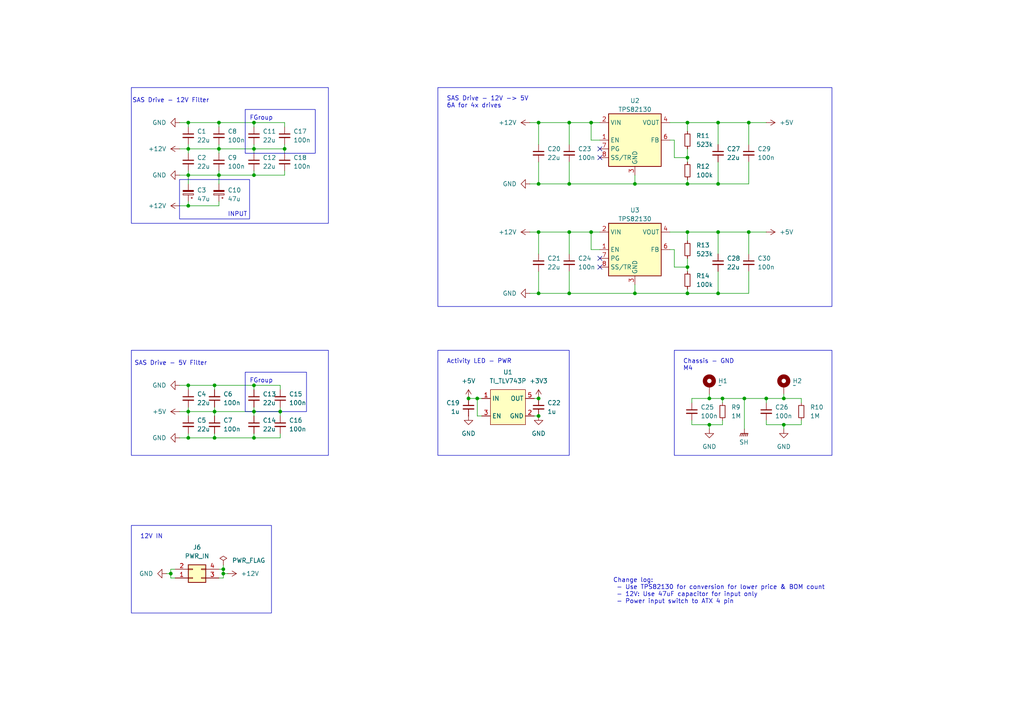
<source format=kicad_sch>
(kicad_sch
	(version 20231120)
	(generator "eeschema")
	(generator_version "8.0")
	(uuid "76330000-5d9f-4851-ad78-7cc20860472d")
	(paper "A4")
	(title_block
		(title "Backplane - PWR")
		(date "2024-05-28")
		(rev "1.5")
		(company "DEF-DES")
	)
	(lib_symbols
		(symbol "Connector_Generic:Conn_02x02_Top_Bottom"
			(pin_names
				(offset 1.016) hide)
			(exclude_from_sim no)
			(in_bom yes)
			(on_board yes)
			(property "Reference" "J"
				(at 1.27 2.54 0)
				(effects
					(font
						(size 1.27 1.27)
					)
				)
			)
			(property "Value" "Conn_02x02_Top_Bottom"
				(at 1.27 -5.08 0)
				(effects
					(font
						(size 1.27 1.27)
					)
				)
			)
			(property "Footprint" ""
				(at 0 0 0)
				(effects
					(font
						(size 1.27 1.27)
					)
					(hide yes)
				)
			)
			(property "Datasheet" "~"
				(at 0 0 0)
				(effects
					(font
						(size 1.27 1.27)
					)
					(hide yes)
				)
			)
			(property "Description" "Generic connector, double row, 02x02, top/bottom pin numbering scheme (row 1: 1...pins_per_row, row2: pins_per_row+1 ... num_pins), script generated (kicad-library-utils/schlib/autogen/connector/)"
				(at 0 0 0)
				(effects
					(font
						(size 1.27 1.27)
					)
					(hide yes)
				)
			)
			(property "ki_keywords" "connector"
				(at 0 0 0)
				(effects
					(font
						(size 1.27 1.27)
					)
					(hide yes)
				)
			)
			(property "ki_fp_filters" "Connector*:*_2x??_*"
				(at 0 0 0)
				(effects
					(font
						(size 1.27 1.27)
					)
					(hide yes)
				)
			)
			(symbol "Conn_02x02_Top_Bottom_1_1"
				(rectangle
					(start -1.27 -2.413)
					(end 0 -2.667)
					(stroke
						(width 0.1524)
						(type default)
					)
					(fill
						(type none)
					)
				)
				(rectangle
					(start -1.27 0.127)
					(end 0 -0.127)
					(stroke
						(width 0.1524)
						(type default)
					)
					(fill
						(type none)
					)
				)
				(rectangle
					(start -1.27 1.27)
					(end 3.81 -3.81)
					(stroke
						(width 0.254)
						(type default)
					)
					(fill
						(type background)
					)
				)
				(rectangle
					(start 3.81 -2.413)
					(end 2.54 -2.667)
					(stroke
						(width 0.1524)
						(type default)
					)
					(fill
						(type none)
					)
				)
				(rectangle
					(start 3.81 0.127)
					(end 2.54 -0.127)
					(stroke
						(width 0.1524)
						(type default)
					)
					(fill
						(type none)
					)
				)
				(pin passive line
					(at -5.08 0 0)
					(length 3.81)
					(name "Pin_1"
						(effects
							(font
								(size 1.27 1.27)
							)
						)
					)
					(number "1"
						(effects
							(font
								(size 1.27 1.27)
							)
						)
					)
				)
				(pin passive line
					(at -5.08 -2.54 0)
					(length 3.81)
					(name "Pin_2"
						(effects
							(font
								(size 1.27 1.27)
							)
						)
					)
					(number "2"
						(effects
							(font
								(size 1.27 1.27)
							)
						)
					)
				)
				(pin passive line
					(at 7.62 0 180)
					(length 3.81)
					(name "Pin_3"
						(effects
							(font
								(size 1.27 1.27)
							)
						)
					)
					(number "3"
						(effects
							(font
								(size 1.27 1.27)
							)
						)
					)
				)
				(pin passive line
					(at 7.62 -2.54 180)
					(length 3.81)
					(name "Pin_4"
						(effects
							(font
								(size 1.27 1.27)
							)
						)
					)
					(number "4"
						(effects
							(font
								(size 1.27 1.27)
							)
						)
					)
				)
			)
		)
		(symbol "Device:C_Polarized_Small"
			(pin_numbers hide)
			(pin_names
				(offset 0.254) hide)
			(exclude_from_sim no)
			(in_bom yes)
			(on_board yes)
			(property "Reference" "C"
				(at 0.254 1.778 0)
				(effects
					(font
						(size 1.27 1.27)
					)
					(justify left)
				)
			)
			(property "Value" "C_Polarized_Small"
				(at 0.254 -2.032 0)
				(effects
					(font
						(size 1.27 1.27)
					)
					(justify left)
				)
			)
			(property "Footprint" ""
				(at 0 0 0)
				(effects
					(font
						(size 1.27 1.27)
					)
					(hide yes)
				)
			)
			(property "Datasheet" "~"
				(at 0 0 0)
				(effects
					(font
						(size 1.27 1.27)
					)
					(hide yes)
				)
			)
			(property "Description" "Polarized capacitor, small symbol"
				(at 0 0 0)
				(effects
					(font
						(size 1.27 1.27)
					)
					(hide yes)
				)
			)
			(property "ki_keywords" "cap capacitor"
				(at 0 0 0)
				(effects
					(font
						(size 1.27 1.27)
					)
					(hide yes)
				)
			)
			(property "ki_fp_filters" "CP_*"
				(at 0 0 0)
				(effects
					(font
						(size 1.27 1.27)
					)
					(hide yes)
				)
			)
			(symbol "C_Polarized_Small_0_1"
				(rectangle
					(start -1.524 -0.3048)
					(end 1.524 -0.6858)
					(stroke
						(width 0)
						(type default)
					)
					(fill
						(type outline)
					)
				)
				(rectangle
					(start -1.524 0.6858)
					(end 1.524 0.3048)
					(stroke
						(width 0)
						(type default)
					)
					(fill
						(type none)
					)
				)
				(polyline
					(pts
						(xy -1.27 1.524) (xy -0.762 1.524)
					)
					(stroke
						(width 0)
						(type default)
					)
					(fill
						(type none)
					)
				)
				(polyline
					(pts
						(xy -1.016 1.27) (xy -1.016 1.778)
					)
					(stroke
						(width 0)
						(type default)
					)
					(fill
						(type none)
					)
				)
			)
			(symbol "C_Polarized_Small_1_1"
				(pin passive line
					(at 0 2.54 270)
					(length 1.8542)
					(name "~"
						(effects
							(font
								(size 1.27 1.27)
							)
						)
					)
					(number "1"
						(effects
							(font
								(size 1.27 1.27)
							)
						)
					)
				)
				(pin passive line
					(at 0 -2.54 90)
					(length 1.8542)
					(name "~"
						(effects
							(font
								(size 1.27 1.27)
							)
						)
					)
					(number "2"
						(effects
							(font
								(size 1.27 1.27)
							)
						)
					)
				)
			)
		)
		(symbol "Device:C_Small"
			(pin_numbers hide)
			(pin_names
				(offset 0.254) hide)
			(exclude_from_sim no)
			(in_bom yes)
			(on_board yes)
			(property "Reference" "C"
				(at 0.254 1.778 0)
				(effects
					(font
						(size 1.27 1.27)
					)
					(justify left)
				)
			)
			(property "Value" "C_Small"
				(at 0.254 -2.032 0)
				(effects
					(font
						(size 1.27 1.27)
					)
					(justify left)
				)
			)
			(property "Footprint" ""
				(at 0 0 0)
				(effects
					(font
						(size 1.27 1.27)
					)
					(hide yes)
				)
			)
			(property "Datasheet" "~"
				(at 0 0 0)
				(effects
					(font
						(size 1.27 1.27)
					)
					(hide yes)
				)
			)
			(property "Description" "Unpolarized capacitor, small symbol"
				(at 0 0 0)
				(effects
					(font
						(size 1.27 1.27)
					)
					(hide yes)
				)
			)
			(property "ki_keywords" "capacitor cap"
				(at 0 0 0)
				(effects
					(font
						(size 1.27 1.27)
					)
					(hide yes)
				)
			)
			(property "ki_fp_filters" "C_*"
				(at 0 0 0)
				(effects
					(font
						(size 1.27 1.27)
					)
					(hide yes)
				)
			)
			(symbol "C_Small_0_1"
				(polyline
					(pts
						(xy -1.524 -0.508) (xy 1.524 -0.508)
					)
					(stroke
						(width 0.3302)
						(type default)
					)
					(fill
						(type none)
					)
				)
				(polyline
					(pts
						(xy -1.524 0.508) (xy 1.524 0.508)
					)
					(stroke
						(width 0.3048)
						(type default)
					)
					(fill
						(type none)
					)
				)
			)
			(symbol "C_Small_1_1"
				(pin passive line
					(at 0 2.54 270)
					(length 2.032)
					(name "~"
						(effects
							(font
								(size 1.27 1.27)
							)
						)
					)
					(number "1"
						(effects
							(font
								(size 1.27 1.27)
							)
						)
					)
				)
				(pin passive line
					(at 0 -2.54 90)
					(length 2.032)
					(name "~"
						(effects
							(font
								(size 1.27 1.27)
							)
						)
					)
					(number "2"
						(effects
							(font
								(size 1.27 1.27)
							)
						)
					)
				)
			)
		)
		(symbol "Device:R_Small"
			(pin_numbers hide)
			(pin_names
				(offset 0.254) hide)
			(exclude_from_sim no)
			(in_bom yes)
			(on_board yes)
			(property "Reference" "R"
				(at 0.762 0.508 0)
				(effects
					(font
						(size 1.27 1.27)
					)
					(justify left)
				)
			)
			(property "Value" "R_Small"
				(at 0.762 -1.016 0)
				(effects
					(font
						(size 1.27 1.27)
					)
					(justify left)
				)
			)
			(property "Footprint" ""
				(at 0 0 0)
				(effects
					(font
						(size 1.27 1.27)
					)
					(hide yes)
				)
			)
			(property "Datasheet" "~"
				(at 0 0 0)
				(effects
					(font
						(size 1.27 1.27)
					)
					(hide yes)
				)
			)
			(property "Description" "Resistor, small symbol"
				(at 0 0 0)
				(effects
					(font
						(size 1.27 1.27)
					)
					(hide yes)
				)
			)
			(property "ki_keywords" "R resistor"
				(at 0 0 0)
				(effects
					(font
						(size 1.27 1.27)
					)
					(hide yes)
				)
			)
			(property "ki_fp_filters" "R_*"
				(at 0 0 0)
				(effects
					(font
						(size 1.27 1.27)
					)
					(hide yes)
				)
			)
			(symbol "R_Small_0_1"
				(rectangle
					(start -0.762 1.778)
					(end 0.762 -1.778)
					(stroke
						(width 0.2032)
						(type default)
					)
					(fill
						(type none)
					)
				)
			)
			(symbol "R_Small_1_1"
				(pin passive line
					(at 0 2.54 270)
					(length 0.762)
					(name "~"
						(effects
							(font
								(size 1.27 1.27)
							)
						)
					)
					(number "1"
						(effects
							(font
								(size 1.27 1.27)
							)
						)
					)
				)
				(pin passive line
					(at 0 -2.54 90)
					(length 0.762)
					(name "~"
						(effects
							(font
								(size 1.27 1.27)
							)
						)
					)
					(number "2"
						(effects
							(font
								(size 1.27 1.27)
							)
						)
					)
				)
			)
		)
		(symbol "Library:TI_TLV703"
			(exclude_from_sim no)
			(in_bom yes)
			(on_board yes)
			(property "Reference" "U"
				(at 21.59 5.08 0)
				(effects
					(font
						(size 1.27 1.27)
					)
					(justify left top)
				)
			)
			(property "Value" "TI_TLV703"
				(at 21.59 2.54 0)
				(effects
					(font
						(size 1.27 1.27)
					)
					(justify left top)
				)
			)
			(property "Footprint" "DBV0005A-IPC_A"
				(at 21.59 -2.54 0)
				(effects
					(font
						(size 1.27 1.27)
					)
					(justify left top)
					(hide yes)
				)
			)
			(property "Datasheet" "https://www.ti.com/lit/gpn/tlv703"
				(at 21.59 -5.08 0)
				(effects
					(font
						(size 1.27 1.27)
					)
					(justify left top)
					(hide yes)
				)
			)
			(property "Description" "300-mA, high-PSRR, low-IQ, low-dropout voltage regulator"
				(at 21.59 0 0)
				(effects
					(font
						(size 1.27 1.27)
					)
					(justify left top)
					(hide yes)
				)
			)
			(property "ki_fp_filters" "DBV0005A-IPC_A DBV0005A-IPC_B DBV0005A-IPC_C DBV0005A-MFG"
				(at 0 0 0)
				(effects
					(font
						(size 1.27 1.27)
					)
					(hide yes)
				)
			)
			(symbol "TI_TLV703_0_1"
				(pin power_in line
					(at -7.62 2.54 0)
					(length 2.54)
					(name "IN"
						(effects
							(font
								(size 1.27 1.27)
							)
						)
					)
					(number "1"
						(effects
							(font
								(size 1.27 1.27)
							)
						)
					)
				)
				(pin power_in line
					(at 7.62 -2.54 180)
					(length 2.54)
					(name "GND"
						(effects
							(font
								(size 1.27 1.27)
							)
						)
					)
					(number "2"
						(effects
							(font
								(size 1.27 1.27)
							)
						)
					)
				)
				(pin input line
					(at -7.62 -2.54 0)
					(length 2.54)
					(name "EN"
						(effects
							(font
								(size 1.27 1.27)
							)
						)
					)
					(number "3"
						(effects
							(font
								(size 1.27 1.27)
							)
						)
					)
				)
				(pin no_connect line
					(at -5.08 0 0)
					(length 2.54) hide
					(name "NC"
						(effects
							(font
								(size 1.27 1.27)
							)
						)
					)
					(number "4"
						(effects
							(font
								(size 1.27 1.27)
							)
						)
					)
				)
				(pin power_out line
					(at 7.62 2.54 180)
					(length 2.54)
					(name "OUT"
						(effects
							(font
								(size 1.27 1.27)
							)
						)
					)
					(number "5"
						(effects
							(font
								(size 1.27 1.27)
							)
						)
					)
				)
			)
			(symbol "TI_TLV703_1_1"
				(rectangle
					(start -5.08 5.08)
					(end 5.08 -5.08)
					(stroke
						(width 0)
						(type default)
					)
					(fill
						(type background)
					)
				)
			)
		)
		(symbol "Mechanical:MountingHole_Pad"
			(pin_numbers hide)
			(pin_names
				(offset 1.016) hide)
			(exclude_from_sim yes)
			(in_bom no)
			(on_board yes)
			(property "Reference" "H"
				(at 0 6.35 0)
				(effects
					(font
						(size 1.27 1.27)
					)
				)
			)
			(property "Value" "MountingHole_Pad"
				(at 0 4.445 0)
				(effects
					(font
						(size 1.27 1.27)
					)
				)
			)
			(property "Footprint" ""
				(at 0 0 0)
				(effects
					(font
						(size 1.27 1.27)
					)
					(hide yes)
				)
			)
			(property "Datasheet" "~"
				(at 0 0 0)
				(effects
					(font
						(size 1.27 1.27)
					)
					(hide yes)
				)
			)
			(property "Description" "Mounting Hole with connection"
				(at 0 0 0)
				(effects
					(font
						(size 1.27 1.27)
					)
					(hide yes)
				)
			)
			(property "ki_keywords" "mounting hole"
				(at 0 0 0)
				(effects
					(font
						(size 1.27 1.27)
					)
					(hide yes)
				)
			)
			(property "ki_fp_filters" "MountingHole*Pad*"
				(at 0 0 0)
				(effects
					(font
						(size 1.27 1.27)
					)
					(hide yes)
				)
			)
			(symbol "MountingHole_Pad_0_1"
				(circle
					(center 0 1.27)
					(radius 1.27)
					(stroke
						(width 1.27)
						(type default)
					)
					(fill
						(type none)
					)
				)
			)
			(symbol "MountingHole_Pad_1_1"
				(pin input line
					(at 0 -2.54 90)
					(length 2.54)
					(name "1"
						(effects
							(font
								(size 1.27 1.27)
							)
						)
					)
					(number "1"
						(effects
							(font
								(size 1.27 1.27)
							)
						)
					)
				)
			)
		)
		(symbol "Regulator_Switching:TPS82130"
			(exclude_from_sim no)
			(in_bom yes)
			(on_board yes)
			(property "Reference" "U"
				(at 1.27 11.43 0)
				(effects
					(font
						(size 1.27 1.27)
					)
				)
			)
			(property "Value" "TPS82130"
				(at 5.08 8.89 0)
				(effects
					(font
						(size 1.27 1.27)
					)
				)
			)
			(property "Footprint" "Package_LGA:Texas_SIL0008D_MicroSiP-8-1EP_2.8x3mm_P0.65mm_EP1.1x1.9mm_ThermalVias"
				(at 0 -16.51 0)
				(effects
					(font
						(size 1.27 1.27)
					)
					(hide yes)
				)
			)
			(property "Datasheet" "http://www.ti.com/lit/ds/symlink/tps82130.pdf"
				(at 0 -19.05 0)
				(effects
					(font
						(size 1.27 1.27)
					)
					(hide yes)
				)
			)
			(property "Description" "17V Input 3A Step-Down Converter MicroSiP Module with Integrated Inductor, μSiL-8"
				(at 0 0 0)
				(effects
					(font
						(size 1.27 1.27)
					)
					(hide yes)
				)
			)
			(property "ki_keywords" "17V 3A Step-down Buck Module"
				(at 0 0 0)
				(effects
					(font
						(size 1.27 1.27)
					)
					(hide yes)
				)
			)
			(property "ki_fp_filters" "Texas*MicroSiP*1EP*2.8x3mm*P0.65mm*"
				(at 0 0 0)
				(effects
					(font
						(size 1.27 1.27)
					)
					(hide yes)
				)
			)
			(symbol "TPS82130_0_1"
				(rectangle
					(start -7.62 7.62)
					(end 7.62 -7.62)
					(stroke
						(width 0.254)
						(type default)
					)
					(fill
						(type background)
					)
				)
			)
			(symbol "TPS82130_1_1"
				(pin input line
					(at -10.16 0 0)
					(length 2.54)
					(name "EN"
						(effects
							(font
								(size 1.27 1.27)
							)
						)
					)
					(number "1"
						(effects
							(font
								(size 1.27 1.27)
							)
						)
					)
				)
				(pin power_in line
					(at -10.16 5.08 0)
					(length 2.54)
					(name "VIN"
						(effects
							(font
								(size 1.27 1.27)
							)
						)
					)
					(number "2"
						(effects
							(font
								(size 1.27 1.27)
							)
						)
					)
				)
				(pin power_in line
					(at 0 -10.16 90)
					(length 2.54)
					(name "GND"
						(effects
							(font
								(size 1.27 1.27)
							)
						)
					)
					(number "3"
						(effects
							(font
								(size 1.27 1.27)
							)
						)
					)
				)
				(pin power_out line
					(at 10.16 5.08 180)
					(length 2.54)
					(name "VOUT"
						(effects
							(font
								(size 1.27 1.27)
							)
						)
					)
					(number "4"
						(effects
							(font
								(size 1.27 1.27)
							)
						)
					)
				)
				(pin passive line
					(at 10.16 5.08 180)
					(length 2.54) hide
					(name "VOUT"
						(effects
							(font
								(size 1.27 1.27)
							)
						)
					)
					(number "5"
						(effects
							(font
								(size 1.27 1.27)
							)
						)
					)
				)
				(pin input line
					(at 10.16 0 180)
					(length 2.54)
					(name "FB"
						(effects
							(font
								(size 1.27 1.27)
							)
						)
					)
					(number "6"
						(effects
							(font
								(size 1.27 1.27)
							)
						)
					)
				)
				(pin open_collector line
					(at -10.16 -2.54 0)
					(length 2.54)
					(name "PG"
						(effects
							(font
								(size 1.27 1.27)
							)
						)
					)
					(number "7"
						(effects
							(font
								(size 1.27 1.27)
							)
						)
					)
				)
				(pin input line
					(at -10.16 -5.08 0)
					(length 2.54)
					(name "SS/TR"
						(effects
							(font
								(size 1.27 1.27)
							)
						)
					)
					(number "8"
						(effects
							(font
								(size 1.27 1.27)
							)
						)
					)
				)
				(pin passive line
					(at 0 -10.16 90)
					(length 2.54) hide
					(name "GND"
						(effects
							(font
								(size 1.27 1.27)
							)
						)
					)
					(number "9"
						(effects
							(font
								(size 1.27 1.27)
							)
						)
					)
				)
			)
		)
		(symbol "power:+12V"
			(power)
			(pin_numbers hide)
			(pin_names
				(offset 0) hide)
			(exclude_from_sim no)
			(in_bom yes)
			(on_board yes)
			(property "Reference" "#PWR"
				(at 0 -3.81 0)
				(effects
					(font
						(size 1.27 1.27)
					)
					(hide yes)
				)
			)
			(property "Value" "+12V"
				(at 0 3.556 0)
				(effects
					(font
						(size 1.27 1.27)
					)
				)
			)
			(property "Footprint" ""
				(at 0 0 0)
				(effects
					(font
						(size 1.27 1.27)
					)
					(hide yes)
				)
			)
			(property "Datasheet" ""
				(at 0 0 0)
				(effects
					(font
						(size 1.27 1.27)
					)
					(hide yes)
				)
			)
			(property "Description" "Power symbol creates a global label with name \"+12V\""
				(at 0 0 0)
				(effects
					(font
						(size 1.27 1.27)
					)
					(hide yes)
				)
			)
			(property "ki_keywords" "global power"
				(at 0 0 0)
				(effects
					(font
						(size 1.27 1.27)
					)
					(hide yes)
				)
			)
			(symbol "+12V_0_1"
				(polyline
					(pts
						(xy -0.762 1.27) (xy 0 2.54)
					)
					(stroke
						(width 0)
						(type default)
					)
					(fill
						(type none)
					)
				)
				(polyline
					(pts
						(xy 0 0) (xy 0 2.54)
					)
					(stroke
						(width 0)
						(type default)
					)
					(fill
						(type none)
					)
				)
				(polyline
					(pts
						(xy 0 2.54) (xy 0.762 1.27)
					)
					(stroke
						(width 0)
						(type default)
					)
					(fill
						(type none)
					)
				)
			)
			(symbol "+12V_1_1"
				(pin power_in line
					(at 0 0 90)
					(length 0)
					(name "~"
						(effects
							(font
								(size 1.27 1.27)
							)
						)
					)
					(number "1"
						(effects
							(font
								(size 1.27 1.27)
							)
						)
					)
				)
			)
		)
		(symbol "power:+3V3"
			(power)
			(pin_numbers hide)
			(pin_names
				(offset 0) hide)
			(exclude_from_sim no)
			(in_bom yes)
			(on_board yes)
			(property "Reference" "#PWR"
				(at 0 -3.81 0)
				(effects
					(font
						(size 1.27 1.27)
					)
					(hide yes)
				)
			)
			(property "Value" "+3V3"
				(at 0 3.556 0)
				(effects
					(font
						(size 1.27 1.27)
					)
				)
			)
			(property "Footprint" ""
				(at 0 0 0)
				(effects
					(font
						(size 1.27 1.27)
					)
					(hide yes)
				)
			)
			(property "Datasheet" ""
				(at 0 0 0)
				(effects
					(font
						(size 1.27 1.27)
					)
					(hide yes)
				)
			)
			(property "Description" "Power symbol creates a global label with name \"+3V3\""
				(at 0 0 0)
				(effects
					(font
						(size 1.27 1.27)
					)
					(hide yes)
				)
			)
			(property "ki_keywords" "global power"
				(at 0 0 0)
				(effects
					(font
						(size 1.27 1.27)
					)
					(hide yes)
				)
			)
			(symbol "+3V3_0_1"
				(polyline
					(pts
						(xy -0.762 1.27) (xy 0 2.54)
					)
					(stroke
						(width 0)
						(type default)
					)
					(fill
						(type none)
					)
				)
				(polyline
					(pts
						(xy 0 0) (xy 0 2.54)
					)
					(stroke
						(width 0)
						(type default)
					)
					(fill
						(type none)
					)
				)
				(polyline
					(pts
						(xy 0 2.54) (xy 0.762 1.27)
					)
					(stroke
						(width 0)
						(type default)
					)
					(fill
						(type none)
					)
				)
			)
			(symbol "+3V3_1_1"
				(pin power_in line
					(at 0 0 90)
					(length 0)
					(name "~"
						(effects
							(font
								(size 1.27 1.27)
							)
						)
					)
					(number "1"
						(effects
							(font
								(size 1.27 1.27)
							)
						)
					)
				)
			)
		)
		(symbol "power:GND"
			(power)
			(pin_numbers hide)
			(pin_names
				(offset 0) hide)
			(exclude_from_sim no)
			(in_bom yes)
			(on_board yes)
			(property "Reference" "#PWR"
				(at 0 -6.35 0)
				(effects
					(font
						(size 1.27 1.27)
					)
					(hide yes)
				)
			)
			(property "Value" "GND"
				(at 0 -3.81 0)
				(effects
					(font
						(size 1.27 1.27)
					)
				)
			)
			(property "Footprint" ""
				(at 0 0 0)
				(effects
					(font
						(size 1.27 1.27)
					)
					(hide yes)
				)
			)
			(property "Datasheet" ""
				(at 0 0 0)
				(effects
					(font
						(size 1.27 1.27)
					)
					(hide yes)
				)
			)
			(property "Description" "Power symbol creates a global label with name \"GND\" , ground"
				(at 0 0 0)
				(effects
					(font
						(size 1.27 1.27)
					)
					(hide yes)
				)
			)
			(property "ki_keywords" "global power"
				(at 0 0 0)
				(effects
					(font
						(size 1.27 1.27)
					)
					(hide yes)
				)
			)
			(symbol "GND_0_1"
				(polyline
					(pts
						(xy 0 0) (xy 0 -1.27) (xy 1.27 -1.27) (xy 0 -2.54) (xy -1.27 -1.27) (xy 0 -1.27)
					)
					(stroke
						(width 0)
						(type default)
					)
					(fill
						(type none)
					)
				)
			)
			(symbol "GND_1_1"
				(pin power_in line
					(at 0 0 270)
					(length 0)
					(name "~"
						(effects
							(font
								(size 1.27 1.27)
							)
						)
					)
					(number "1"
						(effects
							(font
								(size 1.27 1.27)
							)
						)
					)
				)
			)
		)
		(symbol "power:GNDPWR"
			(power)
			(pin_numbers hide)
			(pin_names
				(offset 0) hide)
			(exclude_from_sim no)
			(in_bom yes)
			(on_board yes)
			(property "Reference" "#PWR"
				(at 0 -5.08 0)
				(effects
					(font
						(size 1.27 1.27)
					)
					(hide yes)
				)
			)
			(property "Value" "GNDPWR"
				(at 0 -3.302 0)
				(effects
					(font
						(size 1.27 1.27)
					)
				)
			)
			(property "Footprint" ""
				(at 0 -1.27 0)
				(effects
					(font
						(size 1.27 1.27)
					)
					(hide yes)
				)
			)
			(property "Datasheet" ""
				(at 0 -1.27 0)
				(effects
					(font
						(size 1.27 1.27)
					)
					(hide yes)
				)
			)
			(property "Description" "Power symbol creates a global label with name \"GNDPWR\" , global ground"
				(at 0 0 0)
				(effects
					(font
						(size 1.27 1.27)
					)
					(hide yes)
				)
			)
			(property "ki_keywords" "global ground"
				(at 0 0 0)
				(effects
					(font
						(size 1.27 1.27)
					)
					(hide yes)
				)
			)
			(symbol "GNDPWR_0_1"
				(polyline
					(pts
						(xy 0 -1.27) (xy 0 0)
					)
					(stroke
						(width 0)
						(type default)
					)
					(fill
						(type none)
					)
				)
				(polyline
					(pts
						(xy -1.016 -1.27) (xy -1.27 -2.032) (xy -1.27 -2.032)
					)
					(stroke
						(width 0.2032)
						(type default)
					)
					(fill
						(type none)
					)
				)
				(polyline
					(pts
						(xy -0.508 -1.27) (xy -0.762 -2.032) (xy -0.762 -2.032)
					)
					(stroke
						(width 0.2032)
						(type default)
					)
					(fill
						(type none)
					)
				)
				(polyline
					(pts
						(xy 0 -1.27) (xy -0.254 -2.032) (xy -0.254 -2.032)
					)
					(stroke
						(width 0.2032)
						(type default)
					)
					(fill
						(type none)
					)
				)
				(polyline
					(pts
						(xy 0.508 -1.27) (xy 0.254 -2.032) (xy 0.254 -2.032)
					)
					(stroke
						(width 0.2032)
						(type default)
					)
					(fill
						(type none)
					)
				)
				(polyline
					(pts
						(xy 1.016 -1.27) (xy -1.016 -1.27) (xy -1.016 -1.27)
					)
					(stroke
						(width 0.2032)
						(type default)
					)
					(fill
						(type none)
					)
				)
				(polyline
					(pts
						(xy 1.016 -1.27) (xy 0.762 -2.032) (xy 0.762 -2.032) (xy 0.762 -2.032)
					)
					(stroke
						(width 0.2032)
						(type default)
					)
					(fill
						(type none)
					)
				)
			)
			(symbol "GNDPWR_1_1"
				(pin power_in line
					(at 0 0 270)
					(length 0)
					(name "~"
						(effects
							(font
								(size 1.27 1.27)
							)
						)
					)
					(number "1"
						(effects
							(font
								(size 1.27 1.27)
							)
						)
					)
				)
			)
		)
		(symbol "power:PWR_FLAG"
			(power)
			(pin_numbers hide)
			(pin_names
				(offset 0) hide)
			(exclude_from_sim no)
			(in_bom yes)
			(on_board yes)
			(property "Reference" "#FLG"
				(at 0 1.905 0)
				(effects
					(font
						(size 1.27 1.27)
					)
					(hide yes)
				)
			)
			(property "Value" "PWR_FLAG"
				(at 0 3.81 0)
				(effects
					(font
						(size 1.27 1.27)
					)
				)
			)
			(property "Footprint" ""
				(at 0 0 0)
				(effects
					(font
						(size 1.27 1.27)
					)
					(hide yes)
				)
			)
			(property "Datasheet" "~"
				(at 0 0 0)
				(effects
					(font
						(size 1.27 1.27)
					)
					(hide yes)
				)
			)
			(property "Description" "Special symbol for telling ERC where power comes from"
				(at 0 0 0)
				(effects
					(font
						(size 1.27 1.27)
					)
					(hide yes)
				)
			)
			(property "ki_keywords" "flag power"
				(at 0 0 0)
				(effects
					(font
						(size 1.27 1.27)
					)
					(hide yes)
				)
			)
			(symbol "PWR_FLAG_0_0"
				(pin power_out line
					(at 0 0 90)
					(length 0)
					(name "~"
						(effects
							(font
								(size 1.27 1.27)
							)
						)
					)
					(number "1"
						(effects
							(font
								(size 1.27 1.27)
							)
						)
					)
				)
			)
			(symbol "PWR_FLAG_0_1"
				(polyline
					(pts
						(xy 0 0) (xy 0 1.27) (xy -1.016 1.905) (xy 0 2.54) (xy 1.016 1.905) (xy 0 1.27)
					)
					(stroke
						(width 0)
						(type default)
					)
					(fill
						(type none)
					)
				)
			)
		)
	)
	(junction
		(at 73.66 111.76)
		(diameter 0)
		(color 0 0 0 0)
		(uuid "03e3600c-1726-4164-891b-ad8bcc49a075")
	)
	(junction
		(at 62.23 111.76)
		(diameter 0)
		(color 0 0 0 0)
		(uuid "0704c6d4-ca1b-42d9-8a30-4f355bd0f7a2")
	)
	(junction
		(at 199.39 45.72)
		(diameter 0)
		(color 0 0 0 0)
		(uuid "0adfbc0d-5916-463b-98ba-cebc6aa996bd")
	)
	(junction
		(at 208.28 53.34)
		(diameter 0)
		(color 0 0 0 0)
		(uuid "0c412099-5cf2-4848-85c0-3dd9029ef69c")
	)
	(junction
		(at 184.15 53.34)
		(diameter 0)
		(color 0 0 0 0)
		(uuid "0d0513c6-36b9-47b5-94fe-a7d6612ae32e")
	)
	(junction
		(at 205.74 115.57)
		(diameter 0)
		(color 0 0 0 0)
		(uuid "1033405b-0f5b-4ecd-a31d-755917b4467f")
	)
	(junction
		(at 73.66 35.56)
		(diameter 0)
		(color 0 0 0 0)
		(uuid "107d3018-6159-46e5-bf24-dbbf1be45cf6")
	)
	(junction
		(at 199.39 53.34)
		(diameter 0)
		(color 0 0 0 0)
		(uuid "13a0796a-7d46-48fe-a2b9-60c3a34ccddf")
	)
	(junction
		(at 156.21 53.34)
		(diameter 0)
		(color 0 0 0 0)
		(uuid "17c9117e-f6e5-4536-bb41-c823c924763c")
	)
	(junction
		(at 171.45 35.56)
		(diameter 0)
		(color 0 0 0 0)
		(uuid "18ac22db-ce41-4a56-982b-f3d3fbb8cff8")
	)
	(junction
		(at 63.5 43.18)
		(diameter 0)
		(color 0 0 0 0)
		(uuid "195900d1-ce9c-4182-9680-a54317ce8402")
	)
	(junction
		(at 64.77 165.1)
		(diameter 0)
		(color 0 0 0 0)
		(uuid "1ab901ae-bf71-45b9-9b45-596361b5d557")
	)
	(junction
		(at 217.17 35.56)
		(diameter 0)
		(color 0 0 0 0)
		(uuid "1b7cd9b8-702d-49fa-8548-95c50445e14a")
	)
	(junction
		(at 205.74 123.19)
		(diameter 0)
		(color 0 0 0 0)
		(uuid "1e8e9920-1d5b-4859-ab1b-2aecb750b64a")
	)
	(junction
		(at 165.1 67.31)
		(diameter 0)
		(color 0 0 0 0)
		(uuid "25b2a699-d203-44fd-a375-264e1907f7ea")
	)
	(junction
		(at 199.39 35.56)
		(diameter 0)
		(color 0 0 0 0)
		(uuid "2d81fd36-ce3d-42f2-9f3a-af439011ee9b")
	)
	(junction
		(at 73.66 50.8)
		(diameter 0)
		(color 0 0 0 0)
		(uuid "316e412f-abcc-4928-bc8b-d1ec715bcb46")
	)
	(junction
		(at 215.9 115.57)
		(diameter 0)
		(color 0 0 0 0)
		(uuid "3aa62929-737f-4974-b7bd-43a6fd17ed31")
	)
	(junction
		(at 73.66 43.18)
		(diameter 0)
		(color 0 0 0 0)
		(uuid "3baeb8e7-fe67-4a57-bf66-c0c157ff2b02")
	)
	(junction
		(at 199.39 77.47)
		(diameter 0)
		(color 0 0 0 0)
		(uuid "3d3753f9-84c0-49cb-91d3-1930587d66ed")
	)
	(junction
		(at 63.5 35.56)
		(diameter 0)
		(color 0 0 0 0)
		(uuid "41822d18-eaf3-4035-844b-0a06c74e4503")
	)
	(junction
		(at 165.1 85.09)
		(diameter 0)
		(color 0 0 0 0)
		(uuid "42828eb5-a023-4bb8-844d-1e85b0de1158")
	)
	(junction
		(at 208.28 67.31)
		(diameter 0)
		(color 0 0 0 0)
		(uuid "42f1f5ee-f09d-49ed-9d91-17b18b73e217")
	)
	(junction
		(at 73.66 127)
		(diameter 0)
		(color 0 0 0 0)
		(uuid "467fe305-2b99-416f-b5be-913b31c2171b")
	)
	(junction
		(at 49.53 166.37)
		(diameter 0)
		(color 0 0 0 0)
		(uuid "57b4e1ee-504a-45e8-9a13-a654450e25a4")
	)
	(junction
		(at 199.39 67.31)
		(diameter 0)
		(color 0 0 0 0)
		(uuid "5973cbcb-0f65-4816-8a83-41f07038b78d")
	)
	(junction
		(at 165.1 35.56)
		(diameter 0)
		(color 0 0 0 0)
		(uuid "5aef2111-39cb-4f7a-9680-065da663e012")
	)
	(junction
		(at 73.66 119.38)
		(diameter 0)
		(color 0 0 0 0)
		(uuid "5b9fba87-8345-47e1-aae8-01d26597ed98")
	)
	(junction
		(at 64.77 166.37)
		(diameter 0)
		(color 0 0 0 0)
		(uuid "624e1c25-4395-4326-8a6e-60363c7de582")
	)
	(junction
		(at 54.61 59.69)
		(diameter 0)
		(color 0 0 0 0)
		(uuid "66c76517-5d5f-4818-9ee0-bb5f6c055739")
	)
	(junction
		(at 54.61 111.76)
		(diameter 0)
		(color 0 0 0 0)
		(uuid "71365fcd-8a5e-4f18-b286-3864a6665ab2")
	)
	(junction
		(at 217.17 67.31)
		(diameter 0)
		(color 0 0 0 0)
		(uuid "81bb5021-0a51-40d4-a2a3-978ef8741aed")
	)
	(junction
		(at 81.28 119.38)
		(diameter 0)
		(color 0 0 0 0)
		(uuid "86d53d1d-4c40-47d6-8555-da900e352316")
	)
	(junction
		(at 209.55 115.57)
		(diameter 0)
		(color 0 0 0 0)
		(uuid "8b2f1563-8de4-44e8-a00f-a20f34233dc1")
	)
	(junction
		(at 171.45 67.31)
		(diameter 0)
		(color 0 0 0 0)
		(uuid "8fe732bf-2d92-45a8-89e6-e452f60a92b5")
	)
	(junction
		(at 227.33 123.19)
		(diameter 0)
		(color 0 0 0 0)
		(uuid "9be60f3f-41a7-485a-bab3-dd641454005c")
	)
	(junction
		(at 184.15 85.09)
		(diameter 0)
		(color 0 0 0 0)
		(uuid "a4749d73-2eec-4b49-ba24-4f8de2c3fe96")
	)
	(junction
		(at 54.61 43.18)
		(diameter 0)
		(color 0 0 0 0)
		(uuid "a64a2619-78ef-458b-aed2-602bc2a245dc")
	)
	(junction
		(at 208.28 35.56)
		(diameter 0)
		(color 0 0 0 0)
		(uuid "a8ab4dbc-2c1f-48c6-a826-0e8c2bfb5bed")
	)
	(junction
		(at 199.39 85.09)
		(diameter 0)
		(color 0 0 0 0)
		(uuid "a9cbafc5-715b-4cf9-a1ea-e007abfcc9f0")
	)
	(junction
		(at 54.61 50.8)
		(diameter 0)
		(color 0 0 0 0)
		(uuid "afcc79c6-d84c-40b7-9306-6e92ad5fd7e1")
	)
	(junction
		(at 63.5 50.8)
		(diameter 0)
		(color 0 0 0 0)
		(uuid "aff97819-e7f3-40a1-805d-dce27b31b433")
	)
	(junction
		(at 138.43 115.57)
		(diameter 0)
		(color 0 0 0 0)
		(uuid "b0447c66-a26a-4eee-ba5e-6eec82674ed3")
	)
	(junction
		(at 222.25 115.57)
		(diameter 0)
		(color 0 0 0 0)
		(uuid "b90a91ec-383d-443b-b88e-82a32a41493c")
	)
	(junction
		(at 156.21 67.31)
		(diameter 0)
		(color 0 0 0 0)
		(uuid "cde45f4d-c3ba-486d-a455-edcd03dcc0f9")
	)
	(junction
		(at 227.33 115.57)
		(diameter 0)
		(color 0 0 0 0)
		(uuid "d474e309-332f-4299-867f-73cc671126a8")
	)
	(junction
		(at 54.61 35.56)
		(diameter 0)
		(color 0 0 0 0)
		(uuid "d7cede28-d1dc-4225-b599-724b5580d2ef")
	)
	(junction
		(at 82.55 43.18)
		(diameter 0)
		(color 0 0 0 0)
		(uuid "d8822cf7-4e81-472a-a8de-5c0a2e65876a")
	)
	(junction
		(at 156.21 115.57)
		(diameter 0)
		(color 0 0 0 0)
		(uuid "d95485ca-3039-4684-b846-74eac117f0e9")
	)
	(junction
		(at 54.61 127)
		(diameter 0)
		(color 0 0 0 0)
		(uuid "dec6808e-ceac-48d0-b074-c770dc11070a")
	)
	(junction
		(at 62.23 127)
		(diameter 0)
		(color 0 0 0 0)
		(uuid "e66a525f-f204-4604-b954-0836d1fdc03d")
	)
	(junction
		(at 208.28 85.09)
		(diameter 0)
		(color 0 0 0 0)
		(uuid "ea38d329-474f-446b-b2be-80175abcc9b7")
	)
	(junction
		(at 156.21 120.65)
		(diameter 0)
		(color 0 0 0 0)
		(uuid "ee001756-f73a-4fca-b361-a37478544c92")
	)
	(junction
		(at 135.89 115.57)
		(diameter 0)
		(color 0 0 0 0)
		(uuid "ef08c58e-4b42-4599-86ff-3f64af76361e")
	)
	(junction
		(at 54.61 119.38)
		(diameter 0)
		(color 0 0 0 0)
		(uuid "f32cfc21-cabc-4338-8497-2283dd4c59eb")
	)
	(junction
		(at 156.21 85.09)
		(diameter 0)
		(color 0 0 0 0)
		(uuid "f9463da7-68f6-4838-b02c-295b7bbc4122")
	)
	(junction
		(at 165.1 53.34)
		(diameter 0)
		(color 0 0 0 0)
		(uuid "fa25df4e-1f09-40b9-8ca2-ac1c8169c297")
	)
	(junction
		(at 62.23 119.38)
		(diameter 0)
		(color 0 0 0 0)
		(uuid "fbd2ddd1-471c-4cbc-a14e-ea0cbebd126e")
	)
	(junction
		(at 156.21 35.56)
		(diameter 0)
		(color 0 0 0 0)
		(uuid "ffae24af-c7aa-4fdb-a523-36fbc155fb1d")
	)
	(no_connect
		(at 173.99 45.72)
		(uuid "0b53d6ae-5ca5-42cc-95a2-8b7fc4637106")
	)
	(no_connect
		(at 173.99 74.93)
		(uuid "93f152e8-1dd2-421b-989d-74e508386142")
	)
	(no_connect
		(at 173.99 77.47)
		(uuid "a8399b6d-2817-4aa0-a861-5f4f9a326d05")
	)
	(no_connect
		(at 173.99 43.18)
		(uuid "d121fbeb-4161-422c-a427-e5a3d0460040")
	)
	(wire
		(pts
			(xy 200.66 115.57) (xy 205.74 115.57)
		)
		(stroke
			(width 0)
			(type default)
		)
		(uuid "00b4609c-6b9c-4d70-bc50-b8c44a52c0b7")
	)
	(wire
		(pts
			(xy 153.67 53.34) (xy 156.21 53.34)
		)
		(stroke
			(width 0)
			(type default)
		)
		(uuid "0192683e-5005-464e-b1fd-596254f953bc")
	)
	(wire
		(pts
			(xy 199.39 45.72) (xy 199.39 43.18)
		)
		(stroke
			(width 0)
			(type default)
		)
		(uuid "061a6a47-0646-467e-88d5-1ee3d151453e")
	)
	(wire
		(pts
			(xy 208.28 46.99) (xy 208.28 53.34)
		)
		(stroke
			(width 0)
			(type default)
		)
		(uuid "06d158ba-1d28-4fc3-af3a-1f64e38315aa")
	)
	(wire
		(pts
			(xy 66.04 166.37) (xy 64.77 166.37)
		)
		(stroke
			(width 0)
			(type default)
		)
		(uuid "0765eba1-1ccf-46cc-858f-96ab9a79084e")
	)
	(wire
		(pts
			(xy 156.21 46.99) (xy 156.21 53.34)
		)
		(stroke
			(width 0)
			(type default)
		)
		(uuid "084c12b2-f19c-4d3c-959d-d3654d635938")
	)
	(wire
		(pts
			(xy 54.61 111.76) (xy 54.61 113.03)
		)
		(stroke
			(width 0)
			(type default)
		)
		(uuid "0975e881-6452-4939-ad00-7a66d877a18c")
	)
	(wire
		(pts
			(xy 54.61 111.76) (xy 62.23 111.76)
		)
		(stroke
			(width 0)
			(type default)
		)
		(uuid "098de8a0-5b68-4caa-9a9f-c50f1ef5ad23")
	)
	(wire
		(pts
			(xy 171.45 72.39) (xy 171.45 67.31)
		)
		(stroke
			(width 0)
			(type default)
		)
		(uuid "0b66ee06-bb50-481e-9ecc-9705bd2f5fed")
	)
	(wire
		(pts
			(xy 54.61 119.38) (xy 62.23 119.38)
		)
		(stroke
			(width 0)
			(type default)
		)
		(uuid "0d76b067-1044-4350-9fb1-55ea1bfcc4ba")
	)
	(wire
		(pts
			(xy 199.39 67.31) (xy 208.28 67.31)
		)
		(stroke
			(width 0)
			(type default)
		)
		(uuid "10ba8434-4950-42f6-bcbd-adac71e3312c")
	)
	(wire
		(pts
			(xy 63.5 41.91) (xy 63.5 43.18)
		)
		(stroke
			(width 0)
			(type default)
		)
		(uuid "11a985fb-b0b9-4a14-9d84-7d0ae2dcd23f")
	)
	(wire
		(pts
			(xy 64.77 166.37) (xy 64.77 167.64)
		)
		(stroke
			(width 0)
			(type default)
		)
		(uuid "11abb626-cd88-43d8-ad34-fbe8f93e3cab")
	)
	(wire
		(pts
			(xy 205.74 123.19) (xy 209.55 123.19)
		)
		(stroke
			(width 0)
			(type default)
		)
		(uuid "12fa17f6-95a4-4a6c-85a4-3c17850f9ee0")
	)
	(wire
		(pts
			(xy 156.21 73.66) (xy 156.21 67.31)
		)
		(stroke
			(width 0)
			(type default)
		)
		(uuid "15e9b257-e2d1-4473-8b49-b9e0149fb61d")
	)
	(wire
		(pts
			(xy 52.07 127) (xy 54.61 127)
		)
		(stroke
			(width 0)
			(type default)
		)
		(uuid "1706fafe-4b3b-49a5-97d0-b11529c9ebe0")
	)
	(wire
		(pts
			(xy 199.39 45.72) (xy 199.39 46.99)
		)
		(stroke
			(width 0)
			(type default)
		)
		(uuid "17202d9e-8c9f-42d0-b708-2cad20981fe7")
	)
	(wire
		(pts
			(xy 54.61 118.11) (xy 54.61 119.38)
		)
		(stroke
			(width 0)
			(type default)
		)
		(uuid "17a557be-718c-4274-bf82-ec683bca68a0")
	)
	(wire
		(pts
			(xy 82.55 36.83) (xy 82.55 35.56)
		)
		(stroke
			(width 0)
			(type default)
		)
		(uuid "18379ac4-829c-4838-8e35-f57353a10f70")
	)
	(wire
		(pts
			(xy 156.21 67.31) (xy 165.1 67.31)
		)
		(stroke
			(width 0)
			(type default)
		)
		(uuid "1b2939fd-828c-4748-b82f-e328622cca01")
	)
	(wire
		(pts
			(xy 52.07 35.56) (xy 54.61 35.56)
		)
		(stroke
			(width 0)
			(type default)
		)
		(uuid "1d253c70-3f47-496e-bd26-3e0baa841e75")
	)
	(wire
		(pts
			(xy 48.26 166.37) (xy 49.53 166.37)
		)
		(stroke
			(width 0)
			(type default)
		)
		(uuid "1e86b5db-9172-4cf4-bd1f-6a0945d77ae3")
	)
	(wire
		(pts
			(xy 227.33 114.3) (xy 227.33 115.57)
		)
		(stroke
			(width 0)
			(type default)
		)
		(uuid "1f6ec4c6-d397-4c83-871e-fa6fb778ca38")
	)
	(wire
		(pts
			(xy 63.5 165.1) (xy 64.77 165.1)
		)
		(stroke
			(width 0)
			(type default)
		)
		(uuid "2555d1cc-1f36-40a3-8cbc-ddfc18efb24d")
	)
	(wire
		(pts
			(xy 199.39 53.34) (xy 184.15 53.34)
		)
		(stroke
			(width 0)
			(type default)
		)
		(uuid "28716c48-1cb0-476b-863d-698f74d59a55")
	)
	(wire
		(pts
			(xy 208.28 53.34) (xy 199.39 53.34)
		)
		(stroke
			(width 0)
			(type default)
		)
		(uuid "2a3f72c3-c42b-4beb-9d5b-1aff1396cbdf")
	)
	(wire
		(pts
			(xy 222.25 121.92) (xy 222.25 123.19)
		)
		(stroke
			(width 0)
			(type default)
		)
		(uuid "2b5f0ed2-00f3-42fa-ab89-58ba5a5c0c53")
	)
	(wire
		(pts
			(xy 173.99 40.64) (xy 171.45 40.64)
		)
		(stroke
			(width 0)
			(type default)
		)
		(uuid "2b847581-0cd6-4c9a-80d4-0bcffcca0d36")
	)
	(wire
		(pts
			(xy 54.61 49.53) (xy 54.61 50.8)
		)
		(stroke
			(width 0)
			(type default)
		)
		(uuid "2d3828c5-e0df-4f39-b3aa-cca0334ce6e2")
	)
	(wire
		(pts
			(xy 63.5 43.18) (xy 73.66 43.18)
		)
		(stroke
			(width 0)
			(type default)
		)
		(uuid "31531544-2129-4891-923a-48ea53ebc5f3")
	)
	(wire
		(pts
			(xy 199.39 52.07) (xy 199.39 53.34)
		)
		(stroke
			(width 0)
			(type default)
		)
		(uuid "31ea98a9-20a5-4668-8511-f0d814e0d71f")
	)
	(wire
		(pts
			(xy 156.21 115.57) (xy 154.94 115.57)
		)
		(stroke
			(width 0)
			(type default)
		)
		(uuid "32b5b318-4988-48e7-a094-38e57a742ad7")
	)
	(wire
		(pts
			(xy 54.61 43.18) (xy 63.5 43.18)
		)
		(stroke
			(width 0)
			(type default)
		)
		(uuid "33d4827d-fbaa-4215-82fc-1405c9346aff")
	)
	(wire
		(pts
			(xy 73.66 119.38) (xy 81.28 119.38)
		)
		(stroke
			(width 0)
			(type default)
		)
		(uuid "3810e5d7-03b5-4d01-b2cb-ec8492918478")
	)
	(wire
		(pts
			(xy 62.23 111.76) (xy 73.66 111.76)
		)
		(stroke
			(width 0)
			(type default)
		)
		(uuid "383cd512-2db7-450a-aaf8-dcf63e6811ba")
	)
	(wire
		(pts
			(xy 194.31 67.31) (xy 199.39 67.31)
		)
		(stroke
			(width 0)
			(type default)
		)
		(uuid "3851318e-0c0c-4256-a5a8-c57931b83271")
	)
	(wire
		(pts
			(xy 156.21 78.74) (xy 156.21 85.09)
		)
		(stroke
			(width 0)
			(type default)
		)
		(uuid "385f9a8b-d37a-49f6-83ca-6d526a63e6d4")
	)
	(wire
		(pts
			(xy 165.1 85.09) (xy 184.15 85.09)
		)
		(stroke
			(width 0)
			(type default)
		)
		(uuid "38ef953d-b934-4dd1-8cd5-fc70265934eb")
	)
	(wire
		(pts
			(xy 73.66 118.11) (xy 73.66 119.38)
		)
		(stroke
			(width 0)
			(type default)
		)
		(uuid "39d235a0-3c4e-4b53-8b35-a53eb28a2333")
	)
	(wire
		(pts
			(xy 208.28 35.56) (xy 208.28 41.91)
		)
		(stroke
			(width 0)
			(type default)
		)
		(uuid "3bfe7d4b-97dd-4bac-9fe6-278ffcc610fb")
	)
	(wire
		(pts
			(xy 73.66 111.76) (xy 81.28 111.76)
		)
		(stroke
			(width 0)
			(type default)
		)
		(uuid "40094fd0-f2b8-46cb-80c6-ce92d584333e")
	)
	(wire
		(pts
			(xy 200.66 121.92) (xy 200.66 123.19)
		)
		(stroke
			(width 0)
			(type default)
		)
		(uuid "41433d47-77b9-4b55-8a22-b5e827426e99")
	)
	(wire
		(pts
			(xy 208.28 67.31) (xy 217.17 67.31)
		)
		(stroke
			(width 0)
			(type default)
		)
		(uuid "42038919-eb35-47d9-b15b-c4aed747850f")
	)
	(wire
		(pts
			(xy 54.61 35.56) (xy 54.61 36.83)
		)
		(stroke
			(width 0)
			(type default)
		)
		(uuid "43a0971c-34cb-4c58-9430-112f86c40776")
	)
	(wire
		(pts
			(xy 199.39 35.56) (xy 208.28 35.56)
		)
		(stroke
			(width 0)
			(type default)
		)
		(uuid "44fe28af-1d57-4d5b-8f00-e32669daa5e4")
	)
	(wire
		(pts
			(xy 199.39 83.82) (xy 199.39 85.09)
		)
		(stroke
			(width 0)
			(type default)
		)
		(uuid "4639f23c-ba42-44a2-93cb-cd3ce164146c")
	)
	(wire
		(pts
			(xy 54.61 119.38) (xy 54.61 120.65)
		)
		(stroke
			(width 0)
			(type default)
		)
		(uuid "4d7ae519-efec-4cde-ac2c-1d983a92922c")
	)
	(wire
		(pts
			(xy 171.45 67.31) (xy 173.99 67.31)
		)
		(stroke
			(width 0)
			(type default)
		)
		(uuid "4f8bcefe-dd25-470a-854a-6b3819f173fc")
	)
	(wire
		(pts
			(xy 217.17 85.09) (xy 208.28 85.09)
		)
		(stroke
			(width 0)
			(type default)
		)
		(uuid "5069bbb1-dc6c-4d13-b646-c9d41bb8ba5e")
	)
	(wire
		(pts
			(xy 215.9 115.57) (xy 209.55 115.57)
		)
		(stroke
			(width 0)
			(type default)
		)
		(uuid "51b3a153-20c3-4886-ace2-8e119d0cc49b")
	)
	(wire
		(pts
			(xy 54.61 43.18) (xy 54.61 44.45)
		)
		(stroke
			(width 0)
			(type default)
		)
		(uuid "536c2123-6bd4-4729-8bfa-287d4a73adba")
	)
	(wire
		(pts
			(xy 138.43 115.57) (xy 139.7 115.57)
		)
		(stroke
			(width 0)
			(type default)
		)
		(uuid "55607dad-6cfc-404e-8d62-1c22c8f6f716")
	)
	(wire
		(pts
			(xy 54.61 50.8) (xy 54.61 53.34)
		)
		(stroke
			(width 0)
			(type default)
		)
		(uuid "559abc7d-964e-466c-badb-0b2cb7aa854a")
	)
	(wire
		(pts
			(xy 222.25 123.19) (xy 227.33 123.19)
		)
		(stroke
			(width 0)
			(type default)
		)
		(uuid "56c03a7d-4931-43ea-a12a-b34860264190")
	)
	(wire
		(pts
			(xy 62.23 119.38) (xy 62.23 120.65)
		)
		(stroke
			(width 0)
			(type default)
		)
		(uuid "5a73b85a-11e4-4fc8-9e9e-fa08e9c3be24")
	)
	(wire
		(pts
			(xy 156.21 120.65) (xy 154.94 120.65)
		)
		(stroke
			(width 0)
			(type default)
		)
		(uuid "5b64cb21-d449-4cf7-a861-cc232aafd3f6")
	)
	(wire
		(pts
			(xy 217.17 46.99) (xy 217.17 53.34)
		)
		(stroke
			(width 0)
			(type default)
		)
		(uuid "5b78d05a-b1aa-4e4a-9e54-17570afdb4d1")
	)
	(wire
		(pts
			(xy 62.23 125.73) (xy 62.23 127)
		)
		(stroke
			(width 0)
			(type default)
		)
		(uuid "5c4984ee-f143-438f-a60b-da08736e70c0")
	)
	(wire
		(pts
			(xy 63.5 35.56) (xy 63.5 36.83)
		)
		(stroke
			(width 0)
			(type default)
		)
		(uuid "5ede40b9-3420-4479-a87d-2fd008bcf042")
	)
	(wire
		(pts
			(xy 73.66 50.8) (xy 82.55 50.8)
		)
		(stroke
			(width 0)
			(type default)
		)
		(uuid "5fe3a970-5759-4809-a700-86f821cf7eaf")
	)
	(wire
		(pts
			(xy 49.53 167.64) (xy 49.53 166.37)
		)
		(stroke
			(width 0)
			(type default)
		)
		(uuid "5fecde75-5e04-4875-b5df-829199ac9426")
	)
	(wire
		(pts
			(xy 184.15 85.09) (xy 184.15 82.55)
		)
		(stroke
			(width 0)
			(type default)
		)
		(uuid "60424d6a-a1c0-4dee-8b2d-21110d2e7f87")
	)
	(wire
		(pts
			(xy 165.1 78.74) (xy 165.1 85.09)
		)
		(stroke
			(width 0)
			(type default)
		)
		(uuid "60a9e690-4f51-499e-961b-c10beeb858b9")
	)
	(wire
		(pts
			(xy 200.66 123.19) (xy 205.74 123.19)
		)
		(stroke
			(width 0)
			(type default)
		)
		(uuid "611673cd-c55c-43c6-8a1e-b66b7cd2ac97")
	)
	(wire
		(pts
			(xy 165.1 67.31) (xy 171.45 67.31)
		)
		(stroke
			(width 0)
			(type default)
		)
		(uuid "61c50fca-bdc0-472b-974a-69e779e601f9")
	)
	(wire
		(pts
			(xy 81.28 111.76) (xy 81.28 113.03)
		)
		(stroke
			(width 0)
			(type default)
		)
		(uuid "631fab86-b6fe-40ba-a3e3-ba4b796cd513")
	)
	(wire
		(pts
			(xy 156.21 85.09) (xy 165.1 85.09)
		)
		(stroke
			(width 0)
			(type default)
		)
		(uuid "6369b293-8bee-483a-a470-cfdf14ae9134")
	)
	(wire
		(pts
			(xy 199.39 77.47) (xy 199.39 74.93)
		)
		(stroke
			(width 0)
			(type default)
		)
		(uuid "63737bd4-5194-4407-ac07-e0f21896ede3")
	)
	(wire
		(pts
			(xy 209.55 116.84) (xy 209.55 115.57)
		)
		(stroke
			(width 0)
			(type default)
		)
		(uuid "64767558-9571-44a0-80a3-8a8950f9faf1")
	)
	(wire
		(pts
			(xy 62.23 119.38) (xy 73.66 119.38)
		)
		(stroke
			(width 0)
			(type default)
		)
		(uuid "65e9130d-8ed2-4589-8efe-e7cd4058e806")
	)
	(wire
		(pts
			(xy 217.17 67.31) (xy 222.25 67.31)
		)
		(stroke
			(width 0)
			(type default)
		)
		(uuid "6a862598-e70c-44b8-8170-8460af11028e")
	)
	(wire
		(pts
			(xy 54.61 59.69) (xy 54.61 58.42)
		)
		(stroke
			(width 0)
			(type default)
		)
		(uuid "6c9b8b72-9d9b-4c3e-8726-a71e768cc7bd")
	)
	(wire
		(pts
			(xy 139.7 120.65) (xy 138.43 120.65)
		)
		(stroke
			(width 0)
			(type default)
		)
		(uuid "6e7371f5-64a3-47c5-966f-2184c88dd758")
	)
	(wire
		(pts
			(xy 227.33 115.57) (xy 222.25 115.57)
		)
		(stroke
			(width 0)
			(type default)
		)
		(uuid "6f303d6b-44a5-40d1-ba9a-19b9f70a4f47")
	)
	(wire
		(pts
			(xy 52.07 119.38) (xy 54.61 119.38)
		)
		(stroke
			(width 0)
			(type default)
		)
		(uuid "6fb4e8b3-df39-4999-8b1b-562bb808afdf")
	)
	(wire
		(pts
			(xy 215.9 115.57) (xy 222.25 115.57)
		)
		(stroke
			(width 0)
			(type default)
		)
		(uuid "70dba538-c63d-4be6-8483-52db2f83bc1d")
	)
	(wire
		(pts
			(xy 63.5 43.18) (xy 63.5 44.45)
		)
		(stroke
			(width 0)
			(type default)
		)
		(uuid "718546f6-9f18-4605-b4ef-28d9d802d949")
	)
	(wire
		(pts
			(xy 205.74 124.46) (xy 205.74 123.19)
		)
		(stroke
			(width 0)
			(type default)
		)
		(uuid "721572fc-55b1-47d2-85a1-10741aa093ed")
	)
	(wire
		(pts
			(xy 62.23 111.76) (xy 62.23 113.03)
		)
		(stroke
			(width 0)
			(type default)
		)
		(uuid "752e3a19-2cda-44c8-a535-bb48b3894a78")
	)
	(wire
		(pts
			(xy 82.55 49.53) (xy 82.55 50.8)
		)
		(stroke
			(width 0)
			(type default)
		)
		(uuid "78b9a26a-dedb-4cbb-a3dd-c432f78b4205")
	)
	(wire
		(pts
			(xy 63.5 50.8) (xy 63.5 53.34)
		)
		(stroke
			(width 0)
			(type default)
		)
		(uuid "7db9d397-dcb1-46b5-bcac-981b41c0cc81")
	)
	(wire
		(pts
			(xy 49.53 166.37) (xy 49.53 165.1)
		)
		(stroke
			(width 0)
			(type default)
		)
		(uuid "7dcf4260-5a4d-4b13-97f2-48edae72b1e7")
	)
	(wire
		(pts
			(xy 54.61 59.69) (xy 63.5 59.69)
		)
		(stroke
			(width 0)
			(type default)
		)
		(uuid "83803cda-c9d9-447f-a3a8-990e285bd2d0")
	)
	(wire
		(pts
			(xy 52.07 111.76) (xy 54.61 111.76)
		)
		(stroke
			(width 0)
			(type default)
		)
		(uuid "83fc40c3-d9a2-42e4-a78b-38a5d318d377")
	)
	(wire
		(pts
			(xy 165.1 53.34) (xy 184.15 53.34)
		)
		(stroke
			(width 0)
			(type default)
		)
		(uuid "84922710-92da-49bb-b1a0-3fc7064bb675")
	)
	(wire
		(pts
			(xy 63.5 59.69) (xy 63.5 58.42)
		)
		(stroke
			(width 0)
			(type default)
		)
		(uuid "84adcdfe-a0ef-4a2e-9106-4ed63582bac9")
	)
	(wire
		(pts
			(xy 49.53 165.1) (xy 50.8 165.1)
		)
		(stroke
			(width 0)
			(type default)
		)
		(uuid "88706864-3f51-4370-b860-daa489531830")
	)
	(wire
		(pts
			(xy 63.5 50.8) (xy 73.66 50.8)
		)
		(stroke
			(width 0)
			(type default)
		)
		(uuid "8abb722e-e9a0-4f2d-b9d8-d6f91162009e")
	)
	(wire
		(pts
			(xy 173.99 72.39) (xy 171.45 72.39)
		)
		(stroke
			(width 0)
			(type default)
		)
		(uuid "8b142b90-bcd4-47e2-ad90-abe8d7bef514")
	)
	(wire
		(pts
			(xy 73.66 119.38) (xy 73.66 120.65)
		)
		(stroke
			(width 0)
			(type default)
		)
		(uuid "8cfeed60-9b7a-4731-b1e5-586a376fa935")
	)
	(wire
		(pts
			(xy 62.23 127) (xy 73.66 127)
		)
		(stroke
			(width 0)
			(type default)
		)
		(uuid "8d65c099-6a95-4b17-bc02-8a34d8d4cf39")
	)
	(wire
		(pts
			(xy 73.66 49.53) (xy 73.66 50.8)
		)
		(stroke
			(width 0)
			(type default)
		)
		(uuid "8f9bb57b-ba5d-4121-9a1b-fb2726fa2a54")
	)
	(wire
		(pts
			(xy 82.55 41.91) (xy 82.55 43.18)
		)
		(stroke
			(width 0)
			(type default)
		)
		(uuid "90e0c274-9705-4814-80ec-9d5037e67fa7")
	)
	(wire
		(pts
			(xy 156.21 41.91) (xy 156.21 35.56)
		)
		(stroke
			(width 0)
			(type default)
		)
		(uuid "91853fca-becb-4f21-8e7a-2fa62d61e15d")
	)
	(wire
		(pts
			(xy 64.77 163.83) (xy 64.77 165.1)
		)
		(stroke
			(width 0)
			(type default)
		)
		(uuid "91af30b4-cc6e-4fd9-8a7f-684412505ecc")
	)
	(wire
		(pts
			(xy 73.66 125.73) (xy 73.66 127)
		)
		(stroke
			(width 0)
			(type default)
		)
		(uuid "924bc366-4b1a-4e59-a233-500df8811913")
	)
	(wire
		(pts
			(xy 171.45 35.56) (xy 173.99 35.56)
		)
		(stroke
			(width 0)
			(type default)
		)
		(uuid "942d0681-3deb-4fca-80dc-ecc810d6f517")
	)
	(wire
		(pts
			(xy 217.17 53.34) (xy 208.28 53.34)
		)
		(stroke
			(width 0)
			(type default)
		)
		(uuid "954c0c45-88de-4453-ad75-0960dc2c6bdc")
	)
	(wire
		(pts
			(xy 199.39 77.47) (xy 199.39 78.74)
		)
		(stroke
			(width 0)
			(type default)
		)
		(uuid "96012925-881e-4e03-9b15-c9da1093cb95")
	)
	(wire
		(pts
			(xy 63.5 35.56) (xy 73.66 35.56)
		)
		(stroke
			(width 0)
			(type default)
		)
		(uuid "96fcd51e-5c4a-4a3b-b753-5b7e8ca09c44")
	)
	(wire
		(pts
			(xy 54.61 125.73) (xy 54.61 127)
		)
		(stroke
			(width 0)
			(type default)
		)
		(uuid "9915a216-d9ec-4045-9d9d-d72b2bd782fd")
	)
	(wire
		(pts
			(xy 217.17 35.56) (xy 217.17 41.91)
		)
		(stroke
			(width 0)
			(type default)
		)
		(uuid "99c17ac5-de85-46c0-a008-f61a9fa6fb1d")
	)
	(wire
		(pts
			(xy 135.89 115.57) (xy 138.43 115.57)
		)
		(stroke
			(width 0)
			(type default)
		)
		(uuid "9d6475b2-27a7-4135-b579-8eeef0054f4e")
	)
	(wire
		(pts
			(xy 156.21 53.34) (xy 165.1 53.34)
		)
		(stroke
			(width 0)
			(type default)
		)
		(uuid "a2b8d7c4-64b7-445a-869a-50cfa986c85c")
	)
	(wire
		(pts
			(xy 208.28 67.31) (xy 208.28 73.66)
		)
		(stroke
			(width 0)
			(type default)
		)
		(uuid "a43af6ea-8e63-43a3-9339-2d98b6de23a5")
	)
	(wire
		(pts
			(xy 50.8 167.64) (xy 49.53 167.64)
		)
		(stroke
			(width 0)
			(type default)
		)
		(uuid "a51e9011-393f-45a1-a807-4b3b819b4429")
	)
	(wire
		(pts
			(xy 73.66 41.91) (xy 73.66 43.18)
		)
		(stroke
			(width 0)
			(type default)
		)
		(uuid "a775c053-099d-43aa-9ffc-c83c9cfc2640")
	)
	(wire
		(pts
			(xy 195.58 40.64) (xy 195.58 45.72)
		)
		(stroke
			(width 0)
			(type default)
		)
		(uuid "a8528123-ffda-439d-b7ed-8ef13a3a5c79")
	)
	(wire
		(pts
			(xy 199.39 85.09) (xy 184.15 85.09)
		)
		(stroke
			(width 0)
			(type default)
		)
		(uuid "a90e65e4-bda1-4dd6-8028-156275cfc3a1")
	)
	(wire
		(pts
			(xy 138.43 120.65) (xy 138.43 115.57)
		)
		(stroke
			(width 0)
			(type default)
		)
		(uuid "aa432a2e-40f4-4e0a-9064-361536c41a12")
	)
	(wire
		(pts
			(xy 54.61 127) (xy 62.23 127)
		)
		(stroke
			(width 0)
			(type default)
		)
		(uuid "ab7f5be1-b45a-419f-a969-93e5186d838a")
	)
	(wire
		(pts
			(xy 82.55 43.18) (xy 82.55 44.45)
		)
		(stroke
			(width 0)
			(type default)
		)
		(uuid "ac4226b1-b476-4b4f-9732-cc22669a12fb")
	)
	(wire
		(pts
			(xy 199.39 69.85) (xy 199.39 67.31)
		)
		(stroke
			(width 0)
			(type default)
		)
		(uuid "ae850f1b-4397-4ebe-aa45-00529e5f5608")
	)
	(wire
		(pts
			(xy 52.07 50.8) (xy 54.61 50.8)
		)
		(stroke
			(width 0)
			(type default)
		)
		(uuid "af3b8402-ab35-4fb4-82e4-d32e6b029f7a")
	)
	(wire
		(pts
			(xy 195.58 45.72) (xy 199.39 45.72)
		)
		(stroke
			(width 0)
			(type default)
		)
		(uuid "afa34544-e1ac-42b3-8599-3288f32d51f0")
	)
	(wire
		(pts
			(xy 165.1 41.91) (xy 165.1 35.56)
		)
		(stroke
			(width 0)
			(type default)
		)
		(uuid "afc304e9-a6cf-4820-bd45-49d4692603ba")
	)
	(wire
		(pts
			(xy 227.33 124.46) (xy 227.33 123.19)
		)
		(stroke
			(width 0)
			(type default)
		)
		(uuid "afe16bfa-03ed-48f6-afc5-4704f1692bdb")
	)
	(wire
		(pts
			(xy 232.41 116.84) (xy 232.41 115.57)
		)
		(stroke
			(width 0)
			(type default)
		)
		(uuid "b272da59-6b5e-4311-b49b-d79a208686e0")
	)
	(wire
		(pts
			(xy 217.17 78.74) (xy 217.17 85.09)
		)
		(stroke
			(width 0)
			(type default)
		)
		(uuid "b287e5c6-783b-4253-9615-62a6f96db7b8")
	)
	(wire
		(pts
			(xy 208.28 85.09) (xy 199.39 85.09)
		)
		(stroke
			(width 0)
			(type default)
		)
		(uuid "b2c720eb-77ef-4d24-971f-c1955d7de9d2")
	)
	(wire
		(pts
			(xy 222.25 115.57) (xy 222.25 116.84)
		)
		(stroke
			(width 0)
			(type default)
		)
		(uuid "b484396d-0430-4bc7-a79b-7b3157910047")
	)
	(wire
		(pts
			(xy 232.41 121.92) (xy 232.41 123.19)
		)
		(stroke
			(width 0)
			(type default)
		)
		(uuid "b55aecb6-460a-4b48-ac65-244f6d52ec18")
	)
	(wire
		(pts
			(xy 194.31 72.39) (xy 195.58 72.39)
		)
		(stroke
			(width 0)
			(type default)
		)
		(uuid "b5d626af-eda6-4ba9-9390-06881d60394e")
	)
	(wire
		(pts
			(xy 73.66 43.18) (xy 73.66 44.45)
		)
		(stroke
			(width 0)
			(type default)
		)
		(uuid "b62e5d08-31be-4c24-9f11-e1bbd47e7870")
	)
	(wire
		(pts
			(xy 208.28 78.74) (xy 208.28 85.09)
		)
		(stroke
			(width 0)
			(type default)
		)
		(uuid "b7c90644-c178-4562-97b0-1ad7d0b4d497")
	)
	(wire
		(pts
			(xy 81.28 119.38) (xy 81.28 118.11)
		)
		(stroke
			(width 0)
			(type default)
		)
		(uuid "b7daed75-3203-4090-b096-e1859ed079b3")
	)
	(wire
		(pts
			(xy 64.77 167.64) (xy 63.5 167.64)
		)
		(stroke
			(width 0)
			(type default)
		)
		(uuid "b92bb437-8678-4bb6-92eb-7257a353ad20")
	)
	(wire
		(pts
			(xy 153.67 35.56) (xy 156.21 35.56)
		)
		(stroke
			(width 0)
			(type default)
		)
		(uuid "b9f1d46d-cc48-41ac-ae07-42cc201cf38b")
	)
	(wire
		(pts
			(xy 195.58 77.47) (xy 199.39 77.47)
		)
		(stroke
			(width 0)
			(type default)
		)
		(uuid "bdf3788d-b3aa-41a6-ad15-fa9b1fabc75e")
	)
	(wire
		(pts
			(xy 81.28 127) (xy 81.28 125.73)
		)
		(stroke
			(width 0)
			(type default)
		)
		(uuid "bf33618f-717d-4038-bbd3-f1e7ddcef329")
	)
	(wire
		(pts
			(xy 227.33 123.19) (xy 232.41 123.19)
		)
		(stroke
			(width 0)
			(type default)
		)
		(uuid "bf79f749-8341-4a31-b923-b39579b52f5b")
	)
	(wire
		(pts
			(xy 64.77 165.1) (xy 64.77 166.37)
		)
		(stroke
			(width 0)
			(type default)
		)
		(uuid "c0904379-4303-4ce5-a7e5-c7616a908c64")
	)
	(wire
		(pts
			(xy 156.21 35.56) (xy 165.1 35.56)
		)
		(stroke
			(width 0)
			(type default)
		)
		(uuid "c1432937-eb9d-407f-82ec-4afba2bc1096")
	)
	(wire
		(pts
			(xy 63.5 49.53) (xy 63.5 50.8)
		)
		(stroke
			(width 0)
			(type default)
		)
		(uuid "c32cff4f-ca40-4cda-be46-8e717e2d2164")
	)
	(wire
		(pts
			(xy 195.58 72.39) (xy 195.58 77.47)
		)
		(stroke
			(width 0)
			(type default)
		)
		(uuid "c3be3ce0-8834-47c1-992c-7fe4b46e7ff5")
	)
	(wire
		(pts
			(xy 54.61 41.91) (xy 54.61 43.18)
		)
		(stroke
			(width 0)
			(type default)
		)
		(uuid "c53a0bb0-aa6c-4251-ad4c-5eabadbdcb2e")
	)
	(wire
		(pts
			(xy 205.74 115.57) (xy 209.55 115.57)
		)
		(stroke
			(width 0)
			(type default)
		)
		(uuid "ca14aee1-00d8-40da-96bf-52fa3cf1b65b")
	)
	(wire
		(pts
			(xy 200.66 115.57) (xy 200.66 116.84)
		)
		(stroke
			(width 0)
			(type default)
		)
		(uuid "ce5d0c6c-7a61-41c4-8ab3-13d866449a0c")
	)
	(wire
		(pts
			(xy 194.31 40.64) (xy 195.58 40.64)
		)
		(stroke
			(width 0)
			(type default)
		)
		(uuid "ce843249-e99a-4c42-a691-86e171721fb2")
	)
	(wire
		(pts
			(xy 215.9 124.46) (xy 215.9 115.57)
		)
		(stroke
			(width 0)
			(type default)
		)
		(uuid "cf2ed4dc-c436-4fce-b2b9-3929d10ca090")
	)
	(wire
		(pts
			(xy 209.55 121.92) (xy 209.55 123.19)
		)
		(stroke
			(width 0)
			(type default)
		)
		(uuid "d011ae99-2ecb-4b3d-aaf8-f5d04caeba93")
	)
	(wire
		(pts
			(xy 62.23 118.11) (xy 62.23 119.38)
		)
		(stroke
			(width 0)
			(type default)
		)
		(uuid "d355dfae-5b38-4183-869f-cb51bcf1cd70")
	)
	(wire
		(pts
			(xy 153.67 67.31) (xy 156.21 67.31)
		)
		(stroke
			(width 0)
			(type default)
		)
		(uuid "d847b37a-55a6-4c2e-a9ee-e0f81eb2aef6")
	)
	(wire
		(pts
			(xy 217.17 67.31) (xy 217.17 73.66)
		)
		(stroke
			(width 0)
			(type default)
		)
		(uuid "d9e2d744-7514-41bc-8509-5b4360d79af1")
	)
	(wire
		(pts
			(xy 217.17 35.56) (xy 222.25 35.56)
		)
		(stroke
			(width 0)
			(type default)
		)
		(uuid "daad52bc-b623-437d-87c8-3d9fc0f23dde")
	)
	(wire
		(pts
			(xy 73.66 35.56) (xy 73.66 36.83)
		)
		(stroke
			(width 0)
			(type default)
		)
		(uuid "dfb6236c-c7dc-4a29-ad99-64e96854d8d8")
	)
	(wire
		(pts
			(xy 165.1 73.66) (xy 165.1 67.31)
		)
		(stroke
			(width 0)
			(type default)
		)
		(uuid "e0185491-f72e-48a4-a81f-81ab59bebc5b")
	)
	(wire
		(pts
			(xy 52.07 59.69) (xy 54.61 59.69)
		)
		(stroke
			(width 0)
			(type default)
		)
		(uuid "e0ab9378-5b41-4a28-a7f7-8ce9f61a4c5f")
	)
	(wire
		(pts
			(xy 54.61 35.56) (xy 63.5 35.56)
		)
		(stroke
			(width 0)
			(type default)
		)
		(uuid "e17670b7-e83b-4ca1-8d7a-b74e020c7a84")
	)
	(wire
		(pts
			(xy 73.66 43.18) (xy 82.55 43.18)
		)
		(stroke
			(width 0)
			(type default)
		)
		(uuid "e28f98fa-018a-482b-b648-c5b399bfc40b")
	)
	(wire
		(pts
			(xy 194.31 35.56) (xy 199.39 35.56)
		)
		(stroke
			(width 0)
			(type default)
		)
		(uuid "e41aa92d-7afd-4b0c-a69b-ca31063d68fd")
	)
	(wire
		(pts
			(xy 73.66 111.76) (xy 73.66 113.03)
		)
		(stroke
			(width 0)
			(type default)
		)
		(uuid "e48ea3a4-dfba-42c0-81a4-91e3b4de062c")
	)
	(wire
		(pts
			(xy 52.07 43.18) (xy 54.61 43.18)
		)
		(stroke
			(width 0)
			(type default)
		)
		(uuid "e495e75e-1939-4b92-8696-4b7dc1160ae9")
	)
	(wire
		(pts
			(xy 73.66 127) (xy 81.28 127)
		)
		(stroke
			(width 0)
			(type default)
		)
		(uuid "e91b1c79-43c8-4317-aac2-fa43972392f6")
	)
	(wire
		(pts
			(xy 165.1 35.56) (xy 171.45 35.56)
		)
		(stroke
			(width 0)
			(type default)
		)
		(uuid "ec26462c-f506-4816-b35e-5c0f2ee8aa85")
	)
	(wire
		(pts
			(xy 184.15 53.34) (xy 184.15 50.8)
		)
		(stroke
			(width 0)
			(type default)
		)
		(uuid "ec8b7c80-5038-4c59-b5bd-38c852f8cf5b")
	)
	(wire
		(pts
			(xy 81.28 119.38) (xy 81.28 120.65)
		)
		(stroke
			(width 0)
			(type default)
		)
		(uuid "ed45b8b8-7871-45cc-b7b1-c876f8532bd5")
	)
	(wire
		(pts
			(xy 171.45 40.64) (xy 171.45 35.56)
		)
		(stroke
			(width 0)
			(type default)
		)
		(uuid "eeb2a817-a080-4ab8-a20d-1a40c0e1246e")
	)
	(wire
		(pts
			(xy 153.67 85.09) (xy 156.21 85.09)
		)
		(stroke
			(width 0)
			(type default)
		)
		(uuid "f2debaf2-c13b-4616-a220-aa1f908b7b2e")
	)
	(wire
		(pts
			(xy 232.41 115.57) (xy 227.33 115.57)
		)
		(stroke
			(width 0)
			(type default)
		)
		(uuid "f7722fa2-9ecf-4da7-86d1-31d153f3971e")
	)
	(wire
		(pts
			(xy 54.61 50.8) (xy 63.5 50.8)
		)
		(stroke
			(width 0)
			(type default)
		)
		(uuid "f7da1258-c84a-461d-9772-8d8a64eb9390")
	)
	(wire
		(pts
			(xy 82.55 35.56) (xy 73.66 35.56)
		)
		(stroke
			(width 0)
			(type default)
		)
		(uuid "f921cbfa-b297-44a8-9e45-0afd850c626b")
	)
	(wire
		(pts
			(xy 208.28 35.56) (xy 217.17 35.56)
		)
		(stroke
			(width 0)
			(type default)
		)
		(uuid "f92589e9-f744-4c46-a381-886e39b96926")
	)
	(wire
		(pts
			(xy 165.1 46.99) (xy 165.1 53.34)
		)
		(stroke
			(width 0)
			(type default)
		)
		(uuid "fd03492e-5eb7-4c23-8af1-0f7324c8ca63")
	)
	(wire
		(pts
			(xy 199.39 38.1) (xy 199.39 35.56)
		)
		(stroke
			(width 0)
			(type default)
		)
		(uuid "fee60808-725c-4041-acc3-29cef74746f8")
	)
	(wire
		(pts
			(xy 205.74 115.57) (xy 205.74 114.3)
		)
		(stroke
			(width 0)
			(type default)
		)
		(uuid "fee75ad9-f605-4050-b274-4cccac7a5c0a")
	)
	(rectangle
		(start 38.1 25.4)
		(end 95.25 64.77)
		(stroke
			(width 0)
			(type default)
		)
		(fill
			(type none)
		)
		(uuid 223af76a-5f64-435f-bf60-cdb36c07a591)
	)
	(rectangle
		(start 52.07 52.07)
		(end 72.39 63.5)
		(stroke
			(width 0)
			(type default)
		)
		(fill
			(type none)
		)
		(uuid 315da491-1925-4c7a-93a4-c5734e245ffd)
	)
	(rectangle
		(start 195.58 101.6)
		(end 241.3 132.08)
		(stroke
			(width 0)
			(type default)
		)
		(fill
			(type none)
		)
		(uuid 4a753e4d-60c1-4d1a-bf3b-6d1241929c1e)
	)
	(rectangle
		(start 38.1 152.4)
		(end 78.74 177.8)
		(stroke
			(width 0)
			(type default)
		)
		(fill
			(type none)
		)
		(uuid 60d119fd-6d29-4539-92ac-98c7161e319f)
	)
	(rectangle
		(start 38.1 101.6)
		(end 95.25 132.08)
		(stroke
			(width 0)
			(type default)
		)
		(fill
			(type none)
		)
		(uuid a7201ef9-e8d4-4c57-85e6-75ed2848c1c9)
	)
	(rectangle
		(start 71.12 31.75)
		(end 91.44 44.45)
		(stroke
			(width 0)
			(type default)
		)
		(fill
			(type none)
		)
		(uuid a924e1bf-ff23-40d1-8dc6-1ae0d5d8a9ad)
	)
	(rectangle
		(start 127 25.4)
		(end 241.3 88.9)
		(stroke
			(width 0)
			(type default)
		)
		(fill
			(type none)
		)
		(uuid ad645761-d455-4545-b072-9411f7a01a1a)
	)
	(rectangle
		(start 127 101.6)
		(end 165.1 132.08)
		(stroke
			(width 0)
			(type default)
		)
		(fill
			(type none)
		)
		(uuid f0e2f8b2-15da-43bd-84a9-a12894f96e44)
	)
	(rectangle
		(start 71.12 107.95)
		(end 88.9 119.38)
		(stroke
			(width 0)
			(type default)
		)
		(fill
			(type none)
		)
		(uuid fb7c6835-2780-4e86-a6cf-e94f10e24ab1)
	)
	(text "Change log:\n - Use TPS82130 for conversion for lower price & BOM count\n - 12V: Use 47uF capacitor for input only\n - Power input switch to ATX 4 pin"
		(exclude_from_sim no)
		(at 177.8 167.64 0)
		(effects
			(font
				(size 1.27 1.27)
			)
			(justify left top)
		)
		(uuid "2d3f196f-0b6c-4eb7-a4f2-c591eda2decf")
	)
	(text "SAS Drive - 12V -> 5V\n6A for 4x drives"
		(exclude_from_sim no)
		(at 129.54 27.94 0)
		(effects
			(font
				(size 1.27 1.27)
			)
			(justify left top)
		)
		(uuid "4f4e4303-b5ba-464b-a669-f377d50287e9")
	)
	(text "12V IN"
		(exclude_from_sim no)
		(at 40.64 154.94 0)
		(effects
			(font
				(size 1.27 1.27)
			)
			(justify left top)
		)
		(uuid "818587fb-0f6a-4748-aba9-66de10992b9b")
	)
	(text "Chassis - GND\nM4"
		(exclude_from_sim no)
		(at 198.12 104.14 0)
		(effects
			(font
				(size 1.27 1.27)
			)
			(justify left top)
		)
		(uuid "88367d43-3de2-4557-b6f1-35dc77e25d5e")
	)
	(text "INPUT"
		(exclude_from_sim no)
		(at 66.04 62.23 0)
		(effects
			(font
				(size 1.27 1.27)
			)
			(justify left)
		)
		(uuid "a0332449-a6b1-4a94-9446-596939c87ad6")
	)
	(text "FGroup"
		(exclude_from_sim no)
		(at 72.39 110.49 0)
		(effects
			(font
				(size 1.27 1.27)
			)
			(justify left)
		)
		(uuid "a98fbb34-b0d5-467a-8db8-cf4f740456d9")
	)
	(text "Activity LED - PWR"
		(exclude_from_sim no)
		(at 129.54 104.14 0)
		(effects
			(font
				(size 1.27 1.27)
			)
			(justify left top)
		)
		(uuid "a99720a0-367f-4a4a-866a-d0d41a6d0c43")
	)
	(text "SAS Drive - 12V Filter"
		(exclude_from_sim no)
		(at 49.53 29.21 0)
		(effects
			(font
				(size 1.27 1.27)
			)
		)
		(uuid "cebe13d3-7208-42e3-a043-9d2c328ba0b8")
	)
	(text "FGroup"
		(exclude_from_sim no)
		(at 72.39 34.29 0)
		(effects
			(font
				(size 1.27 1.27)
			)
			(justify left)
		)
		(uuid "e8881da2-9870-4379-9ff9-ec62296e9e20")
	)
	(text "SAS Drive - 5V Filter"
		(exclude_from_sim no)
		(at 49.53 105.41 0)
		(effects
			(font
				(size 1.27 1.27)
			)
		)
		(uuid "f03fd381-121e-45a3-aea6-f485b284900e")
	)
	(symbol
		(lib_id "Library:TI_TLV703")
		(at 147.32 118.11 0)
		(unit 1)
		(exclude_from_sim no)
		(in_bom yes)
		(on_board yes)
		(dnp no)
		(fields_autoplaced yes)
		(uuid "0b1feee1-0b6f-4462-b1f0-aa46f161f466")
		(property "Reference" "U1"
			(at 147.32 107.95 0)
			(effects
				(font
					(size 1.27 1.27)
				)
			)
		)
		(property "Value" "TI_TLV743P"
			(at 147.32 110.49 0)
			(effects
				(font
					(size 1.27 1.27)
				)
			)
		)
		(property "Footprint" "Library:Ti_DBV0005A"
			(at 168.91 120.65 0)
			(effects
				(font
					(size 1.27 1.27)
				)
				(justify left top)
				(hide yes)
			)
		)
		(property "Datasheet" "https://www.ti.com/lit/ds/symlink/tlv743p.pdf"
			(at 168.91 123.19 0)
			(effects
				(font
					(size 1.27 1.27)
				)
				(justify left top)
				(hide yes)
			)
		)
		(property "Description" "300-mA low-IQ low-dropout (LDO) voltage regulator with enable"
			(at 168.91 118.11 0)
			(effects
				(font
					(size 1.27 1.27)
				)
				(justify left top)
				(hide yes)
			)
		)
		(property "Sim.Device" ""
			(at 147.32 118.11 0)
			(effects
				(font
					(size 1.27 1.27)
				)
				(hide yes)
			)
		)
		(property "Sim.Pins" ""
			(at 147.32 118.11 0)
			(effects
				(font
					(size 1.27 1.27)
				)
				(hide yes)
			)
		)
		(property "Sim.Type" ""
			(at 147.32 118.11 0)
			(effects
				(font
					(size 1.27 1.27)
				)
				(hide yes)
			)
		)
		(property "LCSC" "C408972"
			(at 147.32 118.11 0)
			(effects
				(font
					(size 1.27 1.27)
				)
				(hide yes)
			)
		)
		(property "PN" "TLV74333PDBVR"
			(at 147.32 118.11 0)
			(effects
				(font
					(size 1.27 1.27)
				)
				(hide yes)
			)
		)
		(property "Vendor" "Texas Instruments"
			(at 147.32 118.11 0)
			(effects
				(font
					(size 1.27 1.27)
				)
				(hide yes)
			)
		)
		(pin "3"
			(uuid "90f2a598-f1f4-48ae-b50f-957ed7c03e22")
		)
		(pin "2"
			(uuid "eca7cc78-e351-4a58-9774-96a126bf0f40")
		)
		(pin "5"
			(uuid "deb4be98-34c0-495f-be4c-117dfc42bd00")
		)
		(pin "4"
			(uuid "449a0dd9-b746-4868-b0ad-cffd99b391fb")
		)
		(pin "1"
			(uuid "47d00421-8925-4e79-93bf-73aafed86289")
		)
		(instances
			(project "SAS_Backplane"
				(path "/54134db7-1ef2-4b6d-bc86-a083e934a997/2be39170-cba3-468c-a170-cd775a9c9bc7"
					(reference "U1")
					(unit 1)
				)
			)
		)
	)
	(symbol
		(lib_id "power:+12V")
		(at 66.04 166.37 270)
		(unit 1)
		(exclude_from_sim no)
		(in_bom yes)
		(on_board yes)
		(dnp no)
		(fields_autoplaced yes)
		(uuid "0c920e81-8f3d-4b14-b5b7-316ac70119b0")
		(property "Reference" "#PWR042"
			(at 62.23 166.37 0)
			(effects
				(font
					(size 1.27 1.27)
				)
				(hide yes)
			)
		)
		(property "Value" "+12V"
			(at 69.85 166.3699 90)
			(effects
				(font
					(size 1.27 1.27)
				)
				(justify left)
			)
		)
		(property "Footprint" ""
			(at 66.04 166.37 0)
			(effects
				(font
					(size 1.27 1.27)
				)
				(hide yes)
			)
		)
		(property "Datasheet" ""
			(at 66.04 166.37 0)
			(effects
				(font
					(size 1.27 1.27)
				)
				(hide yes)
			)
		)
		(property "Description" "Power symbol creates a global label with name \"+12V\""
			(at 66.04 166.37 0)
			(effects
				(font
					(size 1.27 1.27)
				)
				(hide yes)
			)
		)
		(pin "1"
			(uuid "d92aa7ac-0021-45f9-ad19-23d3c8068bd2")
		)
		(instances
			(project "SAS_Backplane"
				(path "/54134db7-1ef2-4b6d-bc86-a083e934a997/2be39170-cba3-468c-a170-cd775a9c9bc7"
					(reference "#PWR042")
					(unit 1)
				)
			)
		)
	)
	(symbol
		(lib_id "power:+12V")
		(at 52.07 43.18 90)
		(unit 1)
		(exclude_from_sim no)
		(in_bom yes)
		(on_board yes)
		(dnp no)
		(fields_autoplaced yes)
		(uuid "1009a06c-43b4-480f-aa2c-22e7c1e4ea81")
		(property "Reference" "#PWR036"
			(at 55.88 43.18 0)
			(effects
				(font
					(size 1.27 1.27)
				)
				(hide yes)
			)
		)
		(property "Value" "+12V"
			(at 48.26 43.1799 90)
			(effects
				(font
					(size 1.27 1.27)
				)
				(justify left)
			)
		)
		(property "Footprint" ""
			(at 52.07 43.18 0)
			(effects
				(font
					(size 1.27 1.27)
				)
				(hide yes)
			)
		)
		(property "Datasheet" ""
			(at 52.07 43.18 0)
			(effects
				(font
					(size 1.27 1.27)
				)
				(hide yes)
			)
		)
		(property "Description" "Power symbol creates a global label with name \"+12V\""
			(at 52.07 43.18 0)
			(effects
				(font
					(size 1.27 1.27)
				)
				(hide yes)
			)
		)
		(pin "1"
			(uuid "da553050-146a-44b5-8d5f-42f3647044e4")
		)
		(instances
			(project "SAS_Backplane"
				(path "/54134db7-1ef2-4b6d-bc86-a083e934a997/2be39170-cba3-468c-a170-cd775a9c9bc7"
					(reference "#PWR036")
					(unit 1)
				)
			)
		)
	)
	(symbol
		(lib_id "power:+12V")
		(at 222.25 35.56 270)
		(unit 1)
		(exclude_from_sim no)
		(in_bom yes)
		(on_board yes)
		(dnp no)
		(fields_autoplaced yes)
		(uuid "124b01d6-f6d9-487a-94ba-72f94bcd9bd2")
		(property "Reference" "#PWR053"
			(at 218.44 35.56 0)
			(effects
				(font
					(size 1.27 1.27)
				)
				(hide yes)
			)
		)
		(property "Value" "+5V"
			(at 226.06 35.5599 90)
			(effects
				(font
					(size 1.27 1.27)
				)
				(justify left)
			)
		)
		(property "Footprint" ""
			(at 222.25 35.56 0)
			(effects
				(font
					(size 1.27 1.27)
				)
				(hide yes)
			)
		)
		(property "Datasheet" ""
			(at 222.25 35.56 0)
			(effects
				(font
					(size 1.27 1.27)
				)
				(hide yes)
			)
		)
		(property "Description" "Power symbol creates a global label with name \"+5V\""
			(at 222.25 35.56 0)
			(effects
				(font
					(size 1.27 1.27)
				)
				(hide yes)
			)
		)
		(pin "1"
			(uuid "ebdfb851-93ab-483b-a056-89e541fa5209")
		)
		(instances
			(project "SAS_Backplane"
				(path "/54134db7-1ef2-4b6d-bc86-a083e934a997/2be39170-cba3-468c-a170-cd775a9c9bc7"
					(reference "#PWR053")
					(unit 1)
				)
			)
		)
	)
	(symbol
		(lib_id "Device:C_Small")
		(at 73.66 39.37 0)
		(unit 1)
		(exclude_from_sim no)
		(in_bom yes)
		(on_board yes)
		(dnp no)
		(fields_autoplaced yes)
		(uuid "19371d63-603e-41a8-83e7-2b60dc33eda5")
		(property "Reference" "C11"
			(at 76.2 38.1062 0)
			(effects
				(font
					(size 1.27 1.27)
				)
				(justify left)
			)
		)
		(property "Value" "22u"
			(at 76.2 40.6462 0)
			(effects
				(font
					(size 1.27 1.27)
				)
				(justify left)
			)
		)
		(property "Footprint" "Capacitor_SMD:C_0805_2012Metric"
			(at 73.66 39.37 0)
			(effects
				(font
					(size 1.27 1.27)
				)
				(hide yes)
			)
		)
		(property "Datasheet" "~"
			(at 73.66 39.37 0)
			(effects
				(font
					(size 1.27 1.27)
				)
				(hide yes)
			)
		)
		(property "Description" "Unpolarized capacitor, small symbol"
			(at 73.66 39.37 0)
			(effects
				(font
					(size 1.27 1.27)
				)
				(hide yes)
			)
		)
		(property "LCSC" "C602037"
			(at 73.66 39.37 0)
			(effects
				(font
					(size 1.27 1.27)
				)
				(hide yes)
			)
		)
		(property "PN" "CL21A226MAYNNNE"
			(at 73.66 39.37 0)
			(effects
				(font
					(size 1.27 1.27)
				)
				(hide yes)
			)
		)
		(property "Vendor" "Samsung"
			(at 73.66 39.37 0)
			(effects
				(font
					(size 1.27 1.27)
				)
				(hide yes)
			)
		)
		(pin "2"
			(uuid "c40787a9-bd50-4c3f-83a9-cc01969510f7")
		)
		(pin "1"
			(uuid "bd31340f-6c78-4e81-98c8-6d1640b14dc0")
		)
		(instances
			(project "SAS_Backplane"
				(path "/54134db7-1ef2-4b6d-bc86-a083e934a997/2be39170-cba3-468c-a170-cd775a9c9bc7"
					(reference "C11")
					(unit 1)
				)
			)
		)
	)
	(symbol
		(lib_id "Device:C_Small")
		(at 81.28 123.19 0)
		(unit 1)
		(exclude_from_sim no)
		(in_bom yes)
		(on_board yes)
		(dnp no)
		(fields_autoplaced yes)
		(uuid "298e8cc6-bc44-4f4e-9851-e52cb13d3257")
		(property "Reference" "C16"
			(at 83.82 121.9262 0)
			(effects
				(font
					(size 1.27 1.27)
				)
				(justify left)
			)
		)
		(property "Value" "100n"
			(at 83.82 124.4662 0)
			(effects
				(font
					(size 1.27 1.27)
				)
				(justify left)
			)
		)
		(property "Footprint" "Capacitor_SMD:C_0402_1005Metric"
			(at 81.28 123.19 0)
			(effects
				(font
					(size 1.27 1.27)
				)
				(hide yes)
			)
		)
		(property "Datasheet" "~"
			(at 81.28 123.19 0)
			(effects
				(font
					(size 1.27 1.27)
				)
				(hide yes)
			)
		)
		(property "Description" "Unpolarized capacitor, small symbol"
			(at 81.28 123.19 0)
			(effects
				(font
					(size 1.27 1.27)
				)
				(hide yes)
			)
		)
		(property "LCSC" "C60474"
			(at 81.28 123.19 0)
			(effects
				(font
					(size 1.27 1.27)
				)
				(hide yes)
			)
		)
		(property "PN" "CC0402KRX7R7BB104"
			(at 81.28 123.19 0)
			(effects
				(font
					(size 1.27 1.27)
				)
				(hide yes)
			)
		)
		(property "Vendor" "YAGEO"
			(at 81.28 123.19 0)
			(effects
				(font
					(size 1.27 1.27)
				)
				(hide yes)
			)
		)
		(pin "2"
			(uuid "7ae2f8b4-de90-4fef-8d49-1b26d408b397")
		)
		(pin "1"
			(uuid "6b7171b7-666c-4f88-b4e9-8a6320e06b4c")
		)
		(instances
			(project "SAS_Backplane"
				(path "/54134db7-1ef2-4b6d-bc86-a083e934a997/2be39170-cba3-468c-a170-cd775a9c9bc7"
					(reference "C16")
					(unit 1)
				)
			)
		)
	)
	(symbol
		(lib_id "Device:C_Small")
		(at 62.23 115.57 0)
		(mirror x)
		(unit 1)
		(exclude_from_sim no)
		(in_bom yes)
		(on_board yes)
		(dnp no)
		(uuid "2e33c249-dbd0-4ad8-abc6-b1045e4e919f")
		(property "Reference" "C6"
			(at 64.77 114.3 0)
			(effects
				(font
					(size 1.27 1.27)
				)
				(justify left)
			)
		)
		(property "Value" "100n"
			(at 64.77 116.84 0)
			(effects
				(font
					(size 1.27 1.27)
				)
				(justify left)
			)
		)
		(property "Footprint" "Capacitor_SMD:C_0402_1005Metric"
			(at 62.23 115.57 0)
			(effects
				(font
					(size 1.27 1.27)
				)
				(hide yes)
			)
		)
		(property "Datasheet" "~"
			(at 62.23 115.57 0)
			(effects
				(font
					(size 1.27 1.27)
				)
				(hide yes)
			)
		)
		(property "Description" "Unpolarized capacitor, small symbol"
			(at 62.23 115.57 0)
			(effects
				(font
					(size 1.27 1.27)
				)
				(hide yes)
			)
		)
		(property "LCSC" "C60474"
			(at 62.23 115.57 0)
			(effects
				(font
					(size 1.27 1.27)
				)
				(hide yes)
			)
		)
		(property "PN" "CC0402KRX7R7BB104"
			(at 62.23 115.57 0)
			(effects
				(font
					(size 1.27 1.27)
				)
				(hide yes)
			)
		)
		(property "Vendor" "YAGEO"
			(at 62.23 115.57 0)
			(effects
				(font
					(size 1.27 1.27)
				)
				(hide yes)
			)
		)
		(pin "2"
			(uuid "8ade5a55-a827-4fd3-a2c7-0c6c8ddb8b37")
		)
		(pin "1"
			(uuid "bc978365-9b63-424f-a755-7d651192e6cd")
		)
		(instances
			(project "SAS_Backplane"
				(path "/54134db7-1ef2-4b6d-bc86-a083e934a997/2be39170-cba3-468c-a170-cd775a9c9bc7"
					(reference "C6")
					(unit 1)
				)
			)
		)
	)
	(symbol
		(lib_id "Device:C_Small")
		(at 62.23 123.19 0)
		(unit 1)
		(exclude_from_sim no)
		(in_bom yes)
		(on_board yes)
		(dnp no)
		(fields_autoplaced yes)
		(uuid "30865f99-7dcb-4e25-b94c-0501fb006e27")
		(property "Reference" "C7"
			(at 64.77 121.9262 0)
			(effects
				(font
					(size 1.27 1.27)
				)
				(justify left)
			)
		)
		(property "Value" "100n"
			(at 64.77 124.4662 0)
			(effects
				(font
					(size 1.27 1.27)
				)
				(justify left)
			)
		)
		(property "Footprint" "Capacitor_SMD:C_0402_1005Metric"
			(at 62.23 123.19 0)
			(effects
				(font
					(size 1.27 1.27)
				)
				(hide yes)
			)
		)
		(property "Datasheet" "~"
			(at 62.23 123.19 0)
			(effects
				(font
					(size 1.27 1.27)
				)
				(hide yes)
			)
		)
		(property "Description" "Unpolarized capacitor, small symbol"
			(at 62.23 123.19 0)
			(effects
				(font
					(size 1.27 1.27)
				)
				(hide yes)
			)
		)
		(property "LCSC" "C60474"
			(at 62.23 123.19 0)
			(effects
				(font
					(size 1.27 1.27)
				)
				(hide yes)
			)
		)
		(property "PN" "CC0402KRX7R7BB104"
			(at 62.23 123.19 0)
			(effects
				(font
					(size 1.27 1.27)
				)
				(hide yes)
			)
		)
		(property "Vendor" "YAGEO"
			(at 62.23 123.19 0)
			(effects
				(font
					(size 1.27 1.27)
				)
				(hide yes)
			)
		)
		(pin "2"
			(uuid "62a499f6-3638-4ffb-adfc-a075cfaba059")
		)
		(pin "1"
			(uuid "cb30ffac-a7aa-4b84-a163-c1fadcf12eb5")
		)
		(instances
			(project "SAS_Backplane"
				(path "/54134db7-1ef2-4b6d-bc86-a083e934a997/2be39170-cba3-468c-a170-cd775a9c9bc7"
					(reference "C7")
					(unit 1)
				)
			)
		)
	)
	(symbol
		(lib_id "power:+12V")
		(at 52.07 119.38 90)
		(unit 1)
		(exclude_from_sim no)
		(in_bom yes)
		(on_board yes)
		(dnp no)
		(fields_autoplaced yes)
		(uuid "358c3863-ee7b-491a-873b-e15cc92544ae")
		(property "Reference" "#PWR040"
			(at 55.88 119.38 0)
			(effects
				(font
					(size 1.27 1.27)
				)
				(hide yes)
			)
		)
		(property "Value" "+5V"
			(at 48.26 119.3799 90)
			(effects
				(font
					(size 1.27 1.27)
				)
				(justify left)
			)
		)
		(property "Footprint" ""
			(at 52.07 119.38 0)
			(effects
				(font
					(size 1.27 1.27)
				)
				(hide yes)
			)
		)
		(property "Datasheet" ""
			(at 52.07 119.38 0)
			(effects
				(font
					(size 1.27 1.27)
				)
				(hide yes)
			)
		)
		(property "Description" "Power symbol creates a global label with name \"+5V\""
			(at 52.07 119.38 0)
			(effects
				(font
					(size 1.27 1.27)
				)
				(hide yes)
			)
		)
		(pin "1"
			(uuid "2f539ce0-b00e-4d4c-8cdb-f408c738b252")
		)
		(instances
			(project "SAS_Backplane"
				(path "/54134db7-1ef2-4b6d-bc86-a083e934a997/2be39170-cba3-468c-a170-cd775a9c9bc7"
					(reference "#PWR040")
					(unit 1)
				)
			)
		)
	)
	(symbol
		(lib_id "Device:C_Small")
		(at 165.1 76.2 0)
		(unit 1)
		(exclude_from_sim no)
		(in_bom yes)
		(on_board yes)
		(dnp no)
		(fields_autoplaced yes)
		(uuid "41045af2-8f74-4178-99d4-404e5b9daff9")
		(property "Reference" "C24"
			(at 167.64 74.9362 0)
			(effects
				(font
					(size 1.27 1.27)
				)
				(justify left)
			)
		)
		(property "Value" "100n"
			(at 167.64 77.4762 0)
			(effects
				(font
					(size 1.27 1.27)
				)
				(justify left)
			)
		)
		(property "Footprint" "Capacitor_SMD:C_0402_1005Metric"
			(at 165.1 76.2 0)
			(effects
				(font
					(size 1.27 1.27)
				)
				(hide yes)
			)
		)
		(property "Datasheet" "~"
			(at 165.1 76.2 0)
			(effects
				(font
					(size 1.27 1.27)
				)
				(hide yes)
			)
		)
		(property "Description" "Unpolarized capacitor, small symbol"
			(at 165.1 76.2 0)
			(effects
				(font
					(size 1.27 1.27)
				)
				(hide yes)
			)
		)
		(property "LCSC" "C105883"
			(at 165.1 76.2 0)
			(effects
				(font
					(size 1.27 1.27)
				)
				(hide yes)
			)
		)
		(property "PN" "CC0402KRX7R8BB104"
			(at 165.1 76.2 0)
			(effects
				(font
					(size 1.27 1.27)
				)
				(hide yes)
			)
		)
		(property "Vendor" "YAGEO"
			(at 165.1 76.2 0)
			(effects
				(font
					(size 1.27 1.27)
				)
				(hide yes)
			)
		)
		(pin "2"
			(uuid "0d30b123-acf7-4130-b4d8-7faff5028d0e")
		)
		(pin "1"
			(uuid "36a5b427-a7ab-4858-8f18-91b5bdc3b00e")
		)
		(instances
			(project "SAS_Backplane"
				(path "/54134db7-1ef2-4b6d-bc86-a083e934a997/2be39170-cba3-468c-a170-cd775a9c9bc7"
					(reference "C24")
					(unit 1)
				)
			)
		)
	)
	(symbol
		(lib_id "Device:C_Small")
		(at 156.21 118.11 0)
		(unit 1)
		(exclude_from_sim no)
		(in_bom yes)
		(on_board yes)
		(dnp no)
		(fields_autoplaced yes)
		(uuid "43abce19-28f6-41da-88bc-cfe681d35f4a")
		(property "Reference" "C22"
			(at 158.75 116.8462 0)
			(effects
				(font
					(size 1.27 1.27)
				)
				(justify left)
			)
		)
		(property "Value" "1u"
			(at 158.75 119.3862 0)
			(effects
				(font
					(size 1.27 1.27)
				)
				(justify left)
			)
		)
		(property "Footprint" "Capacitor_SMD:C_0402_1005Metric"
			(at 156.21 118.11 0)
			(effects
				(font
					(size 1.27 1.27)
				)
				(hide yes)
			)
		)
		(property "Datasheet" "~"
			(at 156.21 118.11 0)
			(effects
				(font
					(size 1.27 1.27)
				)
				(hide yes)
			)
		)
		(property "Description" "Unpolarized capacitor, small symbol"
			(at 156.21 118.11 0)
			(effects
				(font
					(size 1.27 1.27)
				)
				(hide yes)
			)
		)
		(property "LCSC" "C52923"
			(at 156.21 118.11 0)
			(effects
				(font
					(size 1.27 1.27)
				)
				(hide yes)
			)
		)
		(property "PN" "CL05A105KA5NQNC"
			(at 156.21 118.11 0)
			(effects
				(font
					(size 1.27 1.27)
				)
				(hide yes)
			)
		)
		(property "Vendor" "Samsung"
			(at 156.21 118.11 0)
			(effects
				(font
					(size 1.27 1.27)
				)
				(hide yes)
			)
		)
		(property "Sim.Device" ""
			(at 156.21 118.11 0)
			(effects
				(font
					(size 1.27 1.27)
				)
				(hide yes)
			)
		)
		(property "Sim.Pins" ""
			(at 156.21 118.11 0)
			(effects
				(font
					(size 1.27 1.27)
				)
				(hide yes)
			)
		)
		(property "Sim.Type" ""
			(at 156.21 118.11 0)
			(effects
				(font
					(size 1.27 1.27)
				)
				(hide yes)
			)
		)
		(pin "1"
			(uuid "3a243a71-b678-4858-8f99-1409b72aabfe")
		)
		(pin "2"
			(uuid "098871f5-5c18-4e47-a66e-71b10cb8f798")
		)
		(instances
			(project "SAS_Backplane"
				(path "/54134db7-1ef2-4b6d-bc86-a083e934a997/2be39170-cba3-468c-a170-cd775a9c9bc7"
					(reference "C22")
					(unit 1)
				)
			)
		)
	)
	(symbol
		(lib_id "Device:C_Polarized_Small")
		(at 63.5 55.88 180)
		(unit 1)
		(exclude_from_sim no)
		(in_bom yes)
		(on_board yes)
		(dnp no)
		(fields_autoplaced yes)
		(uuid "445296ee-ffd5-4077-9c76-9d98a081c7a9")
		(property "Reference" "C10"
			(at 66.04 55.156 0)
			(effects
				(font
					(size 1.27 1.27)
				)
				(justify right)
			)
		)
		(property "Value" "47u"
			(at 66.04 57.696 0)
			(effects
				(font
					(size 1.27 1.27)
				)
				(justify right)
			)
		)
		(property "Footprint" "Capacitor_SMD:CP_Elec_6.3x5.8"
			(at 63.5 55.88 0)
			(effects
				(font
					(size 1.27 1.27)
				)
				(hide yes)
			)
		)
		(property "Datasheet" "https://www.chemi-con.co.jp/en/products/detail-condenser.php?part_number=HHXE350ARA470MF61G"
			(at 63.5 55.88 0)
			(effects
				(font
					(size 1.27 1.27)
				)
				(hide yes)
			)
		)
		(property "Description" "Polarized capacitor, small symbol"
			(at 63.5 55.88 0)
			(effects
				(font
					(size 1.27 1.27)
				)
				(hide yes)
			)
		)
		(property "LCSC" "C2157870"
			(at 63.5 55.88 0)
			(effects
				(font
					(size 1.27 1.27)
				)
				(hide yes)
			)
		)
		(property "PN" "HHXE350ARA470MF61G"
			(at 63.5 55.88 0)
			(effects
				(font
					(size 1.27 1.27)
				)
				(hide yes)
			)
		)
		(property "Vendor" "NCC"
			(at 63.5 55.88 0)
			(effects
				(font
					(size 1.27 1.27)
				)
				(hide yes)
			)
		)
		(pin "1"
			(uuid "9185ddf8-83b5-4f33-bf07-e78559341b3b")
		)
		(pin "2"
			(uuid "e9b6b935-0c03-44cf-9958-a50c3dc0455d")
		)
		(instances
			(project "SAS_Backplane"
				(path "/54134db7-1ef2-4b6d-bc86-a083e934a997/2be39170-cba3-468c-a170-cd775a9c9bc7"
					(reference "C10")
					(unit 1)
				)
			)
		)
	)
	(symbol
		(lib_id "Mechanical:MountingHole_Pad")
		(at 205.74 111.76 0)
		(unit 1)
		(exclude_from_sim yes)
		(in_bom no)
		(on_board yes)
		(dnp no)
		(fields_autoplaced yes)
		(uuid "4589eb20-7e56-44a0-85da-484d8c6763ee")
		(property "Reference" "H1"
			(at 208.28 110.4899 0)
			(effects
				(font
					(size 1.27 1.27)
				)
				(justify left)
			)
		)
		(property "Value" "~"
			(at 208.28 111.76 0)
			(effects
				(font
					(size 1.27 1.27)
				)
				(justify left)
			)
		)
		(property "Footprint" "MountingHole:MountingHole_4.3mm_M4_Pad_TopBottom"
			(at 205.74 111.76 0)
			(effects
				(font
					(size 1.27 1.27)
				)
				(hide yes)
			)
		)
		(property "Datasheet" "~"
			(at 205.74 111.76 0)
			(effects
				(font
					(size 1.27 1.27)
				)
				(hide yes)
			)
		)
		(property "Description" "Mounting Hole with connection"
			(at 205.74 111.76 0)
			(effects
				(font
					(size 1.27 1.27)
				)
				(hide yes)
			)
		)
		(pin "1"
			(uuid "b9e8cc9f-30d7-45c1-bfb6-eb537b43a370")
		)
		(instances
			(project "SAS_Backplane"
				(path "/54134db7-1ef2-4b6d-bc86-a083e934a997/2be39170-cba3-468c-a170-cd775a9c9bc7"
					(reference "H1")
					(unit 1)
				)
			)
		)
	)
	(symbol
		(lib_id "power:+12V")
		(at 135.89 115.57 0)
		(unit 1)
		(exclude_from_sim no)
		(in_bom yes)
		(on_board yes)
		(dnp no)
		(fields_autoplaced yes)
		(uuid "4e2e4599-d3f2-4988-aee9-120a50a2c5ea")
		(property "Reference" "#PWR043"
			(at 135.89 119.38 0)
			(effects
				(font
					(size 1.27 1.27)
				)
				(hide yes)
			)
		)
		(property "Value" "+5V"
			(at 135.89 110.49 0)
			(effects
				(font
					(size 1.27 1.27)
				)
			)
		)
		(property "Footprint" ""
			(at 135.89 115.57 0)
			(effects
				(font
					(size 1.27 1.27)
				)
				(hide yes)
			)
		)
		(property "Datasheet" ""
			(at 135.89 115.57 0)
			(effects
				(font
					(size 1.27 1.27)
				)
				(hide yes)
			)
		)
		(property "Description" "Power symbol creates a global label with name \"+12V\""
			(at 135.89 115.57 0)
			(effects
				(font
					(size 1.27 1.27)
				)
				(hide yes)
			)
		)
		(pin "1"
			(uuid "fe8380fe-ca16-4e6a-8283-d986c72b0d56")
		)
		(instances
			(project "SAS_Backplane"
				(path "/54134db7-1ef2-4b6d-bc86-a083e934a997/2be39170-cba3-468c-a170-cd775a9c9bc7"
					(reference "#PWR043")
					(unit 1)
				)
			)
		)
	)
	(symbol
		(lib_id "Mechanical:MountingHole_Pad")
		(at 227.33 111.76 0)
		(unit 1)
		(exclude_from_sim yes)
		(in_bom no)
		(on_board yes)
		(dnp no)
		(fields_autoplaced yes)
		(uuid "516c39a3-7e74-421a-87e9-73041c3bab89")
		(property "Reference" "H2"
			(at 229.87 110.4899 0)
			(effects
				(font
					(size 1.27 1.27)
				)
				(justify left)
			)
		)
		(property "Value" "~"
			(at 229.87 111.76 0)
			(effects
				(font
					(size 1.27 1.27)
				)
				(justify left)
			)
		)
		(property "Footprint" "MountingHole:MountingHole_4.3mm_M4_Pad_TopBottom"
			(at 227.33 111.76 0)
			(effects
				(font
					(size 1.27 1.27)
				)
				(hide yes)
			)
		)
		(property "Datasheet" "~"
			(at 227.33 111.76 0)
			(effects
				(font
					(size 1.27 1.27)
				)
				(hide yes)
			)
		)
		(property "Description" "Mounting Hole with connection"
			(at 227.33 111.76 0)
			(effects
				(font
					(size 1.27 1.27)
				)
				(hide yes)
			)
		)
		(pin "1"
			(uuid "b7ea4266-4b7b-4c76-98a8-67f86e1ea9c8")
		)
		(instances
			(project "SAS_Backplane"
				(path "/54134db7-1ef2-4b6d-bc86-a083e934a997/2be39170-cba3-468c-a170-cd775a9c9bc7"
					(reference "H2")
					(unit 1)
				)
			)
		)
	)
	(symbol
		(lib_id "Device:C_Small")
		(at 82.55 39.37 0)
		(unit 1)
		(exclude_from_sim no)
		(in_bom yes)
		(on_board yes)
		(dnp no)
		(fields_autoplaced yes)
		(uuid "52e8d6b5-6f4c-44f0-be13-1af35eb0a25f")
		(property "Reference" "C17"
			(at 85.09 38.1062 0)
			(effects
				(font
					(size 1.27 1.27)
				)
				(justify left)
			)
		)
		(property "Value" "100n"
			(at 85.09 40.6462 0)
			(effects
				(font
					(size 1.27 1.27)
				)
				(justify left)
			)
		)
		(property "Footprint" "Capacitor_SMD:C_0402_1005Metric"
			(at 82.55 39.37 0)
			(effects
				(font
					(size 1.27 1.27)
				)
				(hide yes)
			)
		)
		(property "Datasheet" "~"
			(at 82.55 39.37 0)
			(effects
				(font
					(size 1.27 1.27)
				)
				(hide yes)
			)
		)
		(property "Description" "Unpolarized capacitor, small symbol"
			(at 82.55 39.37 0)
			(effects
				(font
					(size 1.27 1.27)
				)
				(hide yes)
			)
		)
		(property "LCSC" "C105883"
			(at 82.55 39.37 0)
			(effects
				(font
					(size 1.27 1.27)
				)
				(hide yes)
			)
		)
		(property "PN" "CC0402KRX7R8BB104"
			(at 82.55 39.37 0)
			(effects
				(font
					(size 1.27 1.27)
				)
				(hide yes)
			)
		)
		(property "Vendor" "YAGEO"
			(at 82.55 39.37 0)
			(effects
				(font
					(size 1.27 1.27)
				)
				(hide yes)
			)
		)
		(pin "2"
			(uuid "a575cf4d-b040-4531-8b64-0a2e1148e3d2")
		)
		(pin "1"
			(uuid "15a5cb68-7c43-4b42-bbb1-b370048d3f42")
		)
		(instances
			(project "SAS_Backplane"
				(path "/54134db7-1ef2-4b6d-bc86-a083e934a997/2be39170-cba3-468c-a170-cd775a9c9bc7"
					(reference "C17")
					(unit 1)
				)
			)
		)
	)
	(symbol
		(lib_id "power:GND")
		(at 52.07 127 270)
		(unit 1)
		(exclude_from_sim no)
		(in_bom yes)
		(on_board yes)
		(dnp no)
		(fields_autoplaced yes)
		(uuid "5a94d9ac-ee3c-46d7-9bce-f5255c21646f")
		(property "Reference" "#PWR041"
			(at 45.72 127 0)
			(effects
				(font
					(size 1.27 1.27)
				)
				(hide yes)
			)
		)
		(property "Value" "GND"
			(at 48.26 126.9999 90)
			(effects
				(font
					(size 1.27 1.27)
				)
				(justify right)
			)
		)
		(property "Footprint" ""
			(at 52.07 127 0)
			(effects
				(font
					(size 1.27 1.27)
				)
				(hide yes)
			)
		)
		(property "Datasheet" ""
			(at 52.07 127 0)
			(effects
				(font
					(size 1.27 1.27)
				)
				(hide yes)
			)
		)
		(property "Description" "Power symbol creates a global label with name \"GND\" , ground"
			(at 52.07 127 0)
			(effects
				(font
					(size 1.27 1.27)
				)
				(hide yes)
			)
		)
		(pin "1"
			(uuid "1599c627-f649-4b95-b453-ff80278007d8")
		)
		(instances
			(project "SAS_Backplane"
				(path "/54134db7-1ef2-4b6d-bc86-a083e934a997/2be39170-cba3-468c-a170-cd775a9c9bc7"
					(reference "#PWR041")
					(unit 1)
				)
			)
		)
	)
	(symbol
		(lib_id "Device:R_Small")
		(at 209.55 119.38 0)
		(unit 1)
		(exclude_from_sim no)
		(in_bom yes)
		(on_board yes)
		(dnp no)
		(fields_autoplaced yes)
		(uuid "60bd9306-3148-4a5c-9a05-96234d324d6c")
		(property "Reference" "R9"
			(at 212.09 118.1099 0)
			(effects
				(font
					(size 1.27 1.27)
				)
				(justify left)
			)
		)
		(property "Value" "1M"
			(at 212.09 120.6499 0)
			(effects
				(font
					(size 1.27 1.27)
				)
				(justify left)
			)
		)
		(property "Footprint" "Resistor_SMD:R_0603_1608Metric"
			(at 209.55 119.38 0)
			(effects
				(font
					(size 1.27 1.27)
				)
				(hide yes)
			)
		)
		(property "Datasheet" "~"
			(at 209.55 119.38 0)
			(effects
				(font
					(size 1.27 1.27)
				)
				(hide yes)
			)
		)
		(property "Description" "Resistor, small symbol"
			(at 209.55 119.38 0)
			(effects
				(font
					(size 1.27 1.27)
				)
				(hide yes)
			)
		)
		(property "LCSC" "C144621"
			(at 209.55 119.38 0)
			(effects
				(font
					(size 1.27 1.27)
				)
				(hide yes)
			)
		)
		(property "PN" "AC0603JR-071ML"
			(at 209.55 119.38 0)
			(effects
				(font
					(size 1.27 1.27)
				)
				(hide yes)
			)
		)
		(property "Vendor" "YAGEO"
			(at 209.55 119.38 0)
			(effects
				(font
					(size 1.27 1.27)
				)
				(hide yes)
			)
		)
		(pin "1"
			(uuid "176c7108-0dc5-45d8-8295-bcbb964d25f9")
		)
		(pin "2"
			(uuid "1b64bf4c-60ad-422d-a599-de9d72071197")
		)
		(instances
			(project "SAS_Backplane"
				(path "/54134db7-1ef2-4b6d-bc86-a083e934a997/2be39170-cba3-468c-a170-cd775a9c9bc7"
					(reference "R9")
					(unit 1)
				)
			)
		)
	)
	(symbol
		(lib_id "power:GND")
		(at 205.74 124.46 0)
		(unit 1)
		(exclude_from_sim no)
		(in_bom yes)
		(on_board yes)
		(dnp no)
		(fields_autoplaced yes)
		(uuid "64d6211f-18eb-48d3-b944-43dffd707965")
		(property "Reference" "#PWR052"
			(at 205.74 130.81 0)
			(effects
				(font
					(size 1.27 1.27)
				)
				(hide yes)
			)
		)
		(property "Value" "GND"
			(at 205.74 129.54 0)
			(effects
				(font
					(size 1.27 1.27)
				)
			)
		)
		(property "Footprint" ""
			(at 205.74 124.46 0)
			(effects
				(font
					(size 1.27 1.27)
				)
				(hide yes)
			)
		)
		(property "Datasheet" ""
			(at 205.74 124.46 0)
			(effects
				(font
					(size 1.27 1.27)
				)
				(hide yes)
			)
		)
		(property "Description" "Power symbol creates a global label with name \"GND\" , ground"
			(at 205.74 124.46 0)
			(effects
				(font
					(size 1.27 1.27)
				)
				(hide yes)
			)
		)
		(pin "1"
			(uuid "e7154fca-bb5b-48e1-bf52-75470e7961f1")
		)
		(instances
			(project "SAS_Backplane"
				(path "/54134db7-1ef2-4b6d-bc86-a083e934a997/2be39170-cba3-468c-a170-cd775a9c9bc7"
					(reference "#PWR052")
					(unit 1)
				)
			)
		)
	)
	(symbol
		(lib_id "Device:C_Small")
		(at 54.61 46.99 0)
		(unit 1)
		(exclude_from_sim no)
		(in_bom yes)
		(on_board yes)
		(dnp no)
		(fields_autoplaced yes)
		(uuid "66a67025-f47d-4095-aed5-3c4b928b21a2")
		(property "Reference" "C2"
			(at 57.15 45.7262 0)
			(effects
				(font
					(size 1.27 1.27)
				)
				(justify left)
			)
		)
		(property "Value" "22u"
			(at 57.15 48.2662 0)
			(effects
				(font
					(size 1.27 1.27)
				)
				(justify left)
			)
		)
		(property "Footprint" "Capacitor_SMD:C_0805_2012Metric"
			(at 54.61 46.99 0)
			(effects
				(font
					(size 1.27 1.27)
				)
				(hide yes)
			)
		)
		(property "Datasheet" "~"
			(at 54.61 46.99 0)
			(effects
				(font
					(size 1.27 1.27)
				)
				(hide yes)
			)
		)
		(property "Description" "Unpolarized capacitor, small symbol"
			(at 54.61 46.99 0)
			(effects
				(font
					(size 1.27 1.27)
				)
				(hide yes)
			)
		)
		(property "LCSC" "C602037"
			(at 54.61 46.99 0)
			(effects
				(font
					(size 1.27 1.27)
				)
				(hide yes)
			)
		)
		(property "PN" "CL21A226MAYNNNE"
			(at 54.61 46.99 0)
			(effects
				(font
					(size 1.27 1.27)
				)
				(hide yes)
			)
		)
		(property "Vendor" "Samsung"
			(at 54.61 46.99 0)
			(effects
				(font
					(size 1.27 1.27)
				)
				(hide yes)
			)
		)
		(pin "2"
			(uuid "80caab50-c24f-4fea-8dd8-0cd31226d16a")
		)
		(pin "1"
			(uuid "11a31f6d-7d89-4102-a9f0-b004a6b169d4")
		)
		(instances
			(project "SAS_Backplane"
				(path "/54134db7-1ef2-4b6d-bc86-a083e934a997/2be39170-cba3-468c-a170-cd775a9c9bc7"
					(reference "C2")
					(unit 1)
				)
			)
		)
	)
	(symbol
		(lib_id "power:+12V")
		(at 153.67 67.31 90)
		(unit 1)
		(exclude_from_sim no)
		(in_bom yes)
		(on_board yes)
		(dnp no)
		(fields_autoplaced yes)
		(uuid "675b4a59-9f2c-4d70-97f1-36cc45cd0cd3")
		(property "Reference" "#PWR047"
			(at 157.48 67.31 0)
			(effects
				(font
					(size 1.27 1.27)
				)
				(hide yes)
			)
		)
		(property "Value" "+12V"
			(at 149.86 67.3099 90)
			(effects
				(font
					(size 1.27 1.27)
				)
				(justify left)
			)
		)
		(property "Footprint" ""
			(at 153.67 67.31 0)
			(effects
				(font
					(size 1.27 1.27)
				)
				(hide yes)
			)
		)
		(property "Datasheet" ""
			(at 153.67 67.31 0)
			(effects
				(font
					(size 1.27 1.27)
				)
				(hide yes)
			)
		)
		(property "Description" "Power symbol creates a global label with name \"+12V\""
			(at 153.67 67.31 0)
			(effects
				(font
					(size 1.27 1.27)
				)
				(hide yes)
			)
		)
		(pin "1"
			(uuid "1eec0529-fc25-49b1-b483-0a9d68aa2602")
		)
		(instances
			(project "SAS_Backplane"
				(path "/54134db7-1ef2-4b6d-bc86-a083e934a997/2be39170-cba3-468c-a170-cd775a9c9bc7"
					(reference "#PWR047")
					(unit 1)
				)
			)
		)
	)
	(symbol
		(lib_id "Device:C_Small")
		(at 156.21 76.2 0)
		(unit 1)
		(exclude_from_sim no)
		(in_bom yes)
		(on_board yes)
		(dnp no)
		(fields_autoplaced yes)
		(uuid "6955fb2e-f0c1-4ba3-a0a2-d97c5cb30ff5")
		(property "Reference" "C21"
			(at 158.75 74.9362 0)
			(effects
				(font
					(size 1.27 1.27)
				)
				(justify left)
			)
		)
		(property "Value" "22u"
			(at 158.75 77.4762 0)
			(effects
				(font
					(size 1.27 1.27)
				)
				(justify left)
			)
		)
		(property "Footprint" "Capacitor_SMD:C_0805_2012Metric"
			(at 156.21 76.2 0)
			(effects
				(font
					(size 1.27 1.27)
				)
				(hide yes)
			)
		)
		(property "Datasheet" "~"
			(at 156.21 76.2 0)
			(effects
				(font
					(size 1.27 1.27)
				)
				(hide yes)
			)
		)
		(property "Description" "Unpolarized capacitor, small symbol"
			(at 156.21 76.2 0)
			(effects
				(font
					(size 1.27 1.27)
				)
				(hide yes)
			)
		)
		(property "LCSC" "C602037"
			(at 156.21 76.2 0)
			(effects
				(font
					(size 1.27 1.27)
				)
				(hide yes)
			)
		)
		(property "PN" "CL21A226MAYNNNE"
			(at 156.21 76.2 0)
			(effects
				(font
					(size 1.27 1.27)
				)
				(hide yes)
			)
		)
		(property "Vendor" "Samsung"
			(at 156.21 76.2 0)
			(effects
				(font
					(size 1.27 1.27)
				)
				(hide yes)
			)
		)
		(pin "2"
			(uuid "9c85e2e9-7531-4000-bd03-9b79bb0c8450")
		)
		(pin "1"
			(uuid "8833f2df-ec51-4676-96d7-7d7dcb14c98b")
		)
		(instances
			(project "SAS_Backplane"
				(path "/54134db7-1ef2-4b6d-bc86-a083e934a997/2be39170-cba3-468c-a170-cd775a9c9bc7"
					(reference "C21")
					(unit 1)
				)
			)
		)
	)
	(symbol
		(lib_id "power:+12V")
		(at 52.07 59.69 90)
		(mirror x)
		(unit 1)
		(exclude_from_sim no)
		(in_bom yes)
		(on_board yes)
		(dnp no)
		(fields_autoplaced yes)
		(uuid "6974b266-622f-4fc2-b45f-b5d968705b51")
		(property "Reference" "#PWR038"
			(at 55.88 59.69 0)
			(effects
				(font
					(size 1.27 1.27)
				)
				(hide yes)
			)
		)
		(property "Value" "+12V"
			(at 48.26 59.6901 90)
			(effects
				(font
					(size 1.27 1.27)
				)
				(justify left)
			)
		)
		(property "Footprint" ""
			(at 52.07 59.69 0)
			(effects
				(font
					(size 1.27 1.27)
				)
				(hide yes)
			)
		)
		(property "Datasheet" ""
			(at 52.07 59.69 0)
			(effects
				(font
					(size 1.27 1.27)
				)
				(hide yes)
			)
		)
		(property "Description" "Power symbol creates a global label with name \"+12V\""
			(at 52.07 59.69 0)
			(effects
				(font
					(size 1.27 1.27)
				)
				(hide yes)
			)
		)
		(pin "1"
			(uuid "15a358e0-3846-449b-b824-1d8e8f3431ac")
		)
		(instances
			(project "SAS_Backplane"
				(path "/54134db7-1ef2-4b6d-bc86-a083e934a997/2be39170-cba3-468c-a170-cd775a9c9bc7"
					(reference "#PWR038")
					(unit 1)
				)
			)
		)
	)
	(symbol
		(lib_id "Device:C_Small")
		(at 217.17 44.45 0)
		(unit 1)
		(exclude_from_sim no)
		(in_bom yes)
		(on_board yes)
		(dnp no)
		(fields_autoplaced yes)
		(uuid "6ab47e04-3b71-4b9f-b136-7acbf58c4623")
		(property "Reference" "C29"
			(at 219.71 43.1862 0)
			(effects
				(font
					(size 1.27 1.27)
				)
				(justify left)
			)
		)
		(property "Value" "100n"
			(at 219.71 45.7262 0)
			(effects
				(font
					(size 1.27 1.27)
				)
				(justify left)
			)
		)
		(property "Footprint" "Capacitor_SMD:C_0402_1005Metric"
			(at 217.17 44.45 0)
			(effects
				(font
					(size 1.27 1.27)
				)
				(hide yes)
			)
		)
		(property "Datasheet" "~"
			(at 217.17 44.45 0)
			(effects
				(font
					(size 1.27 1.27)
				)
				(hide yes)
			)
		)
		(property "Description" "Unpolarized capacitor, small symbol"
			(at 217.17 44.45 0)
			(effects
				(font
					(size 1.27 1.27)
				)
				(hide yes)
			)
		)
		(property "LCSC" "C60474"
			(at 217.17 44.45 0)
			(effects
				(font
					(size 1.27 1.27)
				)
				(hide yes)
			)
		)
		(property "PN" "CC0402KRX7R7BB104"
			(at 217.17 44.45 0)
			(effects
				(font
					(size 1.27 1.27)
				)
				(hide yes)
			)
		)
		(property "Vendor" "YAGEO"
			(at 217.17 44.45 0)
			(effects
				(font
					(size 1.27 1.27)
				)
				(hide yes)
			)
		)
		(pin "2"
			(uuid "1553753e-775c-4998-abe3-6e51d2ceb12b")
		)
		(pin "1"
			(uuid "3494394b-7959-4e87-9f85-8f31ad7c124b")
		)
		(instances
			(project "SAS_Backplane"
				(path "/54134db7-1ef2-4b6d-bc86-a083e934a997/2be39170-cba3-468c-a170-cd775a9c9bc7"
					(reference "C29")
					(unit 1)
				)
			)
		)
	)
	(symbol
		(lib_id "Device:R_Small")
		(at 199.39 81.28 0)
		(unit 1)
		(exclude_from_sim no)
		(in_bom yes)
		(on_board yes)
		(dnp no)
		(fields_autoplaced yes)
		(uuid "6f7fc5ab-8ef8-4bb2-9640-914b75315ae3")
		(property "Reference" "R14"
			(at 201.93 80.0099 0)
			(effects
				(font
					(size 1.27 1.27)
				)
				(justify left)
			)
		)
		(property "Value" "100k"
			(at 201.93 82.5499 0)
			(effects
				(font
					(size 1.27 1.27)
				)
				(justify left)
			)
		)
		(property "Footprint" "Resistor_SMD:R_0402_1005Metric"
			(at 199.39 81.28 0)
			(effects
				(font
					(size 1.27 1.27)
				)
				(hide yes)
			)
		)
		(property "Datasheet" "~"
			(at 199.39 81.28 0)
			(effects
				(font
					(size 1.27 1.27)
				)
				(hide yes)
			)
		)
		(property "Description" "Resistor, small symbol"
			(at 199.39 81.28 0)
			(effects
				(font
					(size 1.27 1.27)
				)
				(hide yes)
			)
		)
		(property "LCSC" "C60491"
			(at 199.39 81.28 0)
			(effects
				(font
					(size 1.27 1.27)
				)
				(hide yes)
			)
		)
		(property "PN" "RC0402FR-07100KL"
			(at 199.39 81.28 0)
			(effects
				(font
					(size 1.27 1.27)
				)
				(hide yes)
			)
		)
		(property "Vendor" "YAGEO"
			(at 199.39 81.28 0)
			(effects
				(font
					(size 1.27 1.27)
				)
				(hide yes)
			)
		)
		(pin "2"
			(uuid "9f21b737-f764-462f-8208-aec8ddb79920")
		)
		(pin "1"
			(uuid "ae0324eb-35e8-47b1-8afa-1db598ab9cfa")
		)
		(instances
			(project "SAS_Backplane"
				(path "/54134db7-1ef2-4b6d-bc86-a083e934a997/2be39170-cba3-468c-a170-cd775a9c9bc7"
					(reference "R14")
					(unit 1)
				)
			)
		)
	)
	(symbol
		(lib_id "Device:C_Small")
		(at 222.25 119.38 0)
		(unit 1)
		(exclude_from_sim no)
		(in_bom yes)
		(on_board yes)
		(dnp no)
		(fields_autoplaced yes)
		(uuid "704ce863-67d2-4433-b023-1bd9879681b7")
		(property "Reference" "C26"
			(at 224.79 118.1162 0)
			(effects
				(font
					(size 1.27 1.27)
				)
				(justify left)
			)
		)
		(property "Value" "100n"
			(at 224.79 120.6562 0)
			(effects
				(font
					(size 1.27 1.27)
				)
				(justify left)
			)
		)
		(property "Footprint" "Capacitor_SMD:C_1206_3216Metric"
			(at 222.25 119.38 0)
			(effects
				(font
					(size 1.27 1.27)
				)
				(hide yes)
			)
		)
		(property "Datasheet" "~"
			(at 222.25 119.38 0)
			(effects
				(font
					(size 1.27 1.27)
				)
				(hide yes)
			)
		)
		(property "Description" "Unpolarized capacitor, small symbol"
			(at 222.25 119.38 0)
			(effects
				(font
					(size 1.27 1.27)
				)
				(hide yes)
			)
		)
		(property "LCSC" "C23631"
			(at 222.25 119.38 0)
			(effects
				(font
					(size 1.27 1.27)
				)
				(hide yes)
			)
		)
		(property "PN" "CC1206KKX7RDBB102"
			(at 222.25 119.38 0)
			(effects
				(font
					(size 1.27 1.27)
				)
				(hide yes)
			)
		)
		(property "Vendor" "YAGEO"
			(at 222.25 119.38 0)
			(effects
				(font
					(size 1.27 1.27)
				)
				(hide yes)
			)
		)
		(pin "2"
			(uuid "9a61c44b-e8f9-4e43-89a4-404dd2745d51")
		)
		(pin "1"
			(uuid "d2cc310e-a8bf-4976-98a4-d4cd2303a74f")
		)
		(instances
			(project "SAS_Backplane"
				(path "/54134db7-1ef2-4b6d-bc86-a083e934a997/2be39170-cba3-468c-a170-cd775a9c9bc7"
					(reference "C26")
					(unit 1)
				)
			)
		)
	)
	(symbol
		(lib_id "Device:C_Polarized_Small")
		(at 54.61 55.88 180)
		(unit 1)
		(exclude_from_sim no)
		(in_bom yes)
		(on_board yes)
		(dnp no)
		(fields_autoplaced yes)
		(uuid "79b13758-6b21-4f82-926a-8b9317ad1eb2")
		(property "Reference" "C3"
			(at 57.15 55.156 0)
			(effects
				(font
					(size 1.27 1.27)
				)
				(justify right)
			)
		)
		(property "Value" "47u"
			(at 57.15 57.696 0)
			(effects
				(font
					(size 1.27 1.27)
				)
				(justify right)
			)
		)
		(property "Footprint" "Capacitor_SMD:CP_Elec_6.3x5.8"
			(at 54.61 55.88 0)
			(effects
				(font
					(size 1.27 1.27)
				)
				(hide yes)
			)
		)
		(property "Datasheet" "https://www.chemi-con.co.jp/en/products/detail-condenser.php?part_number=HHXE350ARA470MF61G"
			(at 54.61 55.88 0)
			(effects
				(font
					(size 1.27 1.27)
				)
				(hide yes)
			)
		)
		(property "Description" "Polarized capacitor, small symbol"
			(at 54.61 55.88 0)
			(effects
				(font
					(size 1.27 1.27)
				)
				(hide yes)
			)
		)
		(property "LCSC" "C2157870"
			(at 54.61 55.88 0)
			(effects
				(font
					(size 1.27 1.27)
				)
				(hide yes)
			)
		)
		(property "PN" "HHXE350ARA470MF61G"
			(at 54.61 55.88 0)
			(effects
				(font
					(size 1.27 1.27)
				)
				(hide yes)
			)
		)
		(property "Vendor" "NCC"
			(at 54.61 55.88 0)
			(effects
				(font
					(size 1.27 1.27)
				)
				(hide yes)
			)
		)
		(pin "1"
			(uuid "0b14e2de-94ae-47e2-8a7d-a72160ac4199")
		)
		(pin "2"
			(uuid "04a8c7eb-0d16-46df-834e-67245e090389")
		)
		(instances
			(project "SAS_Backplane"
				(path "/54134db7-1ef2-4b6d-bc86-a083e934a997/2be39170-cba3-468c-a170-cd775a9c9bc7"
					(reference "C3")
					(unit 1)
				)
			)
		)
	)
	(symbol
		(lib_id "power:GND")
		(at 153.67 85.09 270)
		(unit 1)
		(exclude_from_sim no)
		(in_bom yes)
		(on_board yes)
		(dnp no)
		(fields_autoplaced yes)
		(uuid "833f608c-29fd-4395-adc4-f47bc1565ef2")
		(property "Reference" "#PWR048"
			(at 147.32 85.09 0)
			(effects
				(font
					(size 1.27 1.27)
				)
				(hide yes)
			)
		)
		(property "Value" "GND"
			(at 149.86 85.0899 90)
			(effects
				(font
					(size 1.27 1.27)
				)
				(justify right)
			)
		)
		(property "Footprint" ""
			(at 153.67 85.09 0)
			(effects
				(font
					(size 1.27 1.27)
				)
				(hide yes)
			)
		)
		(property "Datasheet" ""
			(at 153.67 85.09 0)
			(effects
				(font
					(size 1.27 1.27)
				)
				(hide yes)
			)
		)
		(property "Description" "Power symbol creates a global label with name \"GND\" , ground"
			(at 153.67 85.09 0)
			(effects
				(font
					(size 1.27 1.27)
				)
				(hide yes)
			)
		)
		(pin "1"
			(uuid "11c0353b-6fa7-45eb-8a6c-3cc1eebd8f05")
		)
		(instances
			(project "SAS_Backplane"
				(path "/54134db7-1ef2-4b6d-bc86-a083e934a997/2be39170-cba3-468c-a170-cd775a9c9bc7"
					(reference "#PWR048")
					(unit 1)
				)
			)
		)
	)
	(symbol
		(lib_id "power:GND")
		(at 52.07 50.8 270)
		(unit 1)
		(exclude_from_sim no)
		(in_bom yes)
		(on_board yes)
		(dnp no)
		(fields_autoplaced yes)
		(uuid "85802246-a8c8-4aa4-978e-cbfd4127f0b6")
		(property "Reference" "#PWR037"
			(at 45.72 50.8 0)
			(effects
				(font
					(size 1.27 1.27)
				)
				(hide yes)
			)
		)
		(property "Value" "GND"
			(at 48.26 50.7999 90)
			(effects
				(font
					(size 1.27 1.27)
				)
				(justify right)
			)
		)
		(property "Footprint" ""
			(at 52.07 50.8 0)
			(effects
				(font
					(size 1.27 1.27)
				)
				(hide yes)
			)
		)
		(property "Datasheet" ""
			(at 52.07 50.8 0)
			(effects
				(font
					(size 1.27 1.27)
				)
				(hide yes)
			)
		)
		(property "Description" "Power symbol creates a global label with name \"GND\" , ground"
			(at 52.07 50.8 0)
			(effects
				(font
					(size 1.27 1.27)
				)
				(hide yes)
			)
		)
		(pin "1"
			(uuid "3ff65eb5-bea7-4f30-8aee-e4f1935c14a0")
		)
		(instances
			(project "SAS_Backplane"
				(path "/54134db7-1ef2-4b6d-bc86-a083e934a997/2be39170-cba3-468c-a170-cd775a9c9bc7"
					(reference "#PWR037")
					(unit 1)
				)
			)
		)
	)
	(symbol
		(lib_id "Device:C_Small")
		(at 208.28 76.2 0)
		(unit 1)
		(exclude_from_sim no)
		(in_bom yes)
		(on_board yes)
		(dnp no)
		(fields_autoplaced yes)
		(uuid "8876a5d4-2fb9-40df-85c9-8da63a1e8c81")
		(property "Reference" "C28"
			(at 210.82 74.9362 0)
			(effects
				(font
					(size 1.27 1.27)
				)
				(justify left)
			)
		)
		(property "Value" "22u"
			(at 210.82 77.4762 0)
			(effects
				(font
					(size 1.27 1.27)
				)
				(justify left)
			)
		)
		(property "Footprint" "Capacitor_SMD:C_0603_1608Metric"
			(at 208.28 76.2 0)
			(effects
				(font
					(size 1.27 1.27)
				)
				(hide yes)
			)
		)
		(property "Datasheet" "~"
			(at 208.28 76.2 0)
			(effects
				(font
					(size 1.27 1.27)
				)
				(hide yes)
			)
		)
		(property "Description" "Unpolarized capacitor, small symbol"
			(at 208.28 76.2 0)
			(effects
				(font
					(size 1.27 1.27)
				)
				(hide yes)
			)
		)
		(property "LCSC" "C159801"
			(at 208.28 76.2 0)
			(effects
				(font
					(size 1.27 1.27)
				)
				(hide yes)
			)
		)
		(property "PN" "CL10A226MQ8NRNE"
			(at 208.28 76.2 0)
			(effects
				(font
					(size 1.27 1.27)
				)
				(hide yes)
			)
		)
		(property "Vendor" "Samsung"
			(at 208.28 76.2 0)
			(effects
				(font
					(size 1.27 1.27)
				)
				(hide yes)
			)
		)
		(pin "2"
			(uuid "51ede773-434b-4403-acdc-a0381e99b30b")
		)
		(pin "1"
			(uuid "41f1c394-f0a1-42b0-adc8-9c85ad127deb")
		)
		(instances
			(project "SAS_Backplane"
				(path "/54134db7-1ef2-4b6d-bc86-a083e934a997/2be39170-cba3-468c-a170-cd775a9c9bc7"
					(reference "C28")
					(unit 1)
				)
			)
		)
	)
	(symbol
		(lib_id "power:GND")
		(at 227.33 124.46 0)
		(unit 1)
		(exclude_from_sim no)
		(in_bom yes)
		(on_board yes)
		(dnp no)
		(fields_autoplaced yes)
		(uuid "937c3af4-a16c-4636-89d9-603405daa0bb")
		(property "Reference" "#PWR051"
			(at 227.33 130.81 0)
			(effects
				(font
					(size 1.27 1.27)
				)
				(hide yes)
			)
		)
		(property "Value" "GND"
			(at 227.33 129.54 0)
			(effects
				(font
					(size 1.27 1.27)
				)
			)
		)
		(property "Footprint" ""
			(at 227.33 124.46 0)
			(effects
				(font
					(size 1.27 1.27)
				)
				(hide yes)
			)
		)
		(property "Datasheet" ""
			(at 227.33 124.46 0)
			(effects
				(font
					(size 1.27 1.27)
				)
				(hide yes)
			)
		)
		(property "Description" "Power symbol creates a global label with name \"GND\" , ground"
			(at 227.33 124.46 0)
			(effects
				(font
					(size 1.27 1.27)
				)
				(hide yes)
			)
		)
		(pin "1"
			(uuid "c5098a4c-85b1-4387-92ae-a8f174ab4340")
		)
		(instances
			(project "SAS_Backplane"
				(path "/54134db7-1ef2-4b6d-bc86-a083e934a997/2be39170-cba3-468c-a170-cd775a9c9bc7"
					(reference "#PWR051")
					(unit 1)
				)
			)
		)
	)
	(symbol
		(lib_id "Device:C_Small")
		(at 54.61 123.19 0)
		(unit 1)
		(exclude_from_sim no)
		(in_bom yes)
		(on_board yes)
		(dnp no)
		(fields_autoplaced yes)
		(uuid "9a877ac4-aa5e-477a-bd7d-2945dab178b8")
		(property "Reference" "C5"
			(at 57.15 121.9262 0)
			(effects
				(font
					(size 1.27 1.27)
				)
				(justify left)
			)
		)
		(property "Value" "22u"
			(at 57.15 124.4662 0)
			(effects
				(font
					(size 1.27 1.27)
				)
				(justify left)
			)
		)
		(property "Footprint" "Capacitor_SMD:C_0603_1608Metric"
			(at 54.61 123.19 0)
			(effects
				(font
					(size 1.27 1.27)
				)
				(hide yes)
			)
		)
		(property "Datasheet" "~"
			(at 54.61 123.19 0)
			(effects
				(font
					(size 1.27 1.27)
				)
				(hide yes)
			)
		)
		(property "Description" "Unpolarized capacitor, small symbol"
			(at 54.61 123.19 0)
			(effects
				(font
					(size 1.27 1.27)
				)
				(hide yes)
			)
		)
		(property "LCSC" "C159801"
			(at 54.61 123.19 0)
			(effects
				(font
					(size 1.27 1.27)
				)
				(hide yes)
			)
		)
		(property "PN" "CL10A226MQ8NRNE"
			(at 54.61 123.19 0)
			(effects
				(font
					(size 1.27 1.27)
				)
				(hide yes)
			)
		)
		(property "Vendor" "Samsung"
			(at 54.61 123.19 0)
			(effects
				(font
					(size 1.27 1.27)
				)
				(hide yes)
			)
		)
		(pin "2"
			(uuid "784b8b58-3625-4921-b0af-e2cbe5601e96")
		)
		(pin "1"
			(uuid "cc8d56e7-ae62-46d4-ba43-75e8e6fa132c")
		)
		(instances
			(project "SAS_Backplane"
				(path "/54134db7-1ef2-4b6d-bc86-a083e934a997/2be39170-cba3-468c-a170-cd775a9c9bc7"
					(reference "C5")
					(unit 1)
				)
			)
		)
	)
	(symbol
		(lib_id "Device:C_Small")
		(at 135.89 118.11 0)
		(unit 1)
		(exclude_from_sim no)
		(in_bom yes)
		(on_board yes)
		(dnp no)
		(fields_autoplaced yes)
		(uuid "9ac13a06-efd6-4a76-b55d-f50078084a4f")
		(property "Reference" "C19"
			(at 133.35 116.8462 0)
			(effects
				(font
					(size 1.27 1.27)
				)
				(justify right)
			)
		)
		(property "Value" "1u"
			(at 133.35 119.3862 0)
			(effects
				(font
					(size 1.27 1.27)
				)
				(justify right)
			)
		)
		(property "Footprint" "Capacitor_SMD:C_0402_1005Metric"
			(at 135.89 118.11 0)
			(effects
				(font
					(size 1.27 1.27)
				)
				(hide yes)
			)
		)
		(property "Datasheet" "~"
			(at 135.89 118.11 0)
			(effects
				(font
					(size 1.27 1.27)
				)
				(hide yes)
			)
		)
		(property "Description" "Unpolarized capacitor, small symbol"
			(at 135.89 118.11 0)
			(effects
				(font
					(size 1.27 1.27)
				)
				(hide yes)
			)
		)
		(property "LCSC" "C52923"
			(at 135.89 118.11 0)
			(effects
				(font
					(size 1.27 1.27)
				)
				(hide yes)
			)
		)
		(property "PN" "CL05A105KA5NQNC"
			(at 135.89 118.11 0)
			(effects
				(font
					(size 1.27 1.27)
				)
				(hide yes)
			)
		)
		(property "Vendor" "Samsung"
			(at 135.89 118.11 0)
			(effects
				(font
					(size 1.27 1.27)
				)
				(hide yes)
			)
		)
		(property "Sim.Device" ""
			(at 135.89 118.11 0)
			(effects
				(font
					(size 1.27 1.27)
				)
				(hide yes)
			)
		)
		(property "Sim.Pins" ""
			(at 135.89 118.11 0)
			(effects
				(font
					(size 1.27 1.27)
				)
				(hide yes)
			)
		)
		(property "Sim.Type" ""
			(at 135.89 118.11 0)
			(effects
				(font
					(size 1.27 1.27)
				)
				(hide yes)
			)
		)
		(pin "1"
			(uuid "0b4ff7ad-cae7-49a8-9b9b-929f9dd76104")
		)
		(pin "2"
			(uuid "fd242940-072b-4641-8e59-2f412a0658f5")
		)
		(instances
			(project "SAS_Backplane"
				(path "/54134db7-1ef2-4b6d-bc86-a083e934a997/2be39170-cba3-468c-a170-cd775a9c9bc7"
					(reference "C19")
					(unit 1)
				)
			)
		)
	)
	(symbol
		(lib_id "power:+3V3")
		(at 156.21 115.57 0)
		(unit 1)
		(exclude_from_sim no)
		(in_bom yes)
		(on_board yes)
		(dnp no)
		(fields_autoplaced yes)
		(uuid "9f6b6e14-4982-470d-90a0-d7037f7c9258")
		(property "Reference" "#PWR049"
			(at 156.21 119.38 0)
			(effects
				(font
					(size 1.27 1.27)
				)
				(hide yes)
			)
		)
		(property "Value" "+3V3"
			(at 156.21 110.49 0)
			(effects
				(font
					(size 1.27 1.27)
				)
			)
		)
		(property "Footprint" ""
			(at 156.21 115.57 0)
			(effects
				(font
					(size 1.27 1.27)
				)
				(hide yes)
			)
		)
		(property "Datasheet" ""
			(at 156.21 115.57 0)
			(effects
				(font
					(size 1.27 1.27)
				)
				(hide yes)
			)
		)
		(property "Description" "Power symbol creates a global label with name \"+3V3\""
			(at 156.21 115.57 0)
			(effects
				(font
					(size 1.27 1.27)
				)
				(hide yes)
			)
		)
		(pin "1"
			(uuid "1ee9a6ed-6671-425e-9538-67a380cfb0f1")
		)
		(instances
			(project "SAS_Backplane"
				(path "/54134db7-1ef2-4b6d-bc86-a083e934a997/2be39170-cba3-468c-a170-cd775a9c9bc7"
					(reference "#PWR049")
					(unit 1)
				)
			)
		)
	)
	(symbol
		(lib_id "Device:C_Small")
		(at 165.1 44.45 0)
		(unit 1)
		(exclude_from_sim no)
		(in_bom yes)
		(on_board yes)
		(dnp no)
		(fields_autoplaced yes)
		(uuid "a0ca1304-8c30-45c4-bc90-83ef17a17d82")
		(property "Reference" "C23"
			(at 167.64 43.1862 0)
			(effects
				(font
					(size 1.27 1.27)
				)
				(justify left)
			)
		)
		(property "Value" "100n"
			(at 167.64 45.7262 0)
			(effects
				(font
					(size 1.27 1.27)
				)
				(justify left)
			)
		)
		(property "Footprint" "Capacitor_SMD:C_0402_1005Metric"
			(at 165.1 44.45 0)
			(effects
				(font
					(size 1.27 1.27)
				)
				(hide yes)
			)
		)
		(property "Datasheet" "~"
			(at 165.1 44.45 0)
			(effects
				(font
					(size 1.27 1.27)
				)
				(hide yes)
			)
		)
		(property "Description" "Unpolarized capacitor, small symbol"
			(at 165.1 44.45 0)
			(effects
				(font
					(size 1.27 1.27)
				)
				(hide yes)
			)
		)
		(property "LCSC" "C105883"
			(at 165.1 44.45 0)
			(effects
				(font
					(size 1.27 1.27)
				)
				(hide yes)
			)
		)
		(property "PN" "CC0402KRX7R8BB104"
			(at 165.1 44.45 0)
			(effects
				(font
					(size 1.27 1.27)
				)
				(hide yes)
			)
		)
		(property "Vendor" "YAGEO"
			(at 165.1 44.45 0)
			(effects
				(font
					(size 1.27 1.27)
				)
				(hide yes)
			)
		)
		(pin "2"
			(uuid "8735731e-6ff8-4114-b62d-f71dad9373bf")
		)
		(pin "1"
			(uuid "c46e7339-3861-46fd-a54b-fcc027e98420")
		)
		(instances
			(project "SAS_Backplane"
				(path "/54134db7-1ef2-4b6d-bc86-a083e934a997/2be39170-cba3-468c-a170-cd775a9c9bc7"
					(reference "C23")
					(unit 1)
				)
			)
		)
	)
	(symbol
		(lib_id "Device:R_Small")
		(at 199.39 72.39 0)
		(unit 1)
		(exclude_from_sim no)
		(in_bom yes)
		(on_board yes)
		(dnp no)
		(fields_autoplaced yes)
		(uuid "a222c1ec-2283-406e-a830-30512ff83f57")
		(property "Reference" "R13"
			(at 201.93 71.1199 0)
			(effects
				(font
					(size 1.27 1.27)
				)
				(justify left)
			)
		)
		(property "Value" "523k"
			(at 201.93 73.6599 0)
			(effects
				(font
					(size 1.27 1.27)
				)
				(justify left)
			)
		)
		(property "Footprint" "Resistor_SMD:R_0402_1005Metric"
			(at 199.39 72.39 0)
			(effects
				(font
					(size 1.27 1.27)
				)
				(hide yes)
			)
		)
		(property "Datasheet" "~"
			(at 199.39 72.39 0)
			(effects
				(font
					(size 1.27 1.27)
				)
				(hide yes)
			)
		)
		(property "Description" "Resistor, small symbol"
			(at 199.39 72.39 0)
			(effects
				(font
					(size 1.27 1.27)
				)
				(hide yes)
			)
		)
		(property "LCSC" "C227128"
			(at 199.39 72.39 0)
			(effects
				(font
					(size 1.27 1.27)
				)
				(hide yes)
			)
		)
		(property "PN" "AC0402FR-07523KL"
			(at 199.39 72.39 0)
			(effects
				(font
					(size 1.27 1.27)
				)
				(hide yes)
			)
		)
		(property "Vendor" "YAGEO"
			(at 199.39 72.39 0)
			(effects
				(font
					(size 1.27 1.27)
				)
				(hide yes)
			)
		)
		(pin "2"
			(uuid "8b378e36-89ff-4fd8-8fd2-706e6becd05e")
		)
		(pin "1"
			(uuid "fa0f25e7-5eb4-47f7-bb42-47245db797b6")
		)
		(instances
			(project "SAS_Backplane"
				(path "/54134db7-1ef2-4b6d-bc86-a083e934a997/2be39170-cba3-468c-a170-cd775a9c9bc7"
					(reference "R13")
					(unit 1)
				)
			)
		)
	)
	(symbol
		(lib_id "Device:C_Small")
		(at 217.17 76.2 0)
		(unit 1)
		(exclude_from_sim no)
		(in_bom yes)
		(on_board yes)
		(dnp no)
		(fields_autoplaced yes)
		(uuid "aad8d73e-6ee2-485a-b1c9-c01674579c12")
		(property "Reference" "C30"
			(at 219.71 74.9362 0)
			(effects
				(font
					(size 1.27 1.27)
				)
				(justify left)
			)
		)
		(property "Value" "100n"
			(at 219.71 77.4762 0)
			(effects
				(font
					(size 1.27 1.27)
				)
				(justify left)
			)
		)
		(property "Footprint" "Capacitor_SMD:C_0402_1005Metric"
			(at 217.17 76.2 0)
			(effects
				(font
					(size 1.27 1.27)
				)
				(hide yes)
			)
		)
		(property "Datasheet" "~"
			(at 217.17 76.2 0)
			(effects
				(font
					(size 1.27 1.27)
				)
				(hide yes)
			)
		)
		(property "Description" "Unpolarized capacitor, small symbol"
			(at 217.17 76.2 0)
			(effects
				(font
					(size 1.27 1.27)
				)
				(hide yes)
			)
		)
		(property "LCSC" "C60474"
			(at 217.17 76.2 0)
			(effects
				(font
					(size 1.27 1.27)
				)
				(hide yes)
			)
		)
		(property "PN" "CC0402KRX7R7BB104"
			(at 217.17 76.2 0)
			(effects
				(font
					(size 1.27 1.27)
				)
				(hide yes)
			)
		)
		(property "Vendor" "YAGEO"
			(at 217.17 76.2 0)
			(effects
				(font
					(size 1.27 1.27)
				)
				(hide yes)
			)
		)
		(pin "2"
			(uuid "e4409320-4227-4920-8c00-6d563abe100a")
		)
		(pin "1"
			(uuid "4be38790-c728-4344-a2e7-dda22e03372d")
		)
		(instances
			(project "SAS_Backplane"
				(path "/54134db7-1ef2-4b6d-bc86-a083e934a997/2be39170-cba3-468c-a170-cd775a9c9bc7"
					(reference "C30")
					(unit 1)
				)
			)
		)
	)
	(symbol
		(lib_id "power:GND")
		(at 52.07 35.56 270)
		(unit 1)
		(exclude_from_sim no)
		(in_bom yes)
		(on_board yes)
		(dnp no)
		(fields_autoplaced yes)
		(uuid "ae7c141d-e95a-493e-9805-50cbf9d714f9")
		(property "Reference" "#PWR035"
			(at 45.72 35.56 0)
			(effects
				(font
					(size 1.27 1.27)
				)
				(hide yes)
			)
		)
		(property "Value" "GND"
			(at 48.26 35.5599 90)
			(effects
				(font
					(size 1.27 1.27)
				)
				(justify right)
			)
		)
		(property "Footprint" ""
			(at 52.07 35.56 0)
			(effects
				(font
					(size 1.27 1.27)
				)
				(hide yes)
			)
		)
		(property "Datasheet" ""
			(at 52.07 35.56 0)
			(effects
				(font
					(size 1.27 1.27)
				)
				(hide yes)
			)
		)
		(property "Description" "Power symbol creates a global label with name \"GND\" , ground"
			(at 52.07 35.56 0)
			(effects
				(font
					(size 1.27 1.27)
				)
				(hide yes)
			)
		)
		(pin "1"
			(uuid "26a93296-a076-42ac-8a16-9bb1d7107bf6")
		)
		(instances
			(project "SAS_Backplane"
				(path "/54134db7-1ef2-4b6d-bc86-a083e934a997/2be39170-cba3-468c-a170-cd775a9c9bc7"
					(reference "#PWR035")
					(unit 1)
				)
			)
		)
	)
	(symbol
		(lib_id "Regulator_Switching:TPS82130")
		(at 184.15 40.64 0)
		(unit 1)
		(exclude_from_sim no)
		(in_bom yes)
		(on_board yes)
		(dnp no)
		(fields_autoplaced yes)
		(uuid "af73dedc-74a9-41bf-ab10-6f519899b577")
		(property "Reference" "U2"
			(at 184.15 29.21 0)
			(effects
				(font
					(size 1.27 1.27)
				)
			)
		)
		(property "Value" "TPS82130"
			(at 184.15 31.75 0)
			(effects
				(font
					(size 1.27 1.27)
				)
			)
		)
		(property "Footprint" "Package_LGA:Texas_SIL0008D_MicroSiP-8-1EP_2.8x3mm_P0.65mm_EP1.1x1.9mm_ThermalVias"
			(at 184.15 57.15 0)
			(effects
				(font
					(size 1.27 1.27)
				)
				(hide yes)
			)
		)
		(property "Datasheet" "http://www.ti.com/lit/ds/symlink/tps82130.pdf"
			(at 184.15 59.69 0)
			(effects
				(font
					(size 1.27 1.27)
				)
				(hide yes)
			)
		)
		(property "Description" "17V Input 3A Step-Down Converter MicroSiP Module with Integrated Inductor, μSiL-8"
			(at 184.15 40.64 0)
			(effects
				(font
					(size 1.27 1.27)
				)
				(hide yes)
			)
		)
		(property "LCSC" "C473914"
			(at 184.15 40.64 0)
			(effects
				(font
					(size 1.27 1.27)
				)
				(hide yes)
			)
		)
		(property "PN" "TPS82130SILR"
			(at 184.15 40.64 0)
			(effects
				(font
					(size 1.27 1.27)
				)
				(hide yes)
			)
		)
		(property "Vendor" "Texas Instruments"
			(at 184.15 40.64 0)
			(effects
				(font
					(size 1.27 1.27)
				)
				(hide yes)
			)
		)
		(pin "2"
			(uuid "a54c0c46-c0cc-4f94-a4c8-bdfdbf57b4d6")
		)
		(pin "6"
			(uuid "565b7c9f-ec5f-4e3f-b802-5ec361dd8ecd")
		)
		(pin "7"
			(uuid "3454955f-83ac-476d-9960-1ee6bab73c58")
		)
		(pin "8"
			(uuid "f5eafc71-4d04-47e3-8c83-83bd0b9b888e")
		)
		(pin "9"
			(uuid "1133246d-54fe-4cc8-bb5f-29e525c56ece")
		)
		(pin "3"
			(uuid "ec09cdf5-24df-488a-8efd-f80a682299aa")
		)
		(pin "4"
			(uuid "d3f84c8a-dbba-4529-b112-3fa193e4d3ab")
		)
		(pin "1"
			(uuid "b9a8a15c-6343-4c31-8218-18e8761bf934")
		)
		(pin "5"
			(uuid "be3e75bb-e622-45a8-9e30-737d59b75b46")
		)
		(instances
			(project "SAS_Backplane"
				(path "/54134db7-1ef2-4b6d-bc86-a083e934a997/2be39170-cba3-468c-a170-cd775a9c9bc7"
					(reference "U2")
					(unit 1)
				)
			)
		)
	)
	(symbol
		(lib_id "Device:C_Small")
		(at 63.5 39.37 0)
		(unit 1)
		(exclude_from_sim no)
		(in_bom yes)
		(on_board yes)
		(dnp no)
		(fields_autoplaced yes)
		(uuid "b2d757d7-5164-464f-950e-c9d2370b8973")
		(property "Reference" "C8"
			(at 66.04 38.1062 0)
			(effects
				(font
					(size 1.27 1.27)
				)
				(justify left)
			)
		)
		(property "Value" "100n"
			(at 66.04 40.6462 0)
			(effects
				(font
					(size 1.27 1.27)
				)
				(justify left)
			)
		)
		(property "Footprint" "Capacitor_SMD:C_0402_1005Metric"
			(at 63.5 39.37 0)
			(effects
				(font
					(size 1.27 1.27)
				)
				(hide yes)
			)
		)
		(property "Datasheet" "~"
			(at 63.5 39.37 0)
			(effects
				(font
					(size 1.27 1.27)
				)
				(hide yes)
			)
		)
		(property "Description" "Unpolarized capacitor, small symbol"
			(at 63.5 39.37 0)
			(effects
				(font
					(size 1.27 1.27)
				)
				(hide yes)
			)
		)
		(property "LCSC" "C105883"
			(at 63.5 39.37 0)
			(effects
				(font
					(size 1.27 1.27)
				)
				(hide yes)
			)
		)
		(property "PN" "CC0402KRX7R8BB104"
			(at 63.5 39.37 0)
			(effects
				(font
					(size 1.27 1.27)
				)
				(hide yes)
			)
		)
		(property "Vendor" "YAGEO"
			(at 63.5 39.37 0)
			(effects
				(font
					(size 1.27 1.27)
				)
				(hide yes)
			)
		)
		(pin "2"
			(uuid "0db0edf0-538f-4bff-84a5-eb34b8219d22")
		)
		(pin "1"
			(uuid "534ef3f1-ff7f-44d7-a357-5d587ef41483")
		)
		(instances
			(project "SAS_Backplane"
				(path "/54134db7-1ef2-4b6d-bc86-a083e934a997/2be39170-cba3-468c-a170-cd775a9c9bc7"
					(reference "C8")
					(unit 1)
				)
			)
		)
	)
	(symbol
		(lib_id "Device:R_Small")
		(at 232.41 119.38 0)
		(unit 1)
		(exclude_from_sim no)
		(in_bom yes)
		(on_board yes)
		(dnp no)
		(fields_autoplaced yes)
		(uuid "b9c54e23-f83a-4cd4-82dc-d19ae5825759")
		(property "Reference" "R10"
			(at 234.95 118.1099 0)
			(effects
				(font
					(size 1.27 1.27)
				)
				(justify left)
			)
		)
		(property "Value" "1M"
			(at 234.95 120.6499 0)
			(effects
				(font
					(size 1.27 1.27)
				)
				(justify left)
			)
		)
		(property "Footprint" "Resistor_SMD:R_0603_1608Metric"
			(at 232.41 119.38 0)
			(effects
				(font
					(size 1.27 1.27)
				)
				(hide yes)
			)
		)
		(property "Datasheet" "~"
			(at 232.41 119.38 0)
			(effects
				(font
					(size 1.27 1.27)
				)
				(hide yes)
			)
		)
		(property "Description" "Resistor, small symbol"
			(at 232.41 119.38 0)
			(effects
				(font
					(size 1.27 1.27)
				)
				(hide yes)
			)
		)
		(property "LCSC" "C144621"
			(at 232.41 119.38 0)
			(effects
				(font
					(size 1.27 1.27)
				)
				(hide yes)
			)
		)
		(property "PN" "AC0603JR-071ML"
			(at 232.41 119.38 0)
			(effects
				(font
					(size 1.27 1.27)
				)
				(hide yes)
			)
		)
		(property "Vendor" "YAGEO"
			(at 232.41 119.38 0)
			(effects
				(font
					(size 1.27 1.27)
				)
				(hide yes)
			)
		)
		(pin "1"
			(uuid "228ea63f-f408-4fae-8863-c61c346c8e03")
		)
		(pin "2"
			(uuid "9bf65da6-9fe0-4c65-b633-0eac78a4e439")
		)
		(instances
			(project "SAS_Backplane"
				(path "/54134db7-1ef2-4b6d-bc86-a083e934a997/2be39170-cba3-468c-a170-cd775a9c9bc7"
					(reference "R10")
					(unit 1)
				)
			)
		)
	)
	(symbol
		(lib_id "power:PWR_FLAG")
		(at 64.77 163.83 0)
		(unit 1)
		(exclude_from_sim no)
		(in_bom no)
		(on_board yes)
		(dnp no)
		(fields_autoplaced yes)
		(uuid "ba25fba2-7874-48c0-801b-f5a5033a212a")
		(property "Reference" "#FLG01"
			(at 64.77 161.925 0)
			(effects
				(font
					(size 1.27 1.27)
				)
				(hide yes)
			)
		)
		(property "Value" "PWR_FLAG"
			(at 67.31 162.5599 0)
			(effects
				(font
					(size 1.27 1.27)
				)
				(justify left)
			)
		)
		(property "Footprint" ""
			(at 64.77 163.83 0)
			(effects
				(font
					(size 1.27 1.27)
				)
				(hide yes)
			)
		)
		(property "Datasheet" "~"
			(at 64.77 163.83 0)
			(effects
				(font
					(size 1.27 1.27)
				)
				(hide yes)
			)
		)
		(property "Description" "Special symbol for telling ERC where power comes from"
			(at 64.77 163.83 0)
			(effects
				(font
					(size 1.27 1.27)
				)
				(hide yes)
			)
		)
		(pin "1"
			(uuid "236e5cc8-f582-4108-b91e-f7d967f4d6d7")
		)
		(instances
			(project "SAS_Backplane"
				(path "/54134db7-1ef2-4b6d-bc86-a083e934a997/2be39170-cba3-468c-a170-cd775a9c9bc7"
					(reference "#FLG01")
					(unit 1)
				)
			)
		)
	)
	(symbol
		(lib_id "Device:C_Small")
		(at 73.66 123.19 0)
		(unit 1)
		(exclude_from_sim no)
		(in_bom yes)
		(on_board yes)
		(dnp no)
		(fields_autoplaced yes)
		(uuid "bb45e44a-a215-4cf1-bd7d-433669811244")
		(property "Reference" "C14"
			(at 76.2 121.9262 0)
			(effects
				(font
					(size 1.27 1.27)
				)
				(justify left)
			)
		)
		(property "Value" "22u"
			(at 76.2 124.4662 0)
			(effects
				(font
					(size 1.27 1.27)
				)
				(justify left)
			)
		)
		(property "Footprint" "Capacitor_SMD:C_0603_1608Metric"
			(at 73.66 123.19 0)
			(effects
				(font
					(size 1.27 1.27)
				)
				(hide yes)
			)
		)
		(property "Datasheet" "~"
			(at 73.66 123.19 0)
			(effects
				(font
					(size 1.27 1.27)
				)
				(hide yes)
			)
		)
		(property "Description" "Unpolarized capacitor, small symbol"
			(at 73.66 123.19 0)
			(effects
				(font
					(size 1.27 1.27)
				)
				(hide yes)
			)
		)
		(property "LCSC" "C159801"
			(at 73.66 123.19 0)
			(effects
				(font
					(size 1.27 1.27)
				)
				(hide yes)
			)
		)
		(property "PN" "CL10A226MQ8NRNE"
			(at 73.66 123.19 0)
			(effects
				(font
					(size 1.27 1.27)
				)
				(hide yes)
			)
		)
		(property "Vendor" "Samsung"
			(at 73.66 123.19 0)
			(effects
				(font
					(size 1.27 1.27)
				)
				(hide yes)
			)
		)
		(pin "2"
			(uuid "3acdbd2a-79d5-468e-a30e-801b9f524c59")
		)
		(pin "1"
			(uuid "5507a2eb-4647-4829-9c0d-f2a1f5dbf4f9")
		)
		(instances
			(project "SAS_Backplane"
				(path "/54134db7-1ef2-4b6d-bc86-a083e934a997/2be39170-cba3-468c-a170-cd775a9c9bc7"
					(reference "C14")
					(unit 1)
				)
			)
		)
	)
	(symbol
		(lib_id "power:+12V")
		(at 222.25 67.31 270)
		(unit 1)
		(exclude_from_sim no)
		(in_bom yes)
		(on_board yes)
		(dnp no)
		(fields_autoplaced yes)
		(uuid "becebae0-b920-4f9b-a529-d5b96a1d1c6f")
		(property "Reference" "#PWR054"
			(at 218.44 67.31 0)
			(effects
				(font
					(size 1.27 1.27)
				)
				(hide yes)
			)
		)
		(property "Value" "+5V"
			(at 226.06 67.3099 90)
			(effects
				(font
					(size 1.27 1.27)
				)
				(justify left)
			)
		)
		(property "Footprint" ""
			(at 222.25 67.31 0)
			(effects
				(font
					(size 1.27 1.27)
				)
				(hide yes)
			)
		)
		(property "Datasheet" ""
			(at 222.25 67.31 0)
			(effects
				(font
					(size 1.27 1.27)
				)
				(hide yes)
			)
		)
		(property "Description" "Power symbol creates a global label with name \"+5V\""
			(at 222.25 67.31 0)
			(effects
				(font
					(size 1.27 1.27)
				)
				(hide yes)
			)
		)
		(pin "1"
			(uuid "45d9d257-ce19-4077-b68d-5f6bea117d06")
		)
		(instances
			(project "SAS_Backplane"
				(path "/54134db7-1ef2-4b6d-bc86-a083e934a997/2be39170-cba3-468c-a170-cd775a9c9bc7"
					(reference "#PWR054")
					(unit 1)
				)
			)
		)
	)
	(symbol
		(lib_id "power:GND")
		(at 153.67 53.34 270)
		(unit 1)
		(exclude_from_sim no)
		(in_bom yes)
		(on_board yes)
		(dnp no)
		(fields_autoplaced yes)
		(uuid "c2535937-c360-4a44-b7fd-cc2b22a7d0b6")
		(property "Reference" "#PWR046"
			(at 147.32 53.34 0)
			(effects
				(font
					(size 1.27 1.27)
				)
				(hide yes)
			)
		)
		(property "Value" "GND"
			(at 149.86 53.3399 90)
			(effects
				(font
					(size 1.27 1.27)
				)
				(justify right)
			)
		)
		(property "Footprint" ""
			(at 153.67 53.34 0)
			(effects
				(font
					(size 1.27 1.27)
				)
				(hide yes)
			)
		)
		(property "Datasheet" ""
			(at 153.67 53.34 0)
			(effects
				(font
					(size 1.27 1.27)
				)
				(hide yes)
			)
		)
		(property "Description" "Power symbol creates a global label with name \"GND\" , ground"
			(at 153.67 53.34 0)
			(effects
				(font
					(size 1.27 1.27)
				)
				(hide yes)
			)
		)
		(pin "1"
			(uuid "241c245f-e52b-43c0-9dcc-f577e972d989")
		)
		(instances
			(project "SAS_Backplane"
				(path "/54134db7-1ef2-4b6d-bc86-a083e934a997/2be39170-cba3-468c-a170-cd775a9c9bc7"
					(reference "#PWR046")
					(unit 1)
				)
			)
		)
	)
	(symbol
		(lib_id "power:GND")
		(at 52.07 111.76 270)
		(unit 1)
		(exclude_from_sim no)
		(in_bom yes)
		(on_board yes)
		(dnp no)
		(fields_autoplaced yes)
		(uuid "c68a47cd-e85b-485a-8078-1b9a00a94734")
		(property "Reference" "#PWR039"
			(at 45.72 111.76 0)
			(effects
				(font
					(size 1.27 1.27)
				)
				(hide yes)
			)
		)
		(property "Value" "GND"
			(at 48.26 111.7599 90)
			(effects
				(font
					(size 1.27 1.27)
				)
				(justify right)
			)
		)
		(property "Footprint" ""
			(at 52.07 111.76 0)
			(effects
				(font
					(size 1.27 1.27)
				)
				(hide yes)
			)
		)
		(property "Datasheet" ""
			(at 52.07 111.76 0)
			(effects
				(font
					(size 1.27 1.27)
				)
				(hide yes)
			)
		)
		(property "Description" "Power symbol creates a global label with name \"GND\" , ground"
			(at 52.07 111.76 0)
			(effects
				(font
					(size 1.27 1.27)
				)
				(hide yes)
			)
		)
		(pin "1"
			(uuid "413a4e66-23ac-4703-bdff-b171de632cac")
		)
		(instances
			(project "SAS_Backplane"
				(path "/54134db7-1ef2-4b6d-bc86-a083e934a997/2be39170-cba3-468c-a170-cd775a9c9bc7"
					(reference "#PWR039")
					(unit 1)
				)
			)
		)
	)
	(symbol
		(lib_id "Device:C_Small")
		(at 73.66 115.57 0)
		(unit 1)
		(exclude_from_sim no)
		(in_bom yes)
		(on_board yes)
		(dnp no)
		(fields_autoplaced yes)
		(uuid "c7cd78c5-54b0-4fc7-9275-be5690ea0b0f")
		(property "Reference" "C13"
			(at 76.2 114.3062 0)
			(effects
				(font
					(size 1.27 1.27)
				)
				(justify left)
			)
		)
		(property "Value" "22u"
			(at 76.2 116.8462 0)
			(effects
				(font
					(size 1.27 1.27)
				)
				(justify left)
			)
		)
		(property "Footprint" "Capacitor_SMD:C_0603_1608Metric"
			(at 73.66 115.57 0)
			(effects
				(font
					(size 1.27 1.27)
				)
				(hide yes)
			)
		)
		(property "Datasheet" "~"
			(at 73.66 115.57 0)
			(effects
				(font
					(size 1.27 1.27)
				)
				(hide yes)
			)
		)
		(property "Description" "Unpolarized capacitor, small symbol"
			(at 73.66 115.57 0)
			(effects
				(font
					(size 1.27 1.27)
				)
				(hide yes)
			)
		)
		(property "LCSC" "C159801"
			(at 73.66 115.57 0)
			(effects
				(font
					(size 1.27 1.27)
				)
				(hide yes)
			)
		)
		(property "PN" "CL10A226MQ8NRNE"
			(at 73.66 115.57 0)
			(effects
				(font
					(size 1.27 1.27)
				)
				(hide yes)
			)
		)
		(property "Vendor" "Samsung"
			(at 73.66 115.57 0)
			(effects
				(font
					(size 1.27 1.27)
				)
				(hide yes)
			)
		)
		(pin "2"
			(uuid "c69bf711-9aca-4222-8ea6-41b498d340a3")
		)
		(pin "1"
			(uuid "40fab506-6d7c-419e-833a-e28d43a544c9")
		)
		(instances
			(project "SAS_Backplane"
				(path "/54134db7-1ef2-4b6d-bc86-a083e934a997/2be39170-cba3-468c-a170-cd775a9c9bc7"
					(reference "C13")
					(unit 1)
				)
			)
		)
	)
	(symbol
		(lib_id "Device:C_Small")
		(at 81.28 115.57 0)
		(mirror x)
		(unit 1)
		(exclude_from_sim no)
		(in_bom yes)
		(on_board yes)
		(dnp no)
		(uuid "c877e2b6-8c9b-4d8c-8f9d-af4d62160f74")
		(property "Reference" "C15"
			(at 83.82 114.3 0)
			(effects
				(font
					(size 1.27 1.27)
				)
				(justify left)
			)
		)
		(property "Value" "100n"
			(at 83.82 116.84 0)
			(effects
				(font
					(size 1.27 1.27)
				)
				(justify left)
			)
		)
		(property "Footprint" "Capacitor_SMD:C_0402_1005Metric"
			(at 81.28 115.57 0)
			(effects
				(font
					(size 1.27 1.27)
				)
				(hide yes)
			)
		)
		(property "Datasheet" "~"
			(at 81.28 115.57 0)
			(effects
				(font
					(size 1.27 1.27)
				)
				(hide yes)
			)
		)
		(property "Description" "Unpolarized capacitor, small symbol"
			(at 81.28 115.57 0)
			(effects
				(font
					(size 1.27 1.27)
				)
				(hide yes)
			)
		)
		(property "LCSC" "C60474"
			(at 81.28 115.57 0)
			(effects
				(font
					(size 1.27 1.27)
				)
				(hide yes)
			)
		)
		(property "PN" "CC0402KRX7R7BB104"
			(at 81.28 115.57 0)
			(effects
				(font
					(size 1.27 1.27)
				)
				(hide yes)
			)
		)
		(property "Vendor" "YAGEO"
			(at 81.28 115.57 0)
			(effects
				(font
					(size 1.27 1.27)
				)
				(hide yes)
			)
		)
		(pin "2"
			(uuid "ae5f7369-6170-44dd-a764-40dfaccf1c6d")
		)
		(pin "1"
			(uuid "90613827-c9bd-4178-b3e0-69529687dd8e")
		)
		(instances
			(project "SAS_Backplane"
				(path "/54134db7-1ef2-4b6d-bc86-a083e934a997/2be39170-cba3-468c-a170-cd775a9c9bc7"
					(reference "C15")
					(unit 1)
				)
			)
		)
	)
	(symbol
		(lib_id "Device:C_Small")
		(at 156.21 44.45 0)
		(unit 1)
		(exclude_from_sim no)
		(in_bom yes)
		(on_board yes)
		(dnp no)
		(fields_autoplaced yes)
		(uuid "cc4cac49-0ee8-4a17-bbd4-edbeb0499475")
		(property "Reference" "C20"
			(at 158.75 43.1862 0)
			(effects
				(font
					(size 1.27 1.27)
				)
				(justify left)
			)
		)
		(property "Value" "22u"
			(at 158.75 45.7262 0)
			(effects
				(font
					(size 1.27 1.27)
				)
				(justify left)
			)
		)
		(property "Footprint" "Capacitor_SMD:C_0805_2012Metric"
			(at 156.21 44.45 0)
			(effects
				(font
					(size 1.27 1.27)
				)
				(hide yes)
			)
		)
		(property "Datasheet" "~"
			(at 156.21 44.45 0)
			(effects
				(font
					(size 1.27 1.27)
				)
				(hide yes)
			)
		)
		(property "Description" "Unpolarized capacitor, small symbol"
			(at 156.21 44.45 0)
			(effects
				(font
					(size 1.27 1.27)
				)
				(hide yes)
			)
		)
		(property "LCSC" "C602037"
			(at 156.21 44.45 0)
			(effects
				(font
					(size 1.27 1.27)
				)
				(hide yes)
			)
		)
		(property "PN" "CL21A226MAYNNNE"
			(at 156.21 44.45 0)
			(effects
				(font
					(size 1.27 1.27)
				)
				(hide yes)
			)
		)
		(property "Vendor" "Samsung"
			(at 156.21 44.45 0)
			(effects
				(font
					(size 1.27 1.27)
				)
				(hide yes)
			)
		)
		(pin "2"
			(uuid "9976c807-e2f5-49aa-b9e3-0777198e4206")
		)
		(pin "1"
			(uuid "351fe68a-41e1-4763-821f-17fd71b5be3b")
		)
		(instances
			(project "SAS_Backplane"
				(path "/54134db7-1ef2-4b6d-bc86-a083e934a997/2be39170-cba3-468c-a170-cd775a9c9bc7"
					(reference "C20")
					(unit 1)
				)
			)
		)
	)
	(symbol
		(lib_id "power:GND")
		(at 135.89 120.65 0)
		(unit 1)
		(exclude_from_sim no)
		(in_bom yes)
		(on_board yes)
		(dnp no)
		(fields_autoplaced yes)
		(uuid "cc6108a6-dacc-4246-b3f7-54feba85dfd4")
		(property "Reference" "#PWR044"
			(at 135.89 127 0)
			(effects
				(font
					(size 1.27 1.27)
				)
				(hide yes)
			)
		)
		(property "Value" "GND"
			(at 135.89 125.73 0)
			(effects
				(font
					(size 1.27 1.27)
				)
			)
		)
		(property "Footprint" ""
			(at 135.89 120.65 0)
			(effects
				(font
					(size 1.27 1.27)
				)
				(hide yes)
			)
		)
		(property "Datasheet" ""
			(at 135.89 120.65 0)
			(effects
				(font
					(size 1.27 1.27)
				)
				(hide yes)
			)
		)
		(property "Description" "Power symbol creates a global label with name \"GND\" , ground"
			(at 135.89 120.65 0)
			(effects
				(font
					(size 1.27 1.27)
				)
				(hide yes)
			)
		)
		(pin "1"
			(uuid "af99427a-b30e-49c2-a785-e76e7d3c70c3")
		)
		(instances
			(project "SAS_Backplane"
				(path "/54134db7-1ef2-4b6d-bc86-a083e934a997/2be39170-cba3-468c-a170-cd775a9c9bc7"
					(reference "#PWR044")
					(unit 1)
				)
			)
		)
	)
	(symbol
		(lib_id "Device:C_Small")
		(at 54.61 39.37 0)
		(unit 1)
		(exclude_from_sim no)
		(in_bom yes)
		(on_board yes)
		(dnp no)
		(fields_autoplaced yes)
		(uuid "d0ed30d0-e0b5-4fe1-bcdc-31d566c03ac6")
		(property "Reference" "C1"
			(at 57.15 38.1062 0)
			(effects
				(font
					(size 1.27 1.27)
				)
				(justify left)
			)
		)
		(property "Value" "22u"
			(at 57.15 40.6462 0)
			(effects
				(font
					(size 1.27 1.27)
				)
				(justify left)
			)
		)
		(property "Footprint" "Capacitor_SMD:C_0805_2012Metric"
			(at 54.61 39.37 0)
			(effects
				(font
					(size 1.27 1.27)
				)
				(hide yes)
			)
		)
		(property "Datasheet" "~"
			(at 54.61 39.37 0)
			(effects
				(font
					(size 1.27 1.27)
				)
				(hide yes)
			)
		)
		(property "Description" "Unpolarized capacitor, small symbol"
			(at 54.61 39.37 0)
			(effects
				(font
					(size 1.27 1.27)
				)
				(hide yes)
			)
		)
		(property "LCSC" "C602037"
			(at 54.61 39.37 0)
			(effects
				(font
					(size 1.27 1.27)
				)
				(hide yes)
			)
		)
		(property "PN" "CL21A226MAYNNNE"
			(at 54.61 39.37 0)
			(effects
				(font
					(size 1.27 1.27)
				)
				(hide yes)
			)
		)
		(property "Vendor" "Samsung"
			(at 54.61 39.37 0)
			(effects
				(font
					(size 1.27 1.27)
				)
				(hide yes)
			)
		)
		(pin "2"
			(uuid "03b811de-c6c4-4a3a-a7a5-48557f92f776")
		)
		(pin "1"
			(uuid "c6281d2b-394d-4f59-98dc-49bb622c6d78")
		)
		(instances
			(project "SAS_Backplane"
				(path "/54134db7-1ef2-4b6d-bc86-a083e934a997/2be39170-cba3-468c-a170-cd775a9c9bc7"
					(reference "C1")
					(unit 1)
				)
			)
		)
	)
	(symbol
		(lib_id "power:GND")
		(at 156.21 120.65 0)
		(unit 1)
		(exclude_from_sim no)
		(in_bom yes)
		(on_board yes)
		(dnp no)
		(fields_autoplaced yes)
		(uuid "d368ccca-0125-493a-b4d7-096fd04c1b14")
		(property "Reference" "#PWR050"
			(at 156.21 127 0)
			(effects
				(font
					(size 1.27 1.27)
				)
				(hide yes)
			)
		)
		(property "Value" "GND"
			(at 156.21 125.73 0)
			(effects
				(font
					(size 1.27 1.27)
				)
			)
		)
		(property "Footprint" ""
			(at 156.21 120.65 0)
			(effects
				(font
					(size 1.27 1.27)
				)
				(hide yes)
			)
		)
		(property "Datasheet" ""
			(at 156.21 120.65 0)
			(effects
				(font
					(size 1.27 1.27)
				)
				(hide yes)
			)
		)
		(property "Description" "Power symbol creates a global label with name \"GND\" , ground"
			(at 156.21 120.65 0)
			(effects
				(font
					(size 1.27 1.27)
				)
				(hide yes)
			)
		)
		(pin "1"
			(uuid "2e1a88ec-f599-4f27-896a-a18e64ea23e6")
		)
		(instances
			(project "SAS_Backplane"
				(path "/54134db7-1ef2-4b6d-bc86-a083e934a997/2be39170-cba3-468c-a170-cd775a9c9bc7"
					(reference "#PWR050")
					(unit 1)
				)
			)
		)
	)
	(symbol
		(lib_id "Device:C_Small")
		(at 73.66 46.99 0)
		(unit 1)
		(exclude_from_sim no)
		(in_bom yes)
		(on_board yes)
		(dnp no)
		(fields_autoplaced yes)
		(uuid "d40edaff-f1aa-4bd9-b226-ccdee4adb431")
		(property "Reference" "C12"
			(at 76.2 45.7262 0)
			(effects
				(font
					(size 1.27 1.27)
				)
				(justify left)
			)
		)
		(property "Value" "22u"
			(at 76.2 48.2662 0)
			(effects
				(font
					(size 1.27 1.27)
				)
				(justify left)
			)
		)
		(property "Footprint" "Capacitor_SMD:C_0805_2012Metric"
			(at 73.66 46.99 0)
			(effects
				(font
					(size 1.27 1.27)
				)
				(hide yes)
			)
		)
		(property "Datasheet" "~"
			(at 73.66 46.99 0)
			(effects
				(font
					(size 1.27 1.27)
				)
				(hide yes)
			)
		)
		(property "Description" "Unpolarized capacitor, small symbol"
			(at 73.66 46.99 0)
			(effects
				(font
					(size 1.27 1.27)
				)
				(hide yes)
			)
		)
		(property "LCSC" "C602037"
			(at 73.66 46.99 0)
			(effects
				(font
					(size 1.27 1.27)
				)
				(hide yes)
			)
		)
		(property "PN" "CL21A226MAYNNNE"
			(at 73.66 46.99 0)
			(effects
				(font
					(size 1.27 1.27)
				)
				(hide yes)
			)
		)
		(property "Vendor" "Samsung"
			(at 73.66 46.99 0)
			(effects
				(font
					(size 1.27 1.27)
				)
				(hide yes)
			)
		)
		(pin "2"
			(uuid "f1c1931b-395d-4902-bbaa-2073235065b9")
		)
		(pin "1"
			(uuid "d00dba42-087d-42f7-9fbf-05323006e5ae")
		)
		(instances
			(project "SAS_Backplane"
				(path "/54134db7-1ef2-4b6d-bc86-a083e934a997/2be39170-cba3-468c-a170-cd775a9c9bc7"
					(reference "C12")
					(unit 1)
				)
			)
		)
	)
	(symbol
		(lib_id "Device:C_Small")
		(at 63.5 46.99 0)
		(unit 1)
		(exclude_from_sim no)
		(in_bom yes)
		(on_board yes)
		(dnp no)
		(fields_autoplaced yes)
		(uuid "d52d85db-0596-4546-afa2-700e66f98744")
		(property "Reference" "C9"
			(at 66.04 45.7262 0)
			(effects
				(font
					(size 1.27 1.27)
				)
				(justify left)
			)
		)
		(property "Value" "100n"
			(at 66.04 48.2662 0)
			(effects
				(font
					(size 1.27 1.27)
				)
				(justify left)
			)
		)
		(property "Footprint" "Capacitor_SMD:C_0402_1005Metric"
			(at 63.5 46.99 0)
			(effects
				(font
					(size 1.27 1.27)
				)
				(hide yes)
			)
		)
		(property "Datasheet" "~"
			(at 63.5 46.99 0)
			(effects
				(font
					(size 1.27 1.27)
				)
				(hide yes)
			)
		)
		(property "Description" "Unpolarized capacitor, small symbol"
			(at 63.5 46.99 0)
			(effects
				(font
					(size 1.27 1.27)
				)
				(hide yes)
			)
		)
		(property "LCSC" "C105883"
			(at 63.5 46.99 0)
			(effects
				(font
					(size 1.27 1.27)
				)
				(hide yes)
			)
		)
		(property "PN" "CC0402KRX7R8BB104"
			(at 63.5 46.99 0)
			(effects
				(font
					(size 1.27 1.27)
				)
				(hide yes)
			)
		)
		(property "Vendor" "YAGEO"
			(at 63.5 46.99 0)
			(effects
				(font
					(size 1.27 1.27)
				)
				(hide yes)
			)
		)
		(pin "2"
			(uuid "047579cf-523a-4863-9d58-a9a63e7c4627")
		)
		(pin "1"
			(uuid "cc2dc750-f1c2-431b-82df-021385562423")
		)
		(instances
			(project "SAS_Backplane"
				(path "/54134db7-1ef2-4b6d-bc86-a083e934a997/2be39170-cba3-468c-a170-cd775a9c9bc7"
					(reference "C9")
					(unit 1)
				)
			)
		)
	)
	(symbol
		(lib_id "Regulator_Switching:TPS82130")
		(at 184.15 72.39 0)
		(unit 1)
		(exclude_from_sim no)
		(in_bom yes)
		(on_board yes)
		(dnp no)
		(fields_autoplaced yes)
		(uuid "dab0d922-d59a-4819-a164-babdec6e54b0")
		(property "Reference" "U3"
			(at 184.15 60.96 0)
			(effects
				(font
					(size 1.27 1.27)
				)
			)
		)
		(property "Value" "TPS82130"
			(at 184.15 63.5 0)
			(effects
				(font
					(size 1.27 1.27)
				)
			)
		)
		(property "Footprint" "Package_LGA:Texas_SIL0008D_MicroSiP-8-1EP_2.8x3mm_P0.65mm_EP1.1x1.9mm_ThermalVias"
			(at 184.15 88.9 0)
			(effects
				(font
					(size 1.27 1.27)
				)
				(hide yes)
			)
		)
		(property "Datasheet" "http://www.ti.com/lit/ds/symlink/tps82130.pdf"
			(at 184.15 91.44 0)
			(effects
				(font
					(size 1.27 1.27)
				)
				(hide yes)
			)
		)
		(property "Description" "17V Input 3A Step-Down Converter MicroSiP Module with Integrated Inductor, μSiL-8"
			(at 184.15 72.39 0)
			(effects
				(font
					(size 1.27 1.27)
				)
				(hide yes)
			)
		)
		(property "LCSC" "C473914"
			(at 184.15 72.39 0)
			(effects
				(font
					(size 1.27 1.27)
				)
				(hide yes)
			)
		)
		(property "PN" "TPS82130SILR"
			(at 184.15 72.39 0)
			(effects
				(font
					(size 1.27 1.27)
				)
				(hide yes)
			)
		)
		(property "Vendor" "Texas Instruments"
			(at 184.15 72.39 0)
			(effects
				(font
					(size 1.27 1.27)
				)
				(hide yes)
			)
		)
		(pin "2"
			(uuid "5d3dc893-3bb0-43f5-84bb-76cc41778c96")
		)
		(pin "6"
			(uuid "f9e8504b-179a-4b22-8658-1eeaf433359e")
		)
		(pin "7"
			(uuid "f6c82205-e54a-495c-b263-75796bf21061")
		)
		(pin "8"
			(uuid "a312c263-fe28-4661-bf91-9e9da90f262e")
		)
		(pin "9"
			(uuid "0b751afc-2d1b-41aa-8033-f97d18a0e45f")
		)
		(pin "3"
			(uuid "debfd5bd-7920-4c14-8368-7925e1ab8aff")
		)
		(pin "4"
			(uuid "565df8b1-35e2-448a-a350-d84858859531")
		)
		(pin "1"
			(uuid "ff46e729-9131-4b34-a5df-c064cdddd396")
		)
		(pin "5"
			(uuid "3d974f79-44de-4a23-866e-4dc7bc173dc3")
		)
		(instances
			(project "SAS_Backplane"
				(path "/54134db7-1ef2-4b6d-bc86-a083e934a997/2be39170-cba3-468c-a170-cd775a9c9bc7"
					(reference "U3")
					(unit 1)
				)
			)
		)
	)
	(symbol
		(lib_id "power:+12V")
		(at 153.67 35.56 90)
		(unit 1)
		(exclude_from_sim no)
		(in_bom yes)
		(on_board yes)
		(dnp no)
		(fields_autoplaced yes)
		(uuid "de932e11-2424-419f-b002-23fff6f03535")
		(property "Reference" "#PWR045"
			(at 157.48 35.56 0)
			(effects
				(font
					(size 1.27 1.27)
				)
				(hide yes)
			)
		)
		(property "Value" "+12V"
			(at 149.86 35.5599 90)
			(effects
				(font
					(size 1.27 1.27)
				)
				(justify left)
			)
		)
		(property "Footprint" ""
			(at 153.67 35.56 0)
			(effects
				(font
					(size 1.27 1.27)
				)
				(hide yes)
			)
		)
		(property "Datasheet" ""
			(at 153.67 35.56 0)
			(effects
				(font
					(size 1.27 1.27)
				)
				(hide yes)
			)
		)
		(property "Description" "Power symbol creates a global label with name \"+12V\""
			(at 153.67 35.56 0)
			(effects
				(font
					(size 1.27 1.27)
				)
				(hide yes)
			)
		)
		(pin "1"
			(uuid "55639241-15e1-4818-bd04-b176f3099602")
		)
		(instances
			(project "SAS_Backplane"
				(path "/54134db7-1ef2-4b6d-bc86-a083e934a997/2be39170-cba3-468c-a170-cd775a9c9bc7"
					(reference "#PWR045")
					(unit 1)
				)
			)
		)
	)
	(symbol
		(lib_id "Device:C_Small")
		(at 82.55 46.99 0)
		(unit 1)
		(exclude_from_sim no)
		(in_bom yes)
		(on_board yes)
		(dnp no)
		(fields_autoplaced yes)
		(uuid "e419b400-1e05-486a-8367-4192c7026b22")
		(property "Reference" "C18"
			(at 85.09 45.7262 0)
			(effects
				(font
					(size 1.27 1.27)
				)
				(justify left)
			)
		)
		(property "Value" "100n"
			(at 85.09 48.2662 0)
			(effects
				(font
					(size 1.27 1.27)
				)
				(justify left)
			)
		)
		(property "Footprint" "Capacitor_SMD:C_0402_1005Metric"
			(at 82.55 46.99 0)
			(effects
				(font
					(size 1.27 1.27)
				)
				(hide yes)
			)
		)
		(property "Datasheet" "~"
			(at 82.55 46.99 0)
			(effects
				(font
					(size 1.27 1.27)
				)
				(hide yes)
			)
		)
		(property "Description" "Unpolarized capacitor, small symbol"
			(at 82.55 46.99 0)
			(effects
				(font
					(size 1.27 1.27)
				)
				(hide yes)
			)
		)
		(property "LCSC" "C105883"
			(at 82.55 46.99 0)
			(effects
				(font
					(size 1.27 1.27)
				)
				(hide yes)
			)
		)
		(property "PN" "CC0402KRX7R8BB104"
			(at 82.55 46.99 0)
			(effects
				(font
					(size 1.27 1.27)
				)
				(hide yes)
			)
		)
		(property "Vendor" "YAGEO"
			(at 82.55 46.99 0)
			(effects
				(font
					(size 1.27 1.27)
				)
				(hide yes)
			)
		)
		(pin "2"
			(uuid "022c1a76-f87b-480c-99a9-3e2e4280710d")
		)
		(pin "1"
			(uuid "cf8f3cf4-3a0a-49c8-8ce0-8d84c11f8dbd")
		)
		(instances
			(project "SAS_Backplane"
				(path "/54134db7-1ef2-4b6d-bc86-a083e934a997/2be39170-cba3-468c-a170-cd775a9c9bc7"
					(reference "C18")
					(unit 1)
				)
			)
		)
	)
	(symbol
		(lib_id "Device:R_Small")
		(at 199.39 49.53 0)
		(unit 1)
		(exclude_from_sim no)
		(in_bom yes)
		(on_board yes)
		(dnp no)
		(fields_autoplaced yes)
		(uuid "e6812460-9cd6-45c0-950c-02e8ff8f924a")
		(property "Reference" "R12"
			(at 201.93 48.2599 0)
			(effects
				(font
					(size 1.27 1.27)
				)
				(justify left)
			)
		)
		(property "Value" "100k"
			(at 201.93 50.7999 0)
			(effects
				(font
					(size 1.27 1.27)
				)
				(justify left)
			)
		)
		(property "Footprint" "Resistor_SMD:R_0402_1005Metric"
			(at 199.39 49.53 0)
			(effects
				(font
					(size 1.27 1.27)
				)
				(hide yes)
			)
		)
		(property "Datasheet" "~"
			(at 199.39 49.53 0)
			(effects
				(font
					(size 1.27 1.27)
				)
				(hide yes)
			)
		)
		(property "Description" "Resistor, small symbol"
			(at 199.39 49.53 0)
			(effects
				(font
					(size 1.27 1.27)
				)
				(hide yes)
			)
		)
		(property "LCSC" "C60491"
			(at 199.39 49.53 0)
			(effects
				(font
					(size 1.27 1.27)
				)
				(hide yes)
			)
		)
		(property "PN" "RC0402FR-07100KL"
			(at 199.39 49.53 0)
			(effects
				(font
					(size 1.27 1.27)
				)
				(hide yes)
			)
		)
		(property "Vendor" "YAGEO"
			(at 199.39 49.53 0)
			(effects
				(font
					(size 1.27 1.27)
				)
				(hide yes)
			)
		)
		(pin "2"
			(uuid "d497d1ec-3fe8-45c9-9666-bc300fb7dd4b")
		)
		(pin "1"
			(uuid "1bf440dd-e8fb-44eb-a69d-be74fead4e86")
		)
		(instances
			(project "SAS_Backplane"
				(path "/54134db7-1ef2-4b6d-bc86-a083e934a997/2be39170-cba3-468c-a170-cd775a9c9bc7"
					(reference "R12")
					(unit 1)
				)
			)
		)
	)
	(symbol
		(lib_id "power:GNDPWR")
		(at 215.9 124.46 0)
		(unit 1)
		(exclude_from_sim no)
		(in_bom yes)
		(on_board yes)
		(dnp no)
		(fields_autoplaced yes)
		(uuid "e849633f-c9ef-48d6-bf8d-9899b87c29b6")
		(property "Reference" "#PWR055"
			(at 215.9 129.54 0)
			(effects
				(font
					(size 1.27 1.27)
				)
				(hide yes)
			)
		)
		(property "Value" "SH"
			(at 215.773 128.27 0)
			(effects
				(font
					(size 1.27 1.27)
				)
			)
		)
		(property "Footprint" ""
			(at 215.9 125.73 0)
			(effects
				(font
					(size 1.27 1.27)
				)
				(hide yes)
			)
		)
		(property "Datasheet" ""
			(at 215.9 125.73 0)
			(effects
				(font
					(size 1.27 1.27)
				)
				(hide yes)
			)
		)
		(property "Description" "Power symbol creates a global label with name \"GNDPWR\" , global ground"
			(at 215.9 124.46 0)
			(effects
				(font
					(size 1.27 1.27)
				)
				(hide yes)
			)
		)
		(pin "1"
			(uuid "c522f12c-eef2-4b70-9705-d51b31ea210e")
		)
		(instances
			(project "SAS_Backplane"
				(path "/54134db7-1ef2-4b6d-bc86-a083e934a997/2be39170-cba3-468c-a170-cd775a9c9bc7"
					(reference "#PWR055")
					(unit 1)
				)
			)
		)
	)
	(symbol
		(lib_id "power:GND")
		(at 48.26 166.37 270)
		(unit 1)
		(exclude_from_sim no)
		(in_bom yes)
		(on_board yes)
		(dnp no)
		(fields_autoplaced yes)
		(uuid "edc55e5e-bee6-48cb-9014-ae82c0f13f78")
		(property "Reference" "#PWR034"
			(at 41.91 166.37 0)
			(effects
				(font
					(size 1.27 1.27)
				)
				(hide yes)
			)
		)
		(property "Value" "GND"
			(at 44.45 166.3699 90)
			(effects
				(font
					(size 1.27 1.27)
				)
				(justify right)
			)
		)
		(property "Footprint" ""
			(at 48.26 166.37 0)
			(effects
				(font
					(size 1.27 1.27)
				)
				(hide yes)
			)
		)
		(property "Datasheet" ""
			(at 48.26 166.37 0)
			(effects
				(font
					(size 1.27 1.27)
				)
				(hide yes)
			)
		)
		(property "Description" "Power symbol creates a global label with name \"GND\" , ground"
			(at 48.26 166.37 0)
			(effects
				(font
					(size 1.27 1.27)
				)
				(hide yes)
			)
		)
		(pin "1"
			(uuid "c8042bd2-4be0-42b3-9775-8183df968278")
		)
		(instances
			(project "SAS_Backplane"
				(path "/54134db7-1ef2-4b6d-bc86-a083e934a997/2be39170-cba3-468c-a170-cd775a9c9bc7"
					(reference "#PWR034")
					(unit 1)
				)
			)
		)
	)
	(symbol
		(lib_id "Device:C_Small")
		(at 54.61 115.57 0)
		(unit 1)
		(exclude_from_sim no)
		(in_bom yes)
		(on_board yes)
		(dnp no)
		(uuid "f17d210d-6778-4d4e-855c-f68d52010f61")
		(property "Reference" "C4"
			(at 57.15 114.3 0)
			(effects
				(font
					(size 1.27 1.27)
				)
				(justify left)
			)
		)
		(property "Value" "22u"
			(at 57.15 116.84 0)
			(effects
				(font
					(size 1.27 1.27)
				)
				(justify left)
			)
		)
		(property "Footprint" "Capacitor_SMD:C_0603_1608Metric"
			(at 54.61 115.57 0)
			(effects
				(font
					(size 1.27 1.27)
				)
				(hide yes)
			)
		)
		(property "Datasheet" "~"
			(at 54.61 115.57 0)
			(effects
				(font
					(size 1.27 1.27)
				)
				(hide yes)
			)
		)
		(property "Description" "Unpolarized capacitor, small symbol"
			(at 54.61 115.57 0)
			(effects
				(font
					(size 1.27 1.27)
				)
				(hide yes)
			)
		)
		(property "LCSC" "C159801"
			(at 54.61 115.57 0)
			(effects
				(font
					(size 1.27 1.27)
				)
				(hide yes)
			)
		)
		(property "PN" "CL10A226MQ8NRNE"
			(at 54.61 115.57 0)
			(effects
				(font
					(size 1.27 1.27)
				)
				(hide yes)
			)
		)
		(property "Vendor" "Samsung"
			(at 54.61 115.57 0)
			(effects
				(font
					(size 1.27 1.27)
				)
				(hide yes)
			)
		)
		(pin "2"
			(uuid "72977638-93e8-46be-ae17-030fcf6d4031")
		)
		(pin "1"
			(uuid "a7d9fdac-48e7-4e44-a888-716fe5be6be5")
		)
		(instances
			(project "SAS_Backplane"
				(path "/54134db7-1ef2-4b6d-bc86-a083e934a997/2be39170-cba3-468c-a170-cd775a9c9bc7"
					(reference "C4")
					(unit 1)
				)
			)
		)
	)
	(symbol
		(lib_id "Device:C_Small")
		(at 208.28 44.45 0)
		(unit 1)
		(exclude_from_sim no)
		(in_bom yes)
		(on_board yes)
		(dnp no)
		(fields_autoplaced yes)
		(uuid "f19dd282-4e95-4a2d-a562-92a356f83bf6")
		(property "Reference" "C27"
			(at 210.82 43.1862 0)
			(effects
				(font
					(size 1.27 1.27)
				)
				(justify left)
			)
		)
		(property "Value" "22u"
			(at 210.82 45.7262 0)
			(effects
				(font
					(size 1.27 1.27)
				)
				(justify left)
			)
		)
		(property "Footprint" "Capacitor_SMD:C_0603_1608Metric"
			(at 208.28 44.45 0)
			(effects
				(font
					(size 1.27 1.27)
				)
				(hide yes)
			)
		)
		(property "Datasheet" "~"
			(at 208.28 44.45 0)
			(effects
				(font
					(size 1.27 1.27)
				)
				(hide yes)
			)
		)
		(property "Description" "Unpolarized capacitor, small symbol"
			(at 208.28 44.45 0)
			(effects
				(font
					(size 1.27 1.27)
				)
				(hide yes)
			)
		)
		(property "LCSC" "C159801"
			(at 208.28 44.45 0)
			(effects
				(font
					(size 1.27 1.27)
				)
				(hide yes)
			)
		)
		(property "PN" "CL10A226MQ8NRNE"
			(at 208.28 44.45 0)
			(effects
				(font
					(size 1.27 1.27)
				)
				(hide yes)
			)
		)
		(property "Vendor" "Samsung"
			(at 208.28 44.45 0)
			(effects
				(font
					(size 1.27 1.27)
				)
				(hide yes)
			)
		)
		(pin "2"
			(uuid "11a681b4-6cf4-4fb2-91a9-2e7bf9fd0652")
		)
		(pin "1"
			(uuid "bf2dbd11-db14-4ab3-930d-f387ef9cd525")
		)
		(instances
			(project "SAS_Backplane"
				(path "/54134db7-1ef2-4b6d-bc86-a083e934a997/2be39170-cba3-468c-a170-cd775a9c9bc7"
					(reference "C27")
					(unit 1)
				)
			)
		)
	)
	(symbol
		(lib_id "Connector_Generic:Conn_02x02_Top_Bottom")
		(at 55.88 167.64 0)
		(mirror x)
		(unit 1)
		(exclude_from_sim no)
		(in_bom yes)
		(on_board yes)
		(dnp no)
		(fields_autoplaced yes)
		(uuid "f69aa4b3-6ac5-4fd8-b96e-f07800abf0dd")
		(property "Reference" "J6"
			(at 57.15 158.75 0)
			(effects
				(font
					(size 1.27 1.27)
				)
			)
		)
		(property "Value" "PWR_IN"
			(at 57.15 161.29 0)
			(effects
				(font
					(size 1.27 1.27)
				)
			)
		)
		(property "Footprint" "Library:XKB_X9357WR-2x02-N2SN"
			(at 55.88 167.64 0)
			(effects
				(font
					(size 1.27 1.27)
				)
				(hide yes)
			)
		)
		(property "Datasheet" "https://www.helloxkb.com/public/images/pdf/X9357WR-2xXX-N2SN.pdf"
			(at 55.88 167.64 0)
			(effects
				(font
					(size 1.27 1.27)
				)
				(hide yes)
			)
		)
		(property "Description" "Generic connector, double row, 02x02, top/bottom pin numbering scheme (row 1: 1...pins_per_row, row2: pins_per_row+1 ... num_pins), script generated (kicad-library-utils/schlib/autogen/connector/)"
			(at 55.88 167.64 0)
			(effects
				(font
					(size 1.27 1.27)
				)
				(hide yes)
			)
		)
		(property "LCSC" "C388758"
			(at 55.88 167.64 0)
			(effects
				(font
					(size 1.27 1.27)
				)
				(hide yes)
			)
		)
		(property "PN" "X9357WR-2x02-N2SN"
			(at 55.88 167.64 0)
			(effects
				(font
					(size 1.27 1.27)
				)
				(hide yes)
			)
		)
		(property "Vendor" "XKB Connecitity"
			(at 55.88 167.64 0)
			(effects
				(font
					(size 1.27 1.27)
				)
				(hide yes)
			)
		)
		(pin "3"
			(uuid "aa83338d-043a-40ba-9c2c-4091cfdb270c")
		)
		(pin "2"
			(uuid "5cf216b6-02f5-4bac-b93e-beb027752385")
		)
		(pin "4"
			(uuid "059b1be6-3b36-456a-9345-2b845774ace6")
		)
		(pin "1"
			(uuid "91a76638-ae7a-4c56-a7a3-3b5127d7cedc")
		)
		(instances
			(project "SAS_Backplane"
				(path "/54134db7-1ef2-4b6d-bc86-a083e934a997/2be39170-cba3-468c-a170-cd775a9c9bc7"
					(reference "J6")
					(unit 1)
				)
			)
		)
	)
	(symbol
		(lib_id "Device:C_Small")
		(at 200.66 119.38 0)
		(unit 1)
		(exclude_from_sim no)
		(in_bom yes)
		(on_board yes)
		(dnp no)
		(fields_autoplaced yes)
		(uuid "f84c241c-c4ba-455b-bbb6-d5fd33ce2d52")
		(property "Reference" "C25"
			(at 203.2 118.1162 0)
			(effects
				(font
					(size 1.27 1.27)
				)
				(justify left)
			)
		)
		(property "Value" "100n"
			(at 203.2 120.6562 0)
			(effects
				(font
					(size 1.27 1.27)
				)
				(justify left)
			)
		)
		(property "Footprint" "Capacitor_SMD:C_1206_3216Metric"
			(at 200.66 119.38 0)
			(effects
				(font
					(size 1.27 1.27)
				)
				(hide yes)
			)
		)
		(property "Datasheet" "~"
			(at 200.66 119.38 0)
			(effects
				(font
					(size 1.27 1.27)
				)
				(hide yes)
			)
		)
		(property "Description" "Unpolarized capacitor, small symbol"
			(at 200.66 119.38 0)
			(effects
				(font
					(size 1.27 1.27)
				)
				(hide yes)
			)
		)
		(property "LCSC" "C23631"
			(at 200.66 119.38 0)
			(effects
				(font
					(size 1.27 1.27)
				)
				(hide yes)
			)
		)
		(property "PN" "CC1206KKX7RDBB102"
			(at 200.66 119.38 0)
			(effects
				(font
					(size 1.27 1.27)
				)
				(hide yes)
			)
		)
		(property "Vendor" "YAGEO"
			(at 200.66 119.38 0)
			(effects
				(font
					(size 1.27 1.27)
				)
				(hide yes)
			)
		)
		(pin "2"
			(uuid "4697bae9-ace4-4f9f-9afe-133992cdcce9")
		)
		(pin "1"
			(uuid "6eabb7ea-cfac-4c81-a603-81b60e950a2b")
		)
		(instances
			(project "SAS_Backplane"
				(path "/54134db7-1ef2-4b6d-bc86-a083e934a997/2be39170-cba3-468c-a170-cd775a9c9bc7"
					(reference "C25")
					(unit 1)
				)
			)
		)
	)
	(symbol
		(lib_id "Device:R_Small")
		(at 199.39 40.64 0)
		(unit 1)
		(exclude_from_sim no)
		(in_bom yes)
		(on_board yes)
		(dnp no)
		(fields_autoplaced yes)
		(uuid "fc4690d5-0d5d-40a3-8a2c-cfe87a3928bd")
		(property "Reference" "R11"
			(at 201.93 39.3699 0)
			(effects
				(font
					(size 1.27 1.27)
				)
				(justify left)
			)
		)
		(property "Value" "523k"
			(at 201.93 41.9099 0)
			(effects
				(font
					(size 1.27 1.27)
				)
				(justify left)
			)
		)
		(property "Footprint" "Resistor_SMD:R_0402_1005Metric"
			(at 199.39 40.64 0)
			(effects
				(font
					(size 1.27 1.27)
				)
				(hide yes)
			)
		)
		(property "Datasheet" "~"
			(at 199.39 40.64 0)
			(effects
				(font
					(size 1.27 1.27)
				)
				(hide yes)
			)
		)
		(property "Description" "Resistor, small symbol"
			(at 199.39 40.64 0)
			(effects
				(font
					(size 1.27 1.27)
				)
				(hide yes)
			)
		)
		(property "LCSC" "C227128"
			(at 199.39 40.64 0)
			(effects
				(font
					(size 1.27 1.27)
				)
				(hide yes)
			)
		)
		(property "PN" "AC0402FR-07523KL"
			(at 199.39 40.64 0)
			(effects
				(font
					(size 1.27 1.27)
				)
				(hide yes)
			)
		)
		(property "Vendor" "YAGEO"
			(at 199.39 40.64 0)
			(effects
				(font
					(size 1.27 1.27)
				)
				(hide yes)
			)
		)
		(pin "2"
			(uuid "dc0cfa91-c491-4c47-a726-af7d65d9d10a")
		)
		(pin "1"
			(uuid "3d3fe118-117a-417f-863c-049be041142c")
		)
		(instances
			(project "SAS_Backplane"
				(path "/54134db7-1ef2-4b6d-bc86-a083e934a997/2be39170-cba3-468c-a170-cd775a9c9bc7"
					(reference "R11")
					(unit 1)
				)
			)
		)
	)
)

</source>
